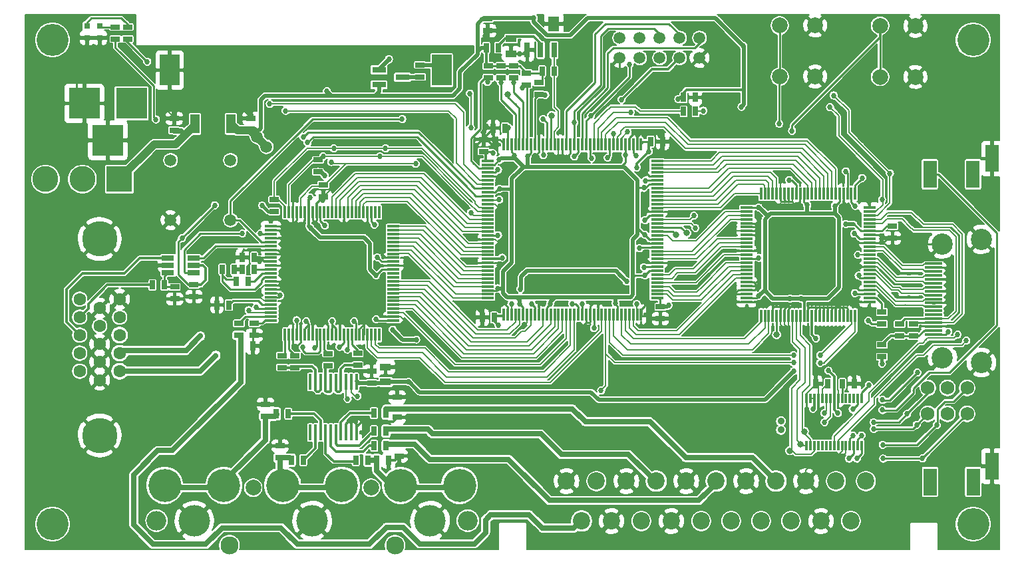
<source format=gtl>
G04 #@! TF.GenerationSoftware,KiCad,Pcbnew,(5.1.4-0-10_14)*
G04 #@! TF.CreationDate,2020-05-24T16:50:31+09:00*
G04 #@! TF.ProjectId,ossc_board,6f737363-5f62-46f6-9172-642e6b696361,rev?*
G04 #@! TF.SameCoordinates,Original*
G04 #@! TF.FileFunction,Copper,L1,Top*
G04 #@! TF.FilePolarity,Positive*
%FSLAX46Y46*%
G04 Gerber Fmt 4.6, Leading zero omitted, Abs format (unit mm)*
G04 Created by KiCad (PCBNEW (5.1.4-0-10_14)) date 2020-05-24 16:50:31*
%MOMM*%
%LPD*%
G04 APERTURE LIST*
%ADD10C,2.000000*%
%ADD11C,0.800000*%
%ADD12C,4.200000*%
%ADD13O,2.500000X2.500000*%
%ADD14C,4.000000*%
%ADD15C,2.300000*%
%ADD16R,0.300000X1.200000*%
%ADD17R,0.700000X1.900000*%
%ADD18R,1.400000X1.900000*%
%ADD19C,1.506220*%
%ADD20C,4.064000*%
%ADD21C,1.500000*%
%ADD22R,1.560000X0.650000*%
%ADD23C,1.600000*%
%ADD24C,4.500000*%
%ADD25R,1.200000X2.400000*%
%ADD26R,3.300000X2.400000*%
%ADD27R,1.800860X0.800100*%
%ADD28R,0.400000X2.000000*%
%ADD29R,0.300000X1.600000*%
%ADD30R,1.600000X0.300000*%
%ADD31C,2.200000*%
%ADD32R,4.000000X4.000000*%
%ADD33R,0.797560X0.797560*%
%ADD34R,1.397000X0.889000*%
%ADD35R,1.143000X0.635000*%
%ADD36R,0.635000X1.143000*%
%ADD37R,1.700000X3.500000*%
%ADD38R,3.300000X3.300000*%
%ADD39C,3.300000*%
%ADD40R,2.500000X4.000000*%
%ADD41R,6.700000X6.700000*%
%ADD42C,0.690000*%
%ADD43R,6.200000X6.200000*%
%ADD44C,2.700000*%
%ADD45R,2.200000X0.300000*%
%ADD46C,1.750000*%
%ADD47R,1.600000X0.400000*%
%ADD48R,0.700000X0.200000*%
%ADD49C,0.900000*%
%ADD50C,0.686000*%
%ADD51C,0.200000*%
%ADD52C,0.180000*%
%ADD53C,0.220000*%
%ADD54C,0.250000*%
%ADD55C,0.300000*%
%ADD56C,0.500000*%
%ADD57C,0.400000*%
%ADD58C,1.000000*%
%ADD59C,0.350000*%
%ADD60C,0.640000*%
%ADD61C,0.700000*%
G04 APERTURE END LIST*
D10*
X103695500Y-18734900D03*
X108195500Y-18734900D03*
X103695500Y-25234900D03*
X108195500Y-25234900D03*
X116459000Y-18773000D03*
X120959000Y-18773000D03*
X116459000Y-25273000D03*
X120959000Y-25273000D03*
D11*
X103301800Y-58102500D03*
X104965500Y-72859900D03*
X106299000Y-72085200D03*
X106819700Y-70396100D03*
X69075300Y-27495500D03*
X74650600Y-30187900D03*
X90462100Y-45364400D03*
X91859100Y-45161200D03*
D12*
X40446000Y-77276200D03*
X47946000Y-77276200D03*
D13*
X24396000Y-81776200D03*
X63996000Y-81776200D03*
D14*
X59196000Y-81776200D03*
X44196000Y-81776200D03*
X29196000Y-81776200D03*
D12*
X32946000Y-77276200D03*
X25446000Y-77276200D03*
X62946000Y-77276200D03*
X55446000Y-77276200D03*
D15*
X54729380Y-84920720D03*
X33662620Y-84920720D03*
D10*
X36696000Y-77576200D03*
X51696000Y-77576200D03*
D16*
X107122000Y-72230000D03*
X107622000Y-72230000D03*
X108122000Y-72230000D03*
X108622000Y-72230000D03*
X109122000Y-72230000D03*
X109622000Y-72230000D03*
X110122000Y-72230000D03*
X110622000Y-72230000D03*
X111122000Y-72230000D03*
X111622000Y-72230000D03*
X112122000Y-72230000D03*
X112622000Y-72230000D03*
X113122000Y-72230000D03*
X113622000Y-72230000D03*
X114122000Y-72230000D03*
X114122000Y-66230000D03*
X113622000Y-66230000D03*
X113122000Y-66230000D03*
X112622000Y-66230000D03*
X112122000Y-66230000D03*
X111622000Y-66230000D03*
X111122000Y-66230000D03*
X110622000Y-66230000D03*
X110122000Y-66230000D03*
X109622000Y-66230000D03*
X109122000Y-66230000D03*
X108622000Y-66230000D03*
X108122000Y-66230000D03*
X107622000Y-66230000D03*
X107122000Y-66230000D03*
D17*
X74964100Y-21860500D03*
X73264100Y-21860500D03*
X71564100Y-21860500D03*
D18*
X74944100Y-18510500D03*
D19*
X93480000Y-20320000D03*
X93480000Y-22860000D03*
X90940000Y-20320000D03*
X90940000Y-22860000D03*
X88400000Y-20320000D03*
X88400000Y-22860000D03*
X85860000Y-20320000D03*
X85860000Y-22860000D03*
X83320000Y-20320000D03*
X83320000Y-22860000D03*
D20*
X11130000Y-20600000D03*
X11130000Y-82200000D03*
X128300000Y-82200000D03*
X128300000Y-20600000D03*
D21*
X33804500Y-43509300D03*
X33804500Y-35889300D03*
X26184500Y-35889300D03*
X26184500Y-43509300D03*
D22*
X29143300Y-49287800D03*
X25843300Y-48337800D03*
X25843300Y-49287800D03*
X25843300Y-50237800D03*
X29143300Y-50237800D03*
X29143300Y-48337800D03*
D23*
X17155500Y-59295400D03*
X17155500Y-57005400D03*
X17155500Y-54715400D03*
X19695500Y-62735400D03*
X19695500Y-60445400D03*
X19695500Y-58155400D03*
X19695500Y-55865400D03*
X19695500Y-53575400D03*
X17155500Y-63875400D03*
X17155500Y-61585400D03*
X14615500Y-62735400D03*
X14615500Y-60445400D03*
X14615500Y-58155400D03*
X14615500Y-55865400D03*
X14615500Y-53575400D03*
D24*
X17155500Y-70915400D03*
X17155500Y-45915400D03*
D25*
X31577000Y-31256000D03*
X29277000Y-31256000D03*
X33877000Y-31256000D03*
D26*
X31577000Y-24056000D03*
D27*
X52691860Y-24379000D03*
X52691860Y-26279000D03*
X55694140Y-25329000D03*
D28*
X43963000Y-70544000D03*
X44613000Y-70544000D03*
X45263000Y-70544000D03*
X45913000Y-70544000D03*
X46563000Y-70544000D03*
X47213000Y-70544000D03*
X47863000Y-70544000D03*
X48513000Y-70544000D03*
X49163000Y-70544000D03*
X49813000Y-70544000D03*
X49813000Y-64104000D03*
X49163000Y-64104000D03*
X48513000Y-64104000D03*
X47863000Y-64104000D03*
X47213000Y-64104000D03*
X46563000Y-64104000D03*
X45913000Y-64104000D03*
X45263000Y-64104000D03*
X44613000Y-64104000D03*
X43963000Y-64104000D03*
D29*
X101300000Y-55700000D03*
X101800000Y-55700000D03*
X102300000Y-55700000D03*
X102800000Y-55700000D03*
X103300000Y-55700000D03*
X103800000Y-55700000D03*
X104300000Y-55700000D03*
X104800000Y-55700000D03*
X105300000Y-55700000D03*
X105800000Y-55700000D03*
X106300000Y-55700000D03*
X106800000Y-55700000D03*
X107300000Y-55700000D03*
X107800000Y-55700000D03*
X108300000Y-55700000D03*
X108800000Y-55700000D03*
X109300000Y-55700000D03*
X109800000Y-55700000D03*
X110300000Y-55700000D03*
X110800000Y-55700000D03*
X111300000Y-55700000D03*
X111800000Y-55700000D03*
X112300000Y-55700000D03*
X112800000Y-55700000D03*
X113300000Y-55700000D03*
D30*
X115100000Y-53900000D03*
X115100000Y-53400000D03*
X115100000Y-52900000D03*
X115100000Y-52400000D03*
X115100000Y-51900000D03*
X115100000Y-51400000D03*
X115100000Y-50900000D03*
X115100000Y-50400000D03*
X115100000Y-49900000D03*
X115100000Y-49400000D03*
X115100000Y-48900000D03*
X115100000Y-48400000D03*
X115100000Y-47900000D03*
X115100000Y-47400000D03*
X115100000Y-46900000D03*
X115100000Y-46400000D03*
X115100000Y-45900000D03*
X115100000Y-45400000D03*
X115100000Y-44900000D03*
X115100000Y-44400000D03*
X115100000Y-43900000D03*
X115100000Y-43400000D03*
X115100000Y-42900000D03*
X115100000Y-42400000D03*
X115100000Y-41900000D03*
D29*
X113300000Y-40100000D03*
X112800000Y-40100000D03*
X112300000Y-40100000D03*
X111800000Y-40100000D03*
X111300000Y-40100000D03*
X110800000Y-40100000D03*
X110300000Y-40100000D03*
X109800000Y-40100000D03*
X109300000Y-40100000D03*
X108800000Y-40100000D03*
X108300000Y-40100000D03*
X107800000Y-40100000D03*
X107300000Y-40100000D03*
X106800000Y-40100000D03*
X106300000Y-40100000D03*
X105800000Y-40100000D03*
X105300000Y-40100000D03*
X104800000Y-40100000D03*
X104300000Y-40100000D03*
X103800000Y-40100000D03*
X103300000Y-40100000D03*
X102800000Y-40100000D03*
X102300000Y-40100000D03*
X101800000Y-40100000D03*
X101300000Y-40100000D03*
D30*
X99500000Y-41900000D03*
X99500000Y-42400000D03*
X99500000Y-42900000D03*
X99500000Y-43400000D03*
X99500000Y-43900000D03*
X99500000Y-44400000D03*
X99500000Y-44900000D03*
X99500000Y-45400000D03*
X99500000Y-45900000D03*
X99500000Y-46400000D03*
X99500000Y-46900000D03*
X99500000Y-47400000D03*
X99500000Y-47900000D03*
X99500000Y-48400000D03*
X99500000Y-48900000D03*
X99500000Y-49400000D03*
X99500000Y-49900000D03*
X99500000Y-50400000D03*
X99500000Y-50900000D03*
X99500000Y-51400000D03*
X99500000Y-51900000D03*
X99500000Y-52400000D03*
X99500000Y-52900000D03*
X99500000Y-53400000D03*
X99500000Y-53900000D03*
D31*
X112754600Y-81821200D03*
X110849600Y-76741200D03*
X108944600Y-81821200D03*
X107039600Y-76741200D03*
X105134600Y-81821200D03*
X103229600Y-76741200D03*
X101324600Y-81821200D03*
X99419600Y-76741200D03*
X97514600Y-81821200D03*
X95609600Y-76741200D03*
X93704600Y-81821200D03*
X91799600Y-76741200D03*
X78464600Y-81821200D03*
X87989600Y-76741200D03*
X89894600Y-81821200D03*
X84179600Y-76741200D03*
X86084600Y-81821200D03*
X80369600Y-76741200D03*
X82274600Y-81821200D03*
X76559600Y-76741200D03*
X114659600Y-76741200D03*
D32*
X21202140Y-28649000D03*
X15202660Y-28649000D03*
X18202400Y-33348000D03*
D33*
X17179000Y-18795700D03*
X17179000Y-20294300D03*
X15549000Y-18795700D03*
X15549000Y-20294300D03*
D34*
X69494000Y-20408500D03*
X69494000Y-22313500D03*
X53538000Y-64107500D03*
X53538000Y-62202500D03*
D35*
X38262900Y-68477500D03*
X38262900Y-66953500D03*
D36*
X52410700Y-74078200D03*
X53934700Y-74078200D03*
D35*
X55280900Y-72008100D03*
X55280900Y-73532100D03*
X55001500Y-70128500D03*
X55001500Y-68604500D03*
X54997000Y-67547000D03*
X54997000Y-66023000D03*
X40104000Y-73777000D03*
X40104000Y-72253000D03*
D36*
X35301000Y-49779000D03*
X36825000Y-49779000D03*
X25397800Y-51764300D03*
X23873800Y-51764300D03*
D35*
X39370000Y-40894000D03*
X39370000Y-42418000D03*
X44931000Y-37368000D03*
X44931000Y-35844000D03*
X45616200Y-39013500D03*
X45616200Y-40537500D03*
D36*
X91463200Y-29666300D03*
X92987200Y-29666300D03*
D35*
X116693000Y-55199000D03*
X116693000Y-56723000D03*
X66609300Y-25399100D03*
X66609300Y-23875100D03*
X68222200Y-25411800D03*
X68222200Y-23887800D03*
X69835100Y-25411800D03*
X69835100Y-23887800D03*
X71448000Y-26288100D03*
X71448000Y-24764100D03*
X73086300Y-27520000D03*
X73086300Y-25996000D03*
D36*
X73467300Y-24548200D03*
X74991300Y-24548200D03*
X67866600Y-21551000D03*
X66342600Y-21551000D03*
D35*
X19159000Y-18929000D03*
X19159000Y-20453000D03*
X20709000Y-18925000D03*
X20709000Y-20449000D03*
X57912000Y-23754000D03*
X57912000Y-25278000D03*
D36*
X35138700Y-59536700D03*
X36662700Y-59536700D03*
D35*
X116690000Y-60902000D03*
X116690000Y-59378000D03*
X120690000Y-58262000D03*
X120690000Y-56738000D03*
X118930000Y-58262000D03*
X118930000Y-56738000D03*
D36*
X39634500Y-68172700D03*
X41158500Y-68172700D03*
X51280400Y-74066000D03*
X49756400Y-74066000D03*
X53604500Y-72224000D03*
X52080500Y-72224000D03*
X53579100Y-70357100D03*
X52055100Y-70357100D03*
X53579100Y-68058400D03*
X52055100Y-68058400D03*
D35*
X40358400Y-62267200D03*
X40358400Y-60743200D03*
D36*
X41539000Y-74066000D03*
X43063000Y-74066000D03*
D35*
X34872000Y-58177800D03*
X34872000Y-56653800D03*
D36*
X32078000Y-54317000D03*
X33602000Y-54317000D03*
X36039000Y-51283000D03*
X34515000Y-51283000D03*
X32766000Y-49779000D03*
X34290000Y-49779000D03*
X36824000Y-48265000D03*
X35300000Y-48265000D03*
D35*
X26705900Y-52018300D03*
X26705900Y-53542300D03*
X26645000Y-32075000D03*
X26645000Y-30551000D03*
X66000000Y-34762000D03*
X66000000Y-33238000D03*
D36*
X68762000Y-31800000D03*
X67238000Y-31800000D03*
X67362000Y-55900000D03*
X65838000Y-55900000D03*
D35*
X66520400Y-17868000D03*
X66520400Y-19392000D03*
D36*
X92974500Y-27888300D03*
X91450500Y-27888300D03*
X87259000Y-33498000D03*
X88783000Y-33498000D03*
D35*
X88500000Y-54538000D03*
X88500000Y-56062000D03*
X118040000Y-44248000D03*
X118040000Y-45772000D03*
X36405000Y-32080000D03*
X36405000Y-30556000D03*
X51763000Y-64252000D03*
X51763000Y-62728000D03*
X29144300Y-51713500D03*
X29144300Y-53237500D03*
X46225800Y-62013200D03*
X46225800Y-60489200D03*
X49985000Y-61987800D03*
X49985000Y-60463800D03*
X41958600Y-62267200D03*
X41958600Y-60743200D03*
X36827800Y-56628400D03*
X36827800Y-58152400D03*
D37*
X122806000Y-76830000D03*
X128306000Y-76830000D03*
X130706000Y-74830000D03*
D38*
X19666000Y-38298000D03*
D39*
X14966000Y-38298000D03*
X10266000Y-38298000D03*
D40*
X60676200Y-24406600D03*
X26076200Y-24406600D03*
D36*
X111648000Y-64350000D03*
X113172000Y-64350000D03*
X109797000Y-64359000D03*
X108273000Y-64359000D03*
D37*
X122798000Y-37676000D03*
X128298000Y-37676000D03*
X130698000Y-35676000D03*
D29*
X86050000Y-33900000D03*
X85550000Y-33900000D03*
X85050000Y-33900000D03*
X84550000Y-33900000D03*
X84050000Y-33900000D03*
X83550000Y-33900000D03*
X83050000Y-33900000D03*
X82550000Y-33900000D03*
X82050000Y-33900000D03*
X81550000Y-33900000D03*
X81050000Y-33900000D03*
X80550000Y-33900000D03*
X80050000Y-33900000D03*
X79550000Y-33900000D03*
X79050000Y-33900000D03*
X78550000Y-33900000D03*
X78050000Y-33900000D03*
X77550000Y-33900000D03*
X77050000Y-33900000D03*
X76550000Y-33900000D03*
X76050000Y-33900000D03*
X75550000Y-33900000D03*
X75050000Y-33900000D03*
X74550000Y-33900000D03*
X74050000Y-33900000D03*
X73550000Y-33900000D03*
X73050000Y-33900000D03*
X72550000Y-33900000D03*
X72050000Y-33900000D03*
X71550000Y-33900000D03*
X71050000Y-33900000D03*
X70550000Y-33900000D03*
X70050000Y-33900000D03*
X69550000Y-33900000D03*
X69050000Y-33900000D03*
X68550000Y-33900000D03*
D30*
X66500000Y-35950000D03*
X66500000Y-36450000D03*
X66500000Y-36950000D03*
X66500000Y-37450000D03*
X66500000Y-37950000D03*
X66500000Y-38450000D03*
X66500000Y-38950000D03*
X66500000Y-39450000D03*
X66500000Y-39950000D03*
X66500000Y-40450000D03*
X66500000Y-40950000D03*
X66500000Y-41450000D03*
X66500000Y-41950000D03*
X66500000Y-42450000D03*
X66500000Y-42950000D03*
X66500000Y-43450000D03*
X66500000Y-43950000D03*
X66500000Y-44450000D03*
X66500000Y-44950000D03*
X66500000Y-45450000D03*
X66500000Y-45950000D03*
X66500000Y-46450000D03*
X66500000Y-46950000D03*
X66500000Y-47450000D03*
X66500000Y-47950000D03*
X66500000Y-48450000D03*
X66500000Y-48950000D03*
X66500000Y-49450000D03*
X66500000Y-49950000D03*
X66500000Y-50450000D03*
X66500000Y-50950000D03*
X66500000Y-51450000D03*
X66500000Y-51950000D03*
X66500000Y-52450000D03*
X66500000Y-52950000D03*
X66500000Y-53450000D03*
D29*
X68550000Y-55500000D03*
X69050000Y-55500000D03*
X69550000Y-55500000D03*
X70050000Y-55500000D03*
X70550000Y-55500000D03*
X71050000Y-55500000D03*
X71550000Y-55500000D03*
X72050000Y-55500000D03*
X72550000Y-55500000D03*
X73050000Y-55500000D03*
X73550000Y-55500000D03*
X74050000Y-55500000D03*
X74550000Y-55500000D03*
X75050000Y-55500000D03*
X75550000Y-55500000D03*
X76050000Y-55500000D03*
X76550000Y-55500000D03*
X77050000Y-55500000D03*
X77550000Y-55500000D03*
X78050000Y-55500000D03*
X78550000Y-55500000D03*
X79050000Y-55500000D03*
X79550000Y-55500000D03*
X80050000Y-55500000D03*
X80550000Y-55500000D03*
X81050000Y-55500000D03*
X81550000Y-55500000D03*
X82050000Y-55500000D03*
X82550000Y-55500000D03*
X83050000Y-55500000D03*
X83550000Y-55500000D03*
X84050000Y-55500000D03*
X84550000Y-55500000D03*
X85050000Y-55500000D03*
X85550000Y-55500000D03*
X86050000Y-55500000D03*
D30*
X88100000Y-53450000D03*
X88100000Y-52950000D03*
X88100000Y-52450000D03*
X88100000Y-51950000D03*
X88100000Y-51450000D03*
X88100000Y-50950000D03*
X88100000Y-50450000D03*
X88100000Y-49950000D03*
X88100000Y-49450000D03*
X88100000Y-48950000D03*
X88100000Y-48450000D03*
X88100000Y-47950000D03*
X88100000Y-47450000D03*
X88100000Y-46950000D03*
X88100000Y-46450000D03*
X88100000Y-45950000D03*
X88100000Y-45450000D03*
X88100000Y-44950000D03*
X88100000Y-44450000D03*
X88100000Y-43950000D03*
X88100000Y-43450000D03*
X88100000Y-42950000D03*
X88100000Y-42450000D03*
X88100000Y-41950000D03*
X88100000Y-41450000D03*
X88100000Y-40950000D03*
X88100000Y-40450000D03*
X88100000Y-39950000D03*
X88100000Y-39450000D03*
X88100000Y-38950000D03*
X88100000Y-38450000D03*
X88100000Y-37950000D03*
X88100000Y-37450000D03*
X88100000Y-36950000D03*
X88100000Y-36450000D03*
X88100000Y-35950000D03*
D41*
X77300000Y-44700000D03*
D42*
X79850000Y-42150000D03*
X79850000Y-43000000D03*
X79850000Y-43850000D03*
X79850000Y-44700000D03*
X79850000Y-45550000D03*
X79850000Y-46400000D03*
X79850000Y-47250000D03*
X79000000Y-42150000D03*
X79000000Y-43000000D03*
X79000000Y-43850000D03*
X79000000Y-44700000D03*
X79000000Y-45550000D03*
X79000000Y-46400000D03*
X79000000Y-47250000D03*
X78150000Y-42150000D03*
X78150000Y-43000000D03*
X78150000Y-46400000D03*
X78150000Y-47250000D03*
X77300000Y-42150000D03*
X77300000Y-43000000D03*
X77300000Y-46400000D03*
X77300000Y-47250000D03*
X76450000Y-42150000D03*
X76450000Y-43000000D03*
X76450000Y-46400000D03*
X76450000Y-47250000D03*
X75600000Y-42150000D03*
X75600000Y-43000000D03*
X75600000Y-43850000D03*
X75600000Y-44700000D03*
X75600000Y-45550000D03*
X75600000Y-46400000D03*
X75600000Y-47250000D03*
X74750000Y-42150000D03*
X74750000Y-43000000D03*
X74750000Y-43850000D03*
X74750000Y-44700000D03*
X74750000Y-45550000D03*
X74750000Y-46400000D03*
X74750000Y-47250000D03*
D31*
X77300000Y-44700000D03*
D29*
X40736000Y-58092000D03*
X41236000Y-58092000D03*
X41736000Y-58092000D03*
X42236000Y-58092000D03*
X42736000Y-58092000D03*
X43236000Y-58092000D03*
X43736000Y-58092000D03*
X44236000Y-58092000D03*
X44736000Y-58092000D03*
X45236000Y-58092000D03*
X45736000Y-58092000D03*
X46236000Y-58092000D03*
X46736000Y-58092000D03*
X47236000Y-58092000D03*
X47736000Y-58092000D03*
X48236000Y-58092000D03*
X48736000Y-58092000D03*
X49236000Y-58092000D03*
X49736000Y-58092000D03*
X50236000Y-58092000D03*
X50736000Y-58092000D03*
X51236000Y-58092000D03*
X51736000Y-58092000D03*
X52236000Y-58092000D03*
X52736000Y-58092000D03*
D30*
X54536000Y-56292000D03*
X54536000Y-55792000D03*
X54536000Y-55292000D03*
X54536000Y-54792000D03*
X54536000Y-54292000D03*
X54536000Y-53792000D03*
X54536000Y-53292000D03*
X54536000Y-52792000D03*
X54536000Y-52292000D03*
X54536000Y-51792000D03*
X54536000Y-51292000D03*
X54536000Y-50792000D03*
X54536000Y-50292000D03*
X54536000Y-49792000D03*
X54536000Y-49292000D03*
X54536000Y-48792000D03*
X54536000Y-48292000D03*
X54536000Y-47792000D03*
X54536000Y-47292000D03*
X54536000Y-46792000D03*
X54536000Y-46292000D03*
X54536000Y-45792000D03*
X54536000Y-45292000D03*
X54536000Y-44792000D03*
X54536000Y-44292000D03*
D29*
X52736000Y-42492000D03*
X52236000Y-42492000D03*
X51736000Y-42492000D03*
X51236000Y-42492000D03*
X50736000Y-42492000D03*
X50236000Y-42492000D03*
X49736000Y-42492000D03*
X49236000Y-42492000D03*
X48736000Y-42492000D03*
X48236000Y-42492000D03*
X47736000Y-42492000D03*
X47236000Y-42492000D03*
X46736000Y-42492000D03*
X46236000Y-42492000D03*
X45736000Y-42492000D03*
X45236000Y-42492000D03*
X44736000Y-42492000D03*
X44236000Y-42492000D03*
X43736000Y-42492000D03*
X43236000Y-42492000D03*
X42736000Y-42492000D03*
X42236000Y-42492000D03*
X41736000Y-42492000D03*
X41236000Y-42492000D03*
X40736000Y-42492000D03*
D30*
X38936000Y-44292000D03*
X38936000Y-44792000D03*
X38936000Y-45292000D03*
X38936000Y-45792000D03*
X38936000Y-46292000D03*
X38936000Y-46792000D03*
X38936000Y-47292000D03*
X38936000Y-47792000D03*
X38936000Y-48292000D03*
X38936000Y-48792000D03*
X38936000Y-49292000D03*
X38936000Y-49792000D03*
X38936000Y-50292000D03*
X38936000Y-50792000D03*
X38936000Y-51292000D03*
X38936000Y-51792000D03*
X38936000Y-52292000D03*
X38936000Y-52792000D03*
X38936000Y-53292000D03*
X38936000Y-53792000D03*
X38936000Y-54292000D03*
X38936000Y-54792000D03*
X38936000Y-55292000D03*
X38936000Y-55792000D03*
X38936000Y-56292000D03*
D43*
X46736000Y-50292000D03*
D42*
X44336000Y-52692000D03*
X44336000Y-51892000D03*
X44336000Y-51092000D03*
X44336000Y-50292000D03*
X44336000Y-49492000D03*
X44336000Y-48692000D03*
X44336000Y-47892000D03*
X45136000Y-52692000D03*
X45136000Y-51892000D03*
X45136000Y-51092000D03*
X45136000Y-50292000D03*
X45136000Y-49492000D03*
X45136000Y-48692000D03*
X45136000Y-47892000D03*
X45936000Y-52692000D03*
X45936000Y-51892000D03*
X45936000Y-48692000D03*
X45936000Y-47892000D03*
X46736000Y-52692000D03*
X46736000Y-51892000D03*
X46736000Y-48692000D03*
X46736000Y-47892000D03*
X47536000Y-52692000D03*
X47536000Y-51892000D03*
X47536000Y-48692000D03*
X47536000Y-47892000D03*
X48336000Y-52692000D03*
X48336000Y-51892000D03*
X48336000Y-51092000D03*
X48336000Y-50292000D03*
X48336000Y-49492000D03*
X48336000Y-48692000D03*
X48336000Y-47892000D03*
X49136000Y-52692000D03*
X49136000Y-51892000D03*
X49136000Y-51092000D03*
X49136000Y-50292000D03*
X49136000Y-49492000D03*
X49136000Y-48692000D03*
X49136000Y-47892000D03*
D10*
X46736000Y-50292000D03*
D44*
X124400000Y-46550000D03*
X124400000Y-61050000D03*
X129350000Y-61650000D03*
X129350000Y-45950000D03*
D45*
X123300000Y-49050000D03*
X123300000Y-49550000D03*
X123300000Y-50050000D03*
X123300000Y-50550000D03*
X123300000Y-51050000D03*
X123300000Y-51550000D03*
X123300000Y-52050000D03*
X123300000Y-52550000D03*
X123300000Y-53050000D03*
X123300000Y-53550000D03*
X123300000Y-54050000D03*
X123300000Y-54550000D03*
X123300000Y-55050000D03*
X123300000Y-55550000D03*
X123300000Y-56050000D03*
X123300000Y-56550000D03*
X123300000Y-57050000D03*
X123300000Y-57550000D03*
X123300000Y-58050000D03*
D46*
X127540000Y-64870000D03*
X125040000Y-64870000D03*
X122540000Y-64870000D03*
X127540000Y-68170000D03*
X125040000Y-68170000D03*
X122540000Y-68170000D03*
D47*
X120120000Y-53310000D03*
D48*
X120569700Y-54310000D03*
X120569700Y-53810000D03*
X120569700Y-52810000D03*
X120569700Y-52310000D03*
X119670300Y-54310000D03*
X119670300Y-53810000D03*
X119670300Y-52310000D03*
X119670300Y-52810000D03*
D47*
X120120000Y-53310000D03*
X120120000Y-50310000D03*
D48*
X120569700Y-51310000D03*
X120569700Y-50810000D03*
X120569700Y-49810000D03*
X120569700Y-49310000D03*
X119670300Y-51310000D03*
X119670300Y-50810000D03*
X119670300Y-49310000D03*
X119670300Y-49810000D03*
D47*
X120120000Y-50310000D03*
D49*
X103861000Y-70197000D03*
X103861000Y-69097000D03*
D50*
X84323000Y-32288000D03*
X84732200Y-29806000D03*
X108848000Y-60705000D03*
X105453000Y-60701000D03*
X43617000Y-33642000D03*
X24312000Y-30690000D03*
X23205000Y-23348000D03*
X43043000Y-32918000D03*
X127430000Y-58850000D03*
X117714100Y-37557100D03*
X45599000Y-35400000D03*
X52818000Y-35391000D03*
X110562000Y-27638000D03*
X116710000Y-40910000D03*
X126320000Y-58080000D03*
X46943000Y-34376000D03*
X110094000Y-29135000D03*
X53534000Y-34370000D03*
X69098500Y-27469200D03*
X69847800Y-25996000D03*
X68209500Y-25945200D03*
X66507700Y-25932500D03*
X73848300Y-27570800D03*
X70901900Y-26681800D03*
X84590000Y-23679000D03*
X79665000Y-30246000D03*
X77541000Y-31105000D03*
X80061000Y-57252000D03*
X83576500Y-28167700D03*
X85428000Y-35326000D03*
X69187000Y-31768000D03*
X85496400Y-54178200D03*
X69596000Y-54152800D03*
X70700000Y-52300000D03*
X84200000Y-51300000D03*
X67200000Y-35000000D03*
X85500000Y-36800000D03*
X87046000Y-34757000D03*
X67900000Y-56900000D03*
X89535000Y-54356000D03*
X86556000Y-45389000D03*
X86517000Y-50546000D03*
X86403000Y-39400000D03*
X84087000Y-35223000D03*
X68021200Y-39522400D03*
X67843400Y-52197000D03*
X70586600Y-54178200D03*
X67995800Y-35839400D03*
X71595000Y-35377000D03*
X82804000Y-54102000D03*
X69900800Y-35306000D03*
X74498200Y-54152800D03*
X82516000Y-32537000D03*
X114971000Y-56319000D03*
X111090000Y-68070000D03*
X105471000Y-62728000D03*
X109899000Y-62678000D03*
X112100000Y-44000000D03*
X40117100Y-53097800D03*
X56460000Y-64108000D03*
X57440000Y-58720000D03*
X54432000Y-57465000D03*
X46736000Y-56388000D03*
X100968000Y-53185000D03*
X101000000Y-41900000D03*
X106400000Y-53500000D03*
X105000000Y-53500000D03*
X110700000Y-41700000D03*
X107200000Y-41600000D03*
X107930000Y-67540000D03*
X108306000Y-58560000D03*
D21*
X37165000Y-32898000D03*
X38353000Y-34188000D03*
D50*
X45819000Y-44196000D03*
X37826000Y-41651000D03*
X31814000Y-41628000D03*
X45811000Y-37856000D03*
X67843400Y-45440600D03*
X68377000Y-48296000D03*
X27634000Y-45815000D03*
X73607000Y-35245000D03*
X98826000Y-29083000D03*
X99065000Y-21336000D03*
X85839000Y-47092000D03*
X86407000Y-49511000D03*
X86558000Y-43510000D03*
X86624000Y-38476000D03*
X77553000Y-35406000D03*
X90790100Y-28104200D03*
X46073400Y-27113600D03*
X52486900Y-48246400D03*
X52118600Y-44080800D03*
X72400500Y-17800000D03*
X72110600Y-54178200D03*
X104900000Y-38400000D03*
X112100000Y-37300000D03*
X101000000Y-48300000D03*
X52324000Y-56134000D03*
X78587600Y-54178200D03*
X67843400Y-37084000D03*
X67995800Y-40894000D03*
X125140000Y-57710000D03*
X114180000Y-38160000D03*
X43979000Y-44493000D03*
X43939800Y-40651800D03*
X52324000Y-50546000D03*
X29982500Y-58279400D03*
X31938300Y-60743200D03*
X97050000Y-65190000D03*
X99060000Y-65200000D03*
X99120000Y-67790000D03*
X99110000Y-69830000D03*
X104020000Y-37680000D03*
X105000000Y-59880000D03*
X121700000Y-48210000D03*
X118510000Y-53040000D03*
X118550000Y-55450000D03*
X118800000Y-50200000D03*
X121710000Y-59920000D03*
X119250000Y-59910000D03*
X115250000Y-63330000D03*
X104230000Y-67260000D03*
X107980000Y-68440000D03*
X111700000Y-62840000D03*
X59329000Y-64267000D03*
X58527000Y-63383000D03*
X82700000Y-67772000D03*
X81481000Y-67780000D03*
X80193000Y-67788000D03*
X30770000Y-34854000D03*
X29581000Y-34785000D03*
X28590000Y-34069000D03*
X29604000Y-33581000D03*
X30777000Y-33581000D03*
X35448000Y-25542000D03*
X34214000Y-25489000D03*
X34221000Y-24270000D03*
X35410000Y-24277000D03*
X35425000Y-23111000D03*
X34267000Y-23119000D03*
X61276000Y-31913000D03*
X61128000Y-33673000D03*
X60190000Y-32781000D03*
X59265000Y-31993000D03*
X66385000Y-31608000D03*
X51458000Y-31486000D03*
X48997000Y-33658000D03*
X41628000Y-31593000D03*
X39811000Y-33296000D03*
X41457000Y-34770000D03*
X43480000Y-35565000D03*
X73533000Y-84475000D03*
X120564000Y-43632000D03*
X119421000Y-45027000D03*
X8896000Y-48748000D03*
X12960000Y-48971000D03*
X114996000Y-55321000D03*
X35330000Y-29051000D03*
X35425000Y-27912000D03*
X35448000Y-26754000D03*
X28404000Y-22974000D03*
X28404000Y-24014000D03*
X28404000Y-25055000D03*
X27958000Y-27203000D03*
X27973000Y-28354000D03*
X27935000Y-29535000D03*
X26784000Y-29535000D03*
X26830000Y-28316000D03*
X26815000Y-27219000D03*
X25611000Y-27249000D03*
X25618000Y-28377000D03*
X25634000Y-29451000D03*
X63307000Y-27793000D03*
X65232000Y-25156000D03*
X65263000Y-24216000D03*
X78326000Y-56982000D03*
X100995000Y-49408000D03*
X101006000Y-50724000D03*
X82612000Y-60590000D03*
X83588000Y-62534000D03*
X90700000Y-62800000D03*
X101796000Y-62454000D03*
X100696000Y-62555000D03*
X95429000Y-62602000D03*
X97738000Y-62591000D03*
X81747000Y-21069000D03*
X100405000Y-55195000D03*
X41910000Y-40894000D03*
X35673000Y-38119000D03*
X36629000Y-37212000D03*
X37650000Y-36176000D03*
X61468000Y-39690000D03*
X48707000Y-37490000D03*
X58548000Y-59066000D03*
X60484000Y-59135000D03*
X62553000Y-61200000D03*
X77175000Y-62690000D03*
X75590400Y-54127400D03*
X44318000Y-38546000D03*
X47254000Y-38877000D03*
X67871000Y-47130000D03*
X67900000Y-43900000D03*
X67900000Y-43000000D03*
X67900000Y-42200000D03*
X67986000Y-49256000D03*
X63848000Y-54441000D03*
X65048000Y-54521000D03*
X23912000Y-50307000D03*
X22814000Y-50300000D03*
X113881000Y-49400000D03*
X69469000Y-52177000D03*
X69545000Y-51064000D03*
X40930000Y-44242000D03*
X41443000Y-45441000D03*
X41737000Y-46518000D03*
X43698000Y-45659000D03*
X51984000Y-54254000D03*
X51979000Y-53167000D03*
X51979000Y-51887000D03*
X51064000Y-51308000D03*
X51069000Y-52578000D03*
X51054000Y-53828000D03*
X52227000Y-45659000D03*
X51333000Y-44831000D03*
X47630000Y-44836000D03*
X48875000Y-44826000D03*
X50135000Y-44811000D03*
X42603000Y-51907000D03*
X42596000Y-50764000D03*
X42634000Y-49507000D03*
X42657000Y-48402000D03*
X101000000Y-47000000D03*
X97978000Y-53969000D03*
X30053000Y-60371000D03*
X28651000Y-66081000D03*
X37810000Y-74280000D03*
X45263000Y-74737000D03*
X34138000Y-70744000D03*
X25136000Y-61549000D03*
X27757000Y-58278000D03*
X59036000Y-75175000D03*
X56693000Y-66271000D03*
X57390000Y-68854000D03*
X58994000Y-71803000D03*
X88440000Y-32771000D03*
X57328000Y-43404000D03*
X57226000Y-50018000D03*
X40523000Y-38908000D03*
X85288000Y-25471000D03*
X82977000Y-25552000D03*
X80691000Y-35342000D03*
X78895000Y-35237000D03*
X108265000Y-41567000D03*
X32690000Y-46036000D03*
X77038000Y-21199000D03*
X76901000Y-18600000D03*
X69947000Y-19116000D03*
X66203000Y-20081000D03*
X111115000Y-54258000D03*
X86591000Y-37404000D03*
X86346000Y-46318000D03*
X84696000Y-44818000D03*
X86479000Y-48360000D03*
X86567000Y-41960000D03*
X84673000Y-41214000D03*
X42352300Y-44753900D03*
X42669800Y-47217700D03*
X42707900Y-45909600D03*
X70584400Y-22363800D03*
X45527300Y-40982000D03*
X114983600Y-41083600D03*
X40167900Y-51688100D03*
X53134600Y-46709700D03*
X50556500Y-44030000D03*
X42034800Y-59600200D03*
X85568000Y-32634000D03*
X75700000Y-52500000D03*
X72572000Y-35329000D03*
X67843400Y-38404800D03*
X64947800Y-45643800D03*
X64947800Y-48691800D03*
X113131600Y-46913800D03*
X68300600Y-54178200D03*
X73533000Y-54178200D03*
X81584800Y-54102000D03*
X92303600Y-52044600D03*
X92329000Y-49098200D03*
X92329000Y-50825400D03*
X89916000Y-56946800D03*
X105800000Y-41600000D03*
X112300000Y-41700000D03*
X86500000Y-51500000D03*
X76400000Y-48900000D03*
X74400000Y-48900000D03*
X82400000Y-46800000D03*
X82400000Y-48600000D03*
X80300000Y-48900000D03*
X78400000Y-48900000D03*
X82400000Y-44800000D03*
X82400000Y-42900000D03*
X68707000Y-40208200D03*
X71170800Y-56845200D03*
X97960000Y-44900000D03*
X105800000Y-54300000D03*
X112200000Y-42700000D03*
X109700000Y-44000000D03*
X105900000Y-43800000D03*
X104700000Y-41800000D03*
X103600000Y-41800000D03*
X103600000Y-46000000D03*
X103600000Y-49400000D03*
X75700000Y-37500000D03*
X65000000Y-34000000D03*
X70800000Y-38500000D03*
X72100000Y-48600000D03*
X72100000Y-46700000D03*
X72100000Y-50800000D03*
X73450000Y-50800000D03*
X74950000Y-50800000D03*
X76500000Y-50800000D03*
X78050000Y-50800000D03*
X79450000Y-50800000D03*
X80750000Y-50800000D03*
X81950000Y-50850000D03*
X82400000Y-41200000D03*
X78816200Y-39801800D03*
X81000000Y-39800000D03*
X77400000Y-39800000D03*
X73400000Y-39800000D03*
X75400000Y-39800000D03*
X72100000Y-44800000D03*
X72100000Y-42700000D03*
X72100000Y-40900000D03*
X83900000Y-52500000D03*
X82900000Y-52500000D03*
X82000000Y-52500000D03*
X81050000Y-52500000D03*
X74800000Y-52500000D03*
X67300000Y-34100000D03*
X86900000Y-56700000D03*
X51054000Y-56388000D03*
X47752000Y-56388000D03*
X45466000Y-56388000D03*
X52324000Y-49276000D03*
X52324000Y-55118000D03*
X75735000Y-35437000D03*
X86681000Y-44463000D03*
X44543000Y-59767000D03*
X47673600Y-59651000D03*
X36118800Y-54991000D03*
X37084000Y-54610000D03*
X113258600Y-52806600D03*
X113645000Y-47926000D03*
X113741200Y-50571400D03*
X113184000Y-45236000D03*
X81788000Y-35557000D03*
X113300000Y-41700000D03*
X55649200Y-30644200D03*
X73590000Y-30644000D03*
X79756000Y-35610800D03*
X77292200Y-54152800D03*
X93965100Y-29590100D03*
X43000000Y-59701800D03*
X48664200Y-59981200D03*
X35306000Y-45212000D03*
X37592000Y-45212000D03*
X40810000Y-29590100D03*
X38796300Y-28713800D03*
X105257600Y-32143700D03*
X92964000Y-44521000D03*
X92774000Y-42931000D03*
X103619300Y-31242000D03*
X37479000Y-48745000D03*
X49530000Y-56388000D03*
X42225300Y-56260100D03*
X43434000Y-56388000D03*
X48706000Y-66277000D03*
X49957000Y-65908000D03*
X108833000Y-61692000D03*
X105456000Y-61628000D03*
X57371000Y-36332000D03*
X80970000Y-65197000D03*
X46608000Y-36111000D03*
X53972000Y-23020000D03*
X64262000Y-27402000D03*
X64378000Y-31758000D03*
X64381000Y-42577000D03*
X116710000Y-61790000D03*
X109385000Y-69243000D03*
X109377000Y-68077000D03*
X121860000Y-73850000D03*
X116860000Y-73860000D03*
X112980000Y-67590000D03*
X121120000Y-69580000D03*
X115640000Y-70090000D03*
X123660000Y-69620000D03*
X116800000Y-72120000D03*
X115020000Y-64520000D03*
X119900000Y-68190000D03*
X115640000Y-69240000D03*
X113510000Y-73860000D03*
X116760000Y-67680000D03*
X112510000Y-73860000D03*
X114110000Y-70920000D03*
X116760000Y-66400000D03*
X121210000Y-62910000D03*
X113000000Y-70920000D03*
D51*
X83550000Y-33900000D02*
X83550000Y-33061000D01*
X83550000Y-33061000D02*
X84323000Y-32288000D01*
X91463200Y-29666300D02*
X85926000Y-29666300D01*
X85341800Y-29082100D02*
X82171900Y-29082100D01*
X85926000Y-29666300D02*
X85341800Y-29082100D01*
X81526000Y-29728000D02*
X81526000Y-29726000D01*
X82176000Y-29078000D02*
X82171900Y-29082100D01*
X82171900Y-29082100D02*
X81526000Y-29728000D01*
X80050000Y-31202000D02*
X80050000Y-33900000D01*
X81526000Y-29726000D02*
X80050000Y-31202000D01*
X81759000Y-29493000D02*
X81526000Y-29726000D01*
X82549000Y-29806000D02*
X84732200Y-29806000D01*
X80551200Y-31839000D02*
X80551200Y-31803800D01*
X80551200Y-31803800D02*
X82549000Y-29806000D01*
D52*
X80551200Y-31867000D02*
X80551200Y-31839000D01*
X80551200Y-31839000D02*
X80551200Y-32148800D01*
X80551200Y-32148800D02*
X80551200Y-33714500D01*
X80551200Y-31848800D02*
X80551200Y-31867000D01*
X83548400Y-58148400D02*
X83548400Y-55685500D01*
X84700000Y-59300000D02*
X83548400Y-58148400D01*
X99700000Y-59300000D02*
X84700000Y-59300000D01*
X101813600Y-55647000D02*
X101813600Y-57186400D01*
X101813600Y-57186400D02*
X99700000Y-59300000D01*
X105282000Y-60700000D02*
X105452000Y-60700000D01*
X112811800Y-56742200D02*
X108854000Y-60700000D01*
X112811800Y-56742200D02*
X112811800Y-55647000D01*
X108853000Y-60700000D02*
X108854000Y-60700000D01*
X108848000Y-60705000D02*
X108853000Y-60700000D01*
X105452000Y-60700000D02*
X105453000Y-60701000D01*
X82049800Y-59049800D02*
X82049800Y-55685500D01*
X105316000Y-60700000D02*
X105282000Y-60700000D01*
X105282000Y-60700000D02*
X83700000Y-60700000D01*
X83700000Y-60700000D02*
X82049800Y-59049800D01*
X93056300Y-51443700D02*
X88285500Y-51443700D01*
X93056300Y-51443700D02*
X96600000Y-47900000D01*
X99553000Y-47900000D02*
X96600000Y-47900000D01*
X107300000Y-39100000D02*
X107300000Y-40153000D01*
X105100000Y-36900000D02*
X107300000Y-39100000D01*
X97200000Y-36900000D02*
X105100000Y-36900000D01*
X88285500Y-39454900D02*
X94645100Y-39454900D01*
X94645100Y-39454900D02*
X97200000Y-36900000D01*
X95851700Y-37448300D02*
X88285500Y-37448300D01*
X96900000Y-36400000D02*
X95851700Y-37448300D01*
X105400000Y-36400000D02*
X96900000Y-36400000D01*
X107782600Y-38782600D02*
X105400000Y-36400000D01*
X107782600Y-40153000D02*
X107782600Y-38782600D01*
X95547000Y-36953000D02*
X88285500Y-36953000D01*
X96600000Y-35900000D02*
X95547000Y-36953000D01*
X105700000Y-35900000D02*
X96600000Y-35900000D01*
X108290600Y-38490600D02*
X105700000Y-35900000D01*
X108290600Y-40153000D02*
X108290600Y-38490600D01*
X95242300Y-36457700D02*
X88285500Y-36457700D01*
X96300000Y-35400000D02*
X95242300Y-36457700D01*
X106000000Y-35400000D02*
X96300000Y-35400000D01*
X108798600Y-38198600D02*
X106000000Y-35400000D01*
X108798600Y-40153000D02*
X108798600Y-38198600D01*
X94950300Y-35949700D02*
X88285500Y-35949700D01*
X109306600Y-40153000D02*
X109306600Y-37906600D01*
X109306600Y-37906600D02*
X106300000Y-34900000D01*
X106300000Y-34900000D02*
X96000000Y-34900000D01*
X96000000Y-34900000D02*
X94950300Y-35949700D01*
D51*
X83458000Y-32482000D02*
X83458000Y-32483000D01*
X83458000Y-32482000D02*
X83458000Y-32141000D01*
X83458000Y-32141000D02*
X83938000Y-31661000D01*
X83938000Y-31661000D02*
X84239000Y-31661000D01*
D52*
X84239000Y-31661000D02*
X88961000Y-31661000D01*
X88961000Y-31661000D02*
X91700000Y-34400000D01*
X109789200Y-40153000D02*
X109789200Y-37589200D01*
X106600000Y-34400000D02*
X109789200Y-37589200D01*
X91700000Y-34400000D02*
X106600000Y-34400000D01*
D51*
X83050000Y-32891000D02*
X83050000Y-33900000D01*
X83458000Y-32483000D02*
X83050000Y-32891000D01*
D52*
X81554500Y-33714500D02*
X81554500Y-32616500D01*
X81554500Y-32616500D02*
X83104000Y-31067000D01*
X83104000Y-31067000D02*
X89167000Y-31067000D01*
X89167000Y-31067000D02*
X92000000Y-33900000D01*
X110297200Y-37297200D02*
X110297200Y-40153000D01*
X106900000Y-33900000D02*
X110297200Y-37297200D01*
X92000000Y-33900000D02*
X106900000Y-33900000D01*
X81046500Y-33714500D02*
X81046500Y-32324500D01*
X81046500Y-32324500D02*
X82887000Y-30484000D01*
X82887000Y-30484000D02*
X89384000Y-30484000D01*
X89384000Y-30484000D02*
X92300000Y-33400000D01*
X110805200Y-37005200D02*
X110805200Y-40153000D01*
X107200000Y-33400000D02*
X110805200Y-37005200D01*
X92300000Y-33400000D02*
X107200000Y-33400000D01*
X82545100Y-55685500D02*
X82545100Y-58245100D01*
X84300000Y-60000000D02*
X100200000Y-60000000D01*
X100200000Y-60000000D02*
X102296200Y-57903800D01*
X102296200Y-57903800D02*
X102296200Y-55647000D01*
X82545100Y-58245100D02*
X84300000Y-60000000D01*
D51*
X74991300Y-33841300D02*
X75050000Y-33900000D01*
X74991300Y-24548200D02*
X74991300Y-27592000D01*
X74991300Y-27592000D02*
X74991300Y-27647000D01*
X74964100Y-21860500D02*
X74964100Y-24521000D01*
X74964100Y-24521000D02*
X74991300Y-24548200D01*
X74991300Y-32692000D02*
X74991300Y-33841300D01*
X74991300Y-27592000D02*
X74991300Y-28737900D01*
D52*
X74991300Y-29106200D02*
X74991300Y-28737900D01*
X75526900Y-29641800D02*
X74991300Y-29106200D01*
X74991300Y-32209400D02*
X75526900Y-31673800D01*
X75526900Y-31673800D02*
X75526900Y-29641800D01*
X74991300Y-32692000D02*
X74991300Y-32209400D01*
D53*
X19159000Y-20453000D02*
X19159000Y-21552000D01*
X57534000Y-32934000D02*
X44325000Y-32934000D01*
X44325000Y-32934000D02*
X43617000Y-33642000D01*
X24312000Y-30690000D02*
X24026000Y-30404000D01*
X24026000Y-30404000D02*
X24026000Y-26419000D01*
X24026000Y-26419000D02*
X19703000Y-22096000D01*
X57534000Y-32934000D02*
X60232000Y-35632000D01*
X19159000Y-21552000D02*
X19703000Y-22096000D01*
X60114000Y-35514000D02*
X60118000Y-35518000D01*
X60118000Y-35518000D02*
X60232000Y-35632000D01*
X60232000Y-35632000D02*
X60251000Y-35651000D01*
X60251000Y-35651000D02*
X63750000Y-39150000D01*
X63750000Y-39150000D02*
X65045500Y-40445500D01*
X66314500Y-40445500D02*
X65045500Y-40445500D01*
X61582000Y-36182000D02*
X57713000Y-32313000D01*
X23205000Y-23348000D02*
X20309000Y-20452000D01*
X43648000Y-32313000D02*
X43043000Y-32918000D01*
X57713000Y-32313000D02*
X43648000Y-32313000D01*
X20309000Y-20452000D02*
X20309000Y-20449000D01*
X64854900Y-39454900D02*
X66314500Y-39454900D01*
X64854900Y-39454900D02*
X61582000Y-36182000D01*
X61582000Y-36182000D02*
X61504000Y-36104000D01*
D52*
X126280000Y-59420000D02*
X126860000Y-59420000D01*
X126860000Y-59420000D02*
X127430000Y-58850000D01*
X117560000Y-37403000D02*
X117714100Y-37557100D01*
X111122000Y-72230000D02*
X111122000Y-71568000D01*
X123270000Y-59420000D02*
X126280000Y-59420000D01*
X122000000Y-60690000D02*
X123270000Y-59420000D01*
X121170000Y-60690000D02*
X122000000Y-60690000D01*
X115750000Y-66110000D02*
X121170000Y-60690000D01*
X115750000Y-66940000D02*
X115750000Y-66110000D01*
X111122000Y-71568000D02*
X115750000Y-66940000D01*
D51*
X126280000Y-59420000D02*
X126260000Y-59420000D01*
D52*
X44931000Y-35844000D02*
X45155000Y-35844000D01*
X45155000Y-35844000D02*
X45599000Y-35400000D01*
D51*
X52826000Y-35399000D02*
X52826000Y-35410000D01*
X52818000Y-35391000D02*
X52826000Y-35399000D01*
D52*
X62635000Y-39835000D02*
X62633000Y-39835000D01*
X62385000Y-39587000D02*
X62385000Y-39585000D01*
X62633000Y-39835000D02*
X62385000Y-39587000D01*
X45949000Y-35400000D02*
X45375000Y-35400000D01*
X45375000Y-35400000D02*
X44931000Y-35844000D01*
X114015500Y-33858500D02*
X114014500Y-33858500D01*
X112505000Y-29581000D02*
X110562000Y-27638000D01*
X112505000Y-32349000D02*
X112505000Y-29581000D01*
X114014500Y-33858500D02*
X112505000Y-32349000D01*
X52826000Y-35410000D02*
X52826000Y-35400000D01*
X52826000Y-35400000D02*
X52826000Y-35410000D01*
X52826000Y-35410000D02*
X52826000Y-35400000D01*
X115100000Y-42900000D02*
X116164400Y-42900000D01*
X117560000Y-37403000D02*
X114015500Y-33858500D01*
X114015500Y-33858500D02*
X114001600Y-33844600D01*
X117714100Y-41350300D02*
X117714100Y-37557100D01*
X116164400Y-42900000D02*
X117714100Y-41350300D01*
X44930400Y-35648000D02*
X44701800Y-35648000D01*
X44930400Y-35648000D02*
X44570000Y-35648000D01*
X44570000Y-35648000D02*
X44150000Y-36068000D01*
X41224200Y-38993800D02*
X44150000Y-36068000D01*
X41224200Y-42545000D02*
X41224200Y-38993800D01*
X57400000Y-35400000D02*
X52826000Y-35400000D01*
X52826000Y-35400000D02*
X45949000Y-35400000D01*
X45949000Y-35400000D02*
X45933700Y-35400000D01*
X45933700Y-35400000D02*
X45880000Y-35400000D01*
X62450000Y-39650000D02*
X62385000Y-39585000D01*
X62385000Y-39585000D02*
X58200000Y-35400000D01*
X58200000Y-35400000D02*
X57400000Y-35400000D01*
X66314500Y-42452100D02*
X65252100Y-42452100D01*
X65252100Y-42452100D02*
X64200000Y-41400000D01*
X64200000Y-41400000D02*
X62635000Y-39835000D01*
X62635000Y-39835000D02*
X62575000Y-39775000D01*
X57500000Y-35400000D02*
X57400000Y-35400000D01*
X125650000Y-58530000D02*
X125870000Y-58530000D01*
X116710000Y-40910000D02*
X116787000Y-40910000D01*
X125870000Y-58530000D02*
X126320000Y-58080000D01*
X122370000Y-58700000D02*
X122370000Y-58690000D01*
X122370000Y-58690000D02*
X122530000Y-58530000D01*
X122530000Y-58530000D02*
X125650000Y-58530000D01*
X125650000Y-58530000D02*
X125670000Y-58530000D01*
D51*
X116787000Y-40910000D02*
X116780000Y-40910000D01*
X116780000Y-40910000D02*
X116787000Y-40910000D01*
X110622000Y-72230000D02*
X110622000Y-70998000D01*
X121900000Y-59170000D02*
X122370000Y-58700000D01*
X122370000Y-58700000D02*
X122360000Y-58710000D01*
X121380000Y-59170000D02*
X121900000Y-59170000D01*
X115050000Y-65500000D02*
X121380000Y-59170000D01*
X115050000Y-66570000D02*
X115050000Y-65500000D01*
X110622000Y-70998000D02*
X115050000Y-66570000D01*
D52*
X46943000Y-34376000D02*
X46943000Y-34373000D01*
X46943000Y-34373000D02*
X46943000Y-34376000D01*
X46943000Y-34376000D02*
X46943000Y-34373000D01*
X111202000Y-32754000D02*
X111202000Y-30243000D01*
X111202000Y-30243000D02*
X110094000Y-29135000D01*
X113515000Y-35060000D02*
X113508000Y-35060000D01*
X113508000Y-35060000D02*
X111202000Y-32754000D01*
D51*
X53531000Y-34373000D02*
X53481000Y-34373000D01*
X53534000Y-34370000D02*
X53531000Y-34373000D01*
D52*
X54350000Y-34375000D02*
X54350000Y-34373000D01*
X54350000Y-34373000D02*
X54350000Y-34375000D01*
X54350000Y-34375000D02*
X54350000Y-34373000D01*
X53481000Y-34378000D02*
X53481000Y-34373000D01*
X53481000Y-34373000D02*
X53481000Y-34378000D01*
X53481000Y-34378000D02*
X53481000Y-34373000D01*
X115100000Y-42400000D02*
X115915100Y-42400000D01*
X115915100Y-42400000D02*
X116787000Y-41528100D01*
X116787000Y-41528100D02*
X116787000Y-40910000D01*
X116787000Y-38332000D02*
X113515000Y-35060000D01*
X116787000Y-40910000D02*
X116787000Y-38332000D01*
X113515000Y-35060000D02*
X113480450Y-35025450D01*
X45819400Y-34373000D02*
X43525700Y-34373000D01*
X43398700Y-34500000D02*
X39370000Y-38528700D01*
X39370000Y-38528700D02*
X39370000Y-40894000D01*
X43525700Y-34373000D02*
X43398700Y-34500000D01*
X45997200Y-34373000D02*
X45819400Y-34373000D01*
X45819400Y-34373000D02*
X45789000Y-34373000D01*
X39878000Y-40894000D02*
X39370000Y-40894000D01*
X40741600Y-41757600D02*
X39878000Y-40894000D01*
X40741600Y-42545000D02*
X40741600Y-41757600D01*
X66314500Y-41944100D02*
X65444100Y-41944100D01*
X65444100Y-41944100D02*
X64900000Y-41400000D01*
X64900000Y-41100000D02*
X63799500Y-39999500D01*
X63799500Y-39999500D02*
X63500000Y-39700000D01*
X63500000Y-39700000D02*
X58173000Y-34373000D01*
X64900000Y-41400000D02*
X64900000Y-41100000D01*
X58173000Y-34373000D02*
X54350000Y-34373000D01*
X54350000Y-34373000D02*
X53481000Y-34373000D01*
X53481000Y-34373000D02*
X46943000Y-34373000D01*
X46943000Y-34373000D02*
X45997200Y-34373000D01*
X45997200Y-34373000D02*
X45971800Y-34373000D01*
D53*
X70063700Y-28802700D02*
X70063700Y-28777300D01*
X70550000Y-29289000D02*
X70063700Y-28802700D01*
X70550000Y-33900000D02*
X70550000Y-29289000D01*
X69098500Y-27812100D02*
X69098500Y-27469200D01*
X70063700Y-28777300D02*
X69098500Y-27812100D01*
X69835100Y-25983300D02*
X69835100Y-25411800D01*
X69847800Y-25996000D02*
X69835100Y-25983300D01*
X71050000Y-33900000D02*
X71050000Y-28468200D01*
X69835100Y-27253300D02*
X69835100Y-25411800D01*
X71050000Y-28468200D02*
X69835100Y-27253300D01*
D54*
X68209500Y-25945200D02*
X68222200Y-25945200D01*
X68222200Y-25945200D02*
X68222200Y-25411800D01*
D53*
X70050000Y-33900000D02*
X70050000Y-30033600D01*
X68222200Y-28205800D02*
X68222200Y-25411800D01*
X70050000Y-30033600D02*
X68222200Y-28205800D01*
X64377000Y-33599000D02*
X64377000Y-33082000D01*
X65578000Y-26020000D02*
X66198900Y-25399100D01*
X65578000Y-31881000D02*
X65578000Y-26020000D01*
X64377000Y-33082000D02*
X65578000Y-31881000D01*
X66198900Y-25399100D02*
X66609300Y-25399100D01*
X65400000Y-36950000D02*
X64681500Y-36231500D01*
X66500000Y-36950000D02*
X65400000Y-36950000D01*
X64377000Y-35927000D02*
X64681500Y-36231500D01*
X64377000Y-35927000D02*
X64377000Y-35446000D01*
X64377000Y-35446000D02*
X64377000Y-33599000D01*
X64377000Y-33599000D02*
X64377000Y-33574000D01*
X64377000Y-35474000D02*
X64377000Y-35446000D01*
D54*
X66609300Y-25830900D02*
X66609300Y-25399100D01*
X66507700Y-25932500D02*
X66609300Y-25830900D01*
D53*
X66126700Y-25399100D02*
X66609300Y-25399100D01*
D55*
X73797500Y-27520000D02*
X73086300Y-27520000D01*
X73848300Y-27570800D02*
X73797500Y-27520000D01*
D53*
X72550200Y-30700000D02*
X72550200Y-28056100D01*
X72550200Y-28056100D02*
X73086300Y-27520000D01*
X72550200Y-30700000D02*
X72550200Y-30679800D01*
X72550200Y-33714500D02*
X72550200Y-30700000D01*
D54*
X70901900Y-26681800D02*
X71295600Y-26288100D01*
X71295600Y-26288100D02*
X71448000Y-26288100D01*
D53*
X71550000Y-33900000D02*
X71550000Y-26390100D01*
X71550000Y-26390100D02*
X71448000Y-26288100D01*
X93980000Y-20320000D02*
X93980000Y-20520000D01*
X93980000Y-20520000D02*
X92900000Y-21600000D01*
X92900000Y-21600000D02*
X82500000Y-21600000D01*
X78557300Y-29942700D02*
X78557300Y-33714500D01*
X81800000Y-26700000D02*
X78557300Y-29942700D01*
X81800000Y-22300000D02*
X81800000Y-26700000D01*
X82500000Y-21600000D02*
X81800000Y-22300000D01*
X82784000Y-27116000D02*
X82788000Y-27116000D01*
X84590000Y-25314000D02*
X84590000Y-23679000D01*
X82788000Y-27116000D02*
X84590000Y-25314000D01*
X79650000Y-30250000D02*
X82784000Y-27116000D01*
X82784000Y-27116000D02*
X82800000Y-27100000D01*
X79633500Y-30266500D02*
X79650000Y-30250000D01*
D54*
X79644500Y-30266500D02*
X79633500Y-30266500D01*
X79665000Y-30246000D02*
X79644500Y-30266500D01*
D53*
X79052600Y-33714500D02*
X79052600Y-30847400D01*
X79052600Y-30847400D02*
X79633500Y-30266500D01*
X91440000Y-20320000D02*
X91420000Y-20320000D01*
X91420000Y-20320000D02*
X89600000Y-18500000D01*
X89600000Y-18500000D02*
X81500000Y-18500000D01*
X76550700Y-29649300D02*
X76550700Y-33714500D01*
X80200000Y-26000000D02*
X76550700Y-29649300D01*
X80200000Y-19800000D02*
X80200000Y-26000000D01*
X81500000Y-18500000D02*
X80200000Y-19800000D01*
D54*
X77545000Y-31139000D02*
X77554000Y-31139000D01*
X77554000Y-31130000D02*
X77545000Y-31139000D01*
X77554000Y-31118000D02*
X77554000Y-31130000D01*
X77541000Y-31105000D02*
X77554000Y-31118000D01*
D53*
X88900000Y-20320000D02*
X88900000Y-20300000D01*
X81900000Y-19100000D02*
X80900000Y-20100000D01*
X87700000Y-19100000D02*
X81900000Y-19100000D01*
X88900000Y-20300000D02*
X87700000Y-19100000D01*
X80900000Y-26300000D02*
X78600000Y-28600000D01*
X80900000Y-20100000D02*
X80900000Y-26300000D01*
X77554000Y-29646000D02*
X77554000Y-30600000D01*
X77554000Y-30600000D02*
X77554000Y-31139000D01*
X77554000Y-31139000D02*
X77554000Y-33714500D01*
X78600000Y-28600000D02*
X77554000Y-29646000D01*
D54*
X80050000Y-55500000D02*
X80050000Y-57241000D01*
X80050000Y-57241000D02*
X80061000Y-57252000D01*
D55*
X89480400Y-24319600D02*
X90940000Y-22860000D01*
X87424600Y-24319600D02*
X89480400Y-24319600D01*
X83576500Y-28167700D02*
X87424600Y-24319600D01*
D54*
X85050000Y-33900000D02*
X85050000Y-34948000D01*
X85050000Y-34948000D02*
X85428000Y-35326000D01*
D56*
X69159000Y-31796000D02*
X69087000Y-31796000D01*
X69187000Y-31768000D02*
X69159000Y-31796000D01*
D51*
X85542300Y-55685500D02*
X85538700Y-54220500D01*
D53*
X69057700Y-33714500D02*
X69057700Y-32095700D01*
X69057700Y-32095700D02*
X69087000Y-31796000D01*
X68925000Y-31634000D02*
X69087000Y-31796000D01*
D51*
X85538700Y-54220500D02*
X85496400Y-54178200D01*
X69553000Y-55685500D02*
X69549000Y-54199800D01*
X69549000Y-54199800D02*
X69596000Y-54152800D01*
D56*
X71550000Y-49950000D02*
X70800000Y-50700000D01*
X82850000Y-49950000D02*
X71550000Y-49950000D01*
X70800000Y-52200000D02*
X70800000Y-50700000D01*
X70700000Y-52300000D02*
X70800000Y-52200000D01*
X83400000Y-50500000D02*
X82850000Y-49950000D01*
X83400000Y-50500000D02*
X84200000Y-51300000D01*
D54*
X67200000Y-35000000D02*
X66962000Y-34762000D01*
X66962000Y-34762000D02*
X66000000Y-34762000D01*
D55*
X85500000Y-36800000D02*
X85500000Y-36303000D01*
X85500000Y-36303000D02*
X87046000Y-34757000D01*
X87038000Y-33500000D02*
X87038000Y-34749000D01*
X87038000Y-34749000D02*
X87046000Y-34757000D01*
D56*
X88500000Y-54538000D02*
X89353000Y-54538000D01*
X89353000Y-54538000D02*
X89535000Y-54356000D01*
D55*
X67362000Y-56362000D02*
X67900000Y-56900000D01*
X66314500Y-35949700D02*
X66314500Y-35076500D01*
X66314500Y-35076500D02*
X66000000Y-34762000D01*
X68549700Y-55685500D02*
X67576500Y-55685500D01*
X67576500Y-55685500D02*
X67362000Y-55900000D01*
X67362000Y-56362000D02*
X67362000Y-55900000D01*
D53*
X67362000Y-55900000D02*
X67362000Y-56362000D01*
D54*
X87038000Y-33500000D02*
X87038000Y-33738000D01*
X87038000Y-33500000D02*
X86264800Y-33500000D01*
X86264800Y-33500000D02*
X86050300Y-33714500D01*
X88500000Y-54538000D02*
X88500000Y-53664800D01*
X88500000Y-53664800D02*
X88285500Y-53450300D01*
X67576500Y-55685500D02*
X67362000Y-55900000D01*
X86556000Y-45389000D02*
X86473000Y-45389000D01*
X85615000Y-44409000D02*
X85600000Y-44409000D01*
X85615000Y-44531000D02*
X85615000Y-44409000D01*
X86473000Y-45389000D02*
X85615000Y-44531000D01*
X88100000Y-45950000D02*
X87117000Y-45950000D01*
X87117000Y-45950000D02*
X86556000Y-45389000D01*
X86517000Y-50546000D02*
X85254000Y-50546000D01*
X85254000Y-50546000D02*
X85000000Y-50800000D01*
X88100000Y-49950000D02*
X87113000Y-49950000D01*
X87113000Y-49950000D02*
X86517000Y-50546000D01*
X88100000Y-38950000D02*
X87074000Y-38950000D01*
X87074000Y-38950000D02*
X86624000Y-39400000D01*
X86624000Y-39400000D02*
X86403000Y-39400000D01*
X86403000Y-39400000D02*
X85600000Y-39400000D01*
X72050000Y-33900000D02*
X72050000Y-34922000D01*
X72050000Y-34922000D02*
X71595000Y-35377000D01*
X84050000Y-34896000D02*
X84050000Y-35186000D01*
X84050000Y-35186000D02*
X84087000Y-35223000D01*
X84050000Y-33900000D02*
X84050000Y-34896000D01*
X84050000Y-34896000D02*
X84050000Y-36125000D01*
X84050000Y-36125000D02*
X83475000Y-36700000D01*
X74050000Y-55500000D02*
X74050000Y-54601000D01*
X74050000Y-54601000D02*
X74498200Y-54152800D01*
X68021200Y-39500000D02*
X67900000Y-39500000D01*
X68021200Y-39522400D02*
X68021200Y-39500000D01*
D56*
X69600000Y-48900000D02*
X69600000Y-40100000D01*
D54*
X67411600Y-52447000D02*
X67593400Y-52447000D01*
X67593400Y-52447000D02*
X67843400Y-52197000D01*
D56*
X67843400Y-52197000D02*
X68500000Y-52200000D01*
D54*
X71050000Y-55500000D02*
X71050000Y-54641600D01*
X71050000Y-54641600D02*
X70586600Y-54178200D01*
D56*
X70586600Y-54178200D02*
X70600000Y-53700000D01*
X70600000Y-53700000D02*
X70200000Y-53300000D01*
X73500000Y-36700000D02*
X83475000Y-36700000D01*
X83475000Y-36700000D02*
X83900000Y-36700000D01*
X83900000Y-36700000D02*
X85600000Y-38400000D01*
X85600000Y-38400000D02*
X85600000Y-39400000D01*
X85600000Y-39400000D02*
X85600000Y-44409000D01*
X85600000Y-44409000D02*
X85600000Y-45100000D01*
X85000000Y-46000000D02*
X85000000Y-50800000D01*
X85600000Y-45400000D02*
X85000000Y-46000000D01*
X85600000Y-45100000D02*
X85600000Y-45400000D01*
X85000000Y-50800000D02*
X85000000Y-53000000D01*
X84700000Y-53300000D02*
X82800000Y-53300000D01*
X85000000Y-53000000D02*
X84700000Y-53300000D01*
X71600000Y-36700000D02*
X71600000Y-35800000D01*
X71600000Y-36700000D02*
X71600000Y-36500000D01*
X71600000Y-36500000D02*
X71600000Y-36700000D01*
X73500000Y-36700000D02*
X71600000Y-36700000D01*
X71600000Y-36700000D02*
X71100000Y-36700000D01*
X71600000Y-35800000D02*
X71595000Y-35377000D01*
X71100000Y-36700000D02*
X70000000Y-35600000D01*
X71100000Y-36700000D02*
X70500000Y-37300000D01*
X69850000Y-37950000D02*
X70500000Y-37300000D01*
X82804000Y-54102000D02*
X82800000Y-53300000D01*
X82800000Y-53300000D02*
X82800000Y-53500000D01*
X82800000Y-53500000D02*
X82800000Y-53300000D01*
X82800000Y-53300000D02*
X75100000Y-53300000D01*
X69600000Y-38200000D02*
X69850000Y-37950000D01*
X75100000Y-53300000D02*
X70200000Y-53300000D01*
X74500000Y-53900000D02*
X75100000Y-53300000D01*
D54*
X69900800Y-35306000D02*
X69900000Y-35500000D01*
X69900000Y-35500000D02*
X70000000Y-35600000D01*
D56*
X69400000Y-35600000D02*
X68200000Y-35600000D01*
X69400000Y-35600000D02*
X70000000Y-35600000D01*
X68200000Y-35600000D02*
X67995800Y-35839400D01*
D54*
X67342300Y-36457700D02*
X67995800Y-35839400D01*
X83053100Y-54553100D02*
X82804000Y-54102000D01*
D56*
X70200000Y-53300000D02*
X69000000Y-53300000D01*
X68500000Y-52800000D02*
X68500000Y-52200000D01*
X69000000Y-53300000D02*
X68500000Y-52800000D01*
D57*
X69600000Y-39500000D02*
X67900000Y-39500000D01*
D56*
X69600000Y-40100000D02*
X69600000Y-39500000D01*
X69600000Y-39500000D02*
X69600000Y-38200000D01*
X74498200Y-54152800D02*
X74500000Y-53900000D01*
D54*
X69553000Y-34753000D02*
X69900800Y-35306000D01*
D56*
X68500000Y-50000000D02*
X69600000Y-48900000D01*
D54*
X67900000Y-39500000D02*
X67700000Y-39700000D01*
X66314500Y-39950200D02*
X67449800Y-39950200D01*
X67449800Y-39950200D02*
X67700000Y-39700000D01*
D56*
X68500000Y-52200000D02*
X68300000Y-52200000D01*
X68300000Y-52200000D02*
X68500000Y-52200000D01*
X68500000Y-52200000D02*
X68500000Y-50000000D01*
D54*
X69553000Y-33714500D02*
X69553000Y-34753000D01*
X83053100Y-55685500D02*
X83053100Y-54553100D01*
X66314500Y-52447000D02*
X67411600Y-52447000D01*
X67411600Y-52447000D02*
X67453000Y-52447000D01*
X71051600Y-55685500D02*
X71051600Y-54751600D01*
X74048800Y-55685500D02*
X74048800Y-54751200D01*
D51*
X72054900Y-33714500D02*
X72054900Y-34645100D01*
D54*
X66314500Y-36457700D02*
X67342300Y-36457700D01*
D52*
X82550000Y-33900000D02*
X82550000Y-32571000D01*
X82550000Y-32571000D02*
X82516000Y-32537000D01*
D54*
X116693000Y-56723000D02*
X115375000Y-56723000D01*
X115375000Y-56723000D02*
X114971000Y-56319000D01*
D55*
X110622000Y-66230000D02*
X110622000Y-67602000D01*
X110622000Y-67602000D02*
X111090000Y-68070000D01*
D56*
X100432000Y-66347000D02*
X80719000Y-66347000D01*
X101852000Y-66347000D02*
X100432000Y-66347000D01*
X105471000Y-62728000D02*
X101852000Y-66347000D01*
D55*
X110627000Y-63406000D02*
X110627000Y-66225000D01*
X109899000Y-62678000D02*
X110627000Y-63406000D01*
X110627000Y-66225000D02*
X110622000Y-66230000D01*
D56*
X113100000Y-44000000D02*
X112100000Y-44000000D01*
D54*
X114002800Y-44902800D02*
X113100000Y-44000000D01*
X115047000Y-44902800D02*
X114002800Y-44902800D01*
D56*
X80719000Y-66347000D02*
X80642000Y-66347000D01*
X57846000Y-65401000D02*
X56552500Y-64107500D01*
X70658800Y-65401000D02*
X57846000Y-65401000D01*
X80642000Y-66347000D02*
X79696000Y-65401000D01*
X79696000Y-65401000D02*
X78820200Y-65401000D01*
X78820200Y-65401000D02*
X70658800Y-65401000D01*
X80719000Y-66347000D02*
X80650000Y-66347000D01*
D54*
X47236000Y-58092000D02*
X47236000Y-57333000D01*
X47236000Y-57333000D02*
X46736000Y-56833000D01*
X38936000Y-53292000D02*
X39922900Y-53292000D01*
X39922900Y-53292000D02*
X40117100Y-53097800D01*
D51*
X38936000Y-52792000D02*
X39811300Y-52792000D01*
X39811300Y-52792000D02*
X40117100Y-53097800D01*
D56*
X56460500Y-64107500D02*
X56552500Y-64107500D01*
X56460000Y-64108000D02*
X56460500Y-64107500D01*
X55687000Y-58720000D02*
X57440000Y-58720000D01*
X54432000Y-57465000D02*
X55687000Y-58720000D01*
X56552500Y-64107500D02*
X53538000Y-64107500D01*
X51763000Y-64252000D02*
X53393500Y-64252000D01*
X53393500Y-64252000D02*
X53538000Y-64107500D01*
X51763000Y-64252000D02*
X50091000Y-64252000D01*
X50091000Y-64252000D02*
X49813000Y-63974000D01*
D54*
X117362000Y-44238000D02*
X117500000Y-44238000D01*
X116697200Y-44902800D02*
X117362000Y-44238000D01*
X46736000Y-58039000D02*
X46736000Y-56833000D01*
X46736000Y-56833000D02*
X46736000Y-56388000D01*
X115047000Y-44902800D02*
X116697200Y-44902800D01*
D52*
X84551700Y-57251700D02*
X85400000Y-58100000D01*
X84551700Y-57251700D02*
X84551700Y-55685500D01*
X90900000Y-58100000D02*
X98100000Y-50900000D01*
X85400000Y-58100000D02*
X90900000Y-58100000D01*
X98100000Y-50900000D02*
X99550200Y-50900000D01*
X99553000Y-50897200D02*
X99550200Y-50900000D01*
X85047000Y-55685500D02*
X85047000Y-56947000D01*
X85047000Y-56947000D02*
X85700000Y-57600000D01*
X85700000Y-57600000D02*
X90600000Y-57600000D01*
X90600000Y-57600000D02*
X97785400Y-50414600D01*
X97785400Y-50414600D02*
X99553000Y-50414600D01*
X88285500Y-52942300D02*
X89342300Y-52942300D01*
X89342300Y-52942300D02*
X90050000Y-53650000D01*
X97493400Y-49906600D02*
X94457700Y-52942300D01*
X97493400Y-49906600D02*
X99553000Y-49906600D01*
X93750000Y-53650000D02*
X94457700Y-52942300D01*
X90050000Y-53650000D02*
X93750000Y-53650000D01*
X88285500Y-52447000D02*
X89447000Y-52447000D01*
X90150000Y-53150000D02*
X93450000Y-53150000D01*
X89447000Y-52447000D02*
X90150000Y-53150000D01*
X94100000Y-52500000D02*
X93450000Y-53150000D01*
X94153000Y-52447000D02*
X94100000Y-52500000D01*
X94100000Y-52500000D02*
X97201400Y-49398600D01*
X97201400Y-49398600D02*
X99553000Y-49398600D01*
X88285500Y-51951700D02*
X89651700Y-51951700D01*
X89651700Y-51951700D02*
X90350000Y-52650000D01*
X90350000Y-52650000D02*
X93150000Y-52650000D01*
X93848300Y-51951700D02*
X96884000Y-48916000D01*
X96884000Y-48916000D02*
X99553000Y-48916000D01*
X93150000Y-52650000D02*
X93848300Y-51951700D01*
X88285500Y-50948400D02*
X89951600Y-50948400D01*
X89951600Y-50948400D02*
X90676200Y-50223800D01*
X96290600Y-46909400D02*
X99553000Y-46909400D01*
X92976200Y-50223800D02*
X96290600Y-46909400D01*
X90676200Y-50223800D02*
X92976200Y-50223800D01*
X88285500Y-50453100D02*
X89646900Y-50453100D01*
X89646900Y-50453100D02*
X90401600Y-49698400D01*
X95998600Y-46401400D02*
X99553000Y-46401400D01*
X92701600Y-49698400D02*
X95998600Y-46401400D01*
X90401600Y-49698400D02*
X92701600Y-49698400D01*
X88285500Y-48446500D02*
X93153500Y-48446500D01*
X93153500Y-48446500D02*
X95706600Y-45893400D01*
X95706600Y-45893400D02*
X99553000Y-45893400D01*
D51*
X123300000Y-56050000D02*
X125160000Y-56050000D01*
X120244000Y-44341000D02*
X119268000Y-43365000D01*
X119268000Y-43365000D02*
X117310000Y-43365000D01*
X125160000Y-56050000D02*
X126130000Y-55080000D01*
X126130000Y-55080000D02*
X126130000Y-45640000D01*
X126130000Y-45640000D02*
X125310000Y-44820000D01*
X125310000Y-44820000D02*
X120723000Y-44820000D01*
X120723000Y-44820000D02*
X120244000Y-44341000D01*
D53*
X123300000Y-56050000D02*
X119618000Y-56050000D01*
X119618000Y-56050000D02*
X118930000Y-56738000D01*
D51*
X116775000Y-43900000D02*
X117310000Y-43365000D01*
X117310000Y-43365000D02*
X117332000Y-43343000D01*
X115100000Y-43900000D02*
X116775000Y-43900000D01*
X123300000Y-56550000D02*
X125790000Y-56550000D01*
X120488000Y-42558000D02*
X117382000Y-42558000D01*
X117382000Y-42558000D02*
X116540000Y-43400000D01*
X116540000Y-43400000D02*
X115100000Y-43400000D01*
X120506500Y-42576500D02*
X120488000Y-42558000D01*
X121989000Y-44059000D02*
X120506500Y-42576500D01*
X125719000Y-44059000D02*
X121989000Y-44059000D01*
X126930000Y-45270000D02*
X125719000Y-44059000D01*
X126930000Y-55410000D02*
X126930000Y-45270000D01*
X125790000Y-56550000D02*
X126930000Y-55410000D01*
D53*
X123300000Y-56550000D02*
X120878000Y-56550000D01*
X120878000Y-56550000D02*
X120690000Y-56738000D01*
D52*
X84043700Y-57543700D02*
X84043700Y-55685500D01*
X85100000Y-58600000D02*
X84043700Y-57543700D01*
X101305600Y-55647000D02*
X101305600Y-56494400D01*
X101305600Y-56494400D02*
X99200000Y-58600000D01*
X99200000Y-58600000D02*
X85100000Y-58600000D01*
D54*
X106400000Y-53500000D02*
X106400000Y-53532000D01*
X106400000Y-53532000D02*
X106800000Y-53932000D01*
D55*
X106800000Y-55700000D02*
X106800000Y-53932000D01*
X106800000Y-53932000D02*
X106800000Y-53814000D01*
X106800000Y-53814000D02*
X107114000Y-53500000D01*
D54*
X99500000Y-53400000D02*
X100753000Y-53400000D01*
X100753000Y-53400000D02*
X100968000Y-53185000D01*
D56*
X101200000Y-53000000D02*
X101800000Y-52400000D01*
X101800000Y-52500000D02*
X102800000Y-53500000D01*
X101800000Y-52400000D02*
X101800000Y-52500000D01*
X101800000Y-43400000D02*
X101800000Y-52400000D01*
X101000000Y-41900000D02*
X101100000Y-41900000D01*
X101100000Y-41900000D02*
X102200000Y-43000000D01*
X102500000Y-42700000D02*
X102200000Y-43000000D01*
D54*
X99553000Y-41905600D02*
X100994400Y-41905600D01*
X100994400Y-41905600D02*
X101000000Y-41900000D01*
D56*
X107200000Y-42700000D02*
X102500000Y-42700000D01*
X102200000Y-43000000D02*
X101800000Y-43400000D01*
X105000000Y-53500000D02*
X106400000Y-53500000D01*
X102800000Y-53500000D02*
X107114000Y-53500000D01*
X107114000Y-53500000D02*
X107600000Y-53500000D01*
X107600000Y-53500000D02*
X109800000Y-53500000D01*
X109800000Y-53500000D02*
X111200000Y-52100000D01*
X107200000Y-41600000D02*
X107200000Y-42700000D01*
X107200000Y-42700000D02*
X107200000Y-42500000D01*
X107200000Y-42500000D02*
X107200000Y-42700000D01*
X110700000Y-41700000D02*
X110700000Y-42500000D01*
X110500000Y-42700000D02*
X107200000Y-42700000D01*
X110700000Y-42500000D02*
X110500000Y-42700000D01*
X111200000Y-43200000D02*
X110700000Y-42700000D01*
X111200000Y-52100000D02*
X111200000Y-43200000D01*
D54*
X111287800Y-41112200D02*
X110700000Y-41700000D01*
X106792000Y-41192000D02*
X107200000Y-41600000D01*
X106792000Y-40153000D02*
X106792000Y-41192000D01*
X111287800Y-40153000D02*
X111287800Y-41112200D01*
D55*
X108120000Y-67030000D02*
X108120000Y-66232000D01*
X108120000Y-66232000D02*
X108122000Y-66230000D01*
X108120000Y-67050000D02*
X108120000Y-67030000D01*
X108120000Y-67030000D02*
X108120000Y-67350000D01*
X108120000Y-67350000D02*
X107930000Y-67540000D01*
D51*
X107622000Y-66230000D02*
X108122000Y-66230000D01*
D55*
X107800000Y-55700000D02*
X107800000Y-58054000D01*
X107800000Y-58054000D02*
X108306000Y-58560000D01*
D58*
X38353000Y-34188000D02*
X38353000Y-34086000D01*
X38353000Y-34086000D02*
X37165000Y-32898000D01*
X36405000Y-32080000D02*
X36405000Y-32138000D01*
X36405000Y-32138000D02*
X37165000Y-32898000D01*
X38353000Y-34188000D02*
X38173000Y-34008000D01*
X38173000Y-34008000D02*
X38085000Y-34008000D01*
D56*
X36405000Y-32080000D02*
X37392000Y-32080000D01*
X37628000Y-31844000D02*
X37628000Y-28320000D01*
X37392000Y-32080000D02*
X37628000Y-31844000D01*
D58*
X36405000Y-32138000D02*
X37165000Y-32898000D01*
X37165000Y-32898000D02*
X37163000Y-32896000D01*
X36405000Y-32080000D02*
X36405000Y-32178000D01*
D56*
X36800000Y-32633000D02*
X36797000Y-32636000D01*
D54*
X45236000Y-42492000D02*
X45236000Y-43613000D01*
X45236000Y-43613000D02*
X45819000Y-44196000D01*
D57*
X39370000Y-42418000D02*
X38593000Y-42418000D01*
X38593000Y-42418000D02*
X37826000Y-41651000D01*
D56*
X52691860Y-26279000D02*
X52691860Y-27211140D01*
X52691860Y-27211140D02*
X52258000Y-27645000D01*
X37628000Y-28320000D02*
X37628000Y-28190000D01*
X38173000Y-27645000D02*
X38598000Y-27645000D01*
X38598000Y-27645000D02*
X46604800Y-27645000D01*
X37628000Y-28190000D02*
X38173000Y-27645000D01*
X37628000Y-28320000D02*
X37628000Y-28312000D01*
D58*
X36698000Y-32103000D02*
X35479000Y-32103000D01*
X35479000Y-32103000D02*
X34724000Y-32103000D01*
X34724000Y-32103000D02*
X33877000Y-31256000D01*
D55*
X31663350Y-41778650D02*
X31663350Y-41790350D01*
X31814000Y-41628000D02*
X31663350Y-41778650D01*
D54*
X28445800Y-45007900D02*
X27622850Y-45830850D01*
X28445800Y-45007900D02*
X31663350Y-41790350D01*
X31663350Y-41790350D02*
X31798000Y-41655700D01*
D56*
X33877000Y-31256000D02*
X33877000Y-30831000D01*
X44931000Y-37368000D02*
X45323000Y-37368000D01*
X45323000Y-37368000D02*
X45811000Y-37856000D01*
D54*
X67834000Y-45450000D02*
X67843400Y-45440600D01*
X66500000Y-45450000D02*
X67834000Y-45450000D01*
D55*
X66500000Y-48450000D02*
X68223000Y-48450000D01*
X68223000Y-48450000D02*
X68377000Y-48296000D01*
D54*
X27622850Y-45826150D02*
X27622850Y-45830850D01*
X27634000Y-45815000D02*
X27622850Y-45826150D01*
D55*
X66342600Y-21551000D02*
X66342600Y-23608400D01*
X66342600Y-23608400D02*
X66609300Y-23875100D01*
D51*
X73550000Y-33900000D02*
X73550000Y-35188000D01*
X73550000Y-35188000D02*
X73607000Y-35245000D01*
D56*
X99146000Y-26895000D02*
X99146000Y-28763000D01*
X99146000Y-28763000D02*
X98826000Y-29083000D01*
D59*
X91450500Y-27888300D02*
X91450500Y-27306500D01*
X91862000Y-26895000D02*
X99146000Y-26895000D01*
X91450500Y-27306500D02*
X91862000Y-26895000D01*
X99146000Y-21417000D02*
X99146000Y-21445000D01*
X99065000Y-21336000D02*
X99146000Y-21417000D01*
D56*
X72400500Y-17800000D02*
X72400500Y-18321500D01*
X79241000Y-17800000D02*
X80315000Y-17800000D01*
X77046000Y-19995000D02*
X79241000Y-17800000D01*
X74074000Y-19995000D02*
X77046000Y-19995000D01*
X72400500Y-18321500D02*
X74074000Y-19995000D01*
D54*
X88100000Y-46950000D02*
X85981000Y-46950000D01*
X85981000Y-46950000D02*
X85839000Y-47092000D01*
X88100000Y-49450000D02*
X86468000Y-49450000D01*
X86468000Y-49450000D02*
X86407000Y-49511000D01*
X88100000Y-42950000D02*
X87118000Y-42950000D01*
X87118000Y-42950000D02*
X86558000Y-43510000D01*
X86650000Y-38450000D02*
X86624000Y-38476000D01*
X88100000Y-38450000D02*
X86650000Y-38450000D01*
X78050000Y-33900000D02*
X78050000Y-34909000D01*
X78050000Y-34909000D02*
X77553000Y-35406000D01*
D55*
X91006000Y-27888300D02*
X91450500Y-27888300D01*
X90790100Y-28104200D02*
X91006000Y-27888300D01*
D54*
X29144300Y-51713500D02*
X28433100Y-51713500D01*
X28433100Y-51713500D02*
X27137700Y-50418100D01*
X27137700Y-50418100D02*
X27137700Y-46316000D01*
X27137700Y-46316000D02*
X27622850Y-45830850D01*
D56*
X66342600Y-21551000D02*
X65707600Y-21551000D01*
X65707600Y-21551000D02*
X65225000Y-22033600D01*
X66520400Y-17868000D02*
X65860000Y-17868000D01*
X65225000Y-22033600D02*
X65225000Y-22414600D01*
X65225000Y-22414600D02*
X63015200Y-24624400D01*
X65225000Y-18503000D02*
X65225000Y-22033600D01*
X65860000Y-17868000D02*
X65225000Y-18503000D01*
D55*
X44930400Y-37375200D02*
X44930400Y-37172000D01*
D54*
X54536000Y-48792000D02*
X53032500Y-48792000D01*
X53032500Y-48792000D02*
X52486900Y-48246400D01*
X51736000Y-42492000D02*
X51736000Y-43698200D01*
X51736000Y-43698200D02*
X52118600Y-44080800D01*
D56*
X95383000Y-17800000D02*
X95501000Y-17800000D01*
X95501000Y-17800000D02*
X99146000Y-21445000D01*
X99146000Y-21445000D02*
X99146000Y-26895000D01*
X99146000Y-26895000D02*
X99146000Y-27012000D01*
X80315000Y-17800000D02*
X95383000Y-17800000D01*
X95383000Y-17800000D02*
X95524000Y-17800000D01*
D54*
X66520400Y-17868000D02*
X66943200Y-17868000D01*
X66943200Y-17868000D02*
X67011200Y-17800000D01*
X67011200Y-17800000D02*
X66520400Y-17868000D01*
X73467300Y-24548200D02*
X73467300Y-25615000D01*
X73467300Y-25615000D02*
X73086300Y-25996000D01*
X71448000Y-24764100D02*
X73251400Y-24764100D01*
X73251400Y-24764100D02*
X73467300Y-24548200D01*
X69835100Y-23887800D02*
X70571700Y-23887800D01*
X70571700Y-23887800D02*
X71448000Y-24764100D01*
X68222200Y-23887800D02*
X66622000Y-23887800D01*
X66622000Y-23887800D02*
X66609300Y-23875100D01*
X69835100Y-23887800D02*
X68222200Y-23887800D01*
D56*
X68245000Y-17800000D02*
X66516000Y-17800000D01*
X69724000Y-17800000D02*
X68245000Y-17800000D01*
D59*
X29143300Y-49287800D02*
X30261900Y-49287800D01*
X30071400Y-51713500D02*
X29144300Y-51713500D01*
X30617500Y-51167400D02*
X30071400Y-51713500D01*
X30617500Y-49643400D02*
X30617500Y-51167400D01*
X30261900Y-49287800D02*
X30617500Y-49643400D01*
D56*
X72400500Y-17800000D02*
X71545000Y-17800000D01*
X71545000Y-17800000D02*
X69724000Y-17800000D01*
D54*
X66500000Y-48450000D02*
X67551800Y-48450000D01*
X72550000Y-55500000D02*
X72550000Y-54617600D01*
X72550000Y-54617600D02*
X72110600Y-54178200D01*
D53*
X105801400Y-40153000D02*
X105801400Y-39001400D01*
X105801400Y-39001400D02*
X105200000Y-38400000D01*
D54*
X72550200Y-55685500D02*
X72550200Y-54750200D01*
D53*
X99553000Y-48408000D02*
X100892000Y-48408000D01*
X100892000Y-48408000D02*
X101000000Y-48300000D01*
X105200000Y-38400000D02*
X104900000Y-38400000D01*
D56*
X80300000Y-17800000D02*
X80315000Y-17800000D01*
D54*
X54483000Y-56286400D02*
X52476400Y-56286400D01*
X52476400Y-56286400D02*
X52324000Y-56134000D01*
D53*
X112303800Y-37503800D02*
X112100000Y-37300000D01*
D54*
X66314500Y-37448300D02*
X67451700Y-37448300D01*
X67451700Y-37448300D02*
X67843400Y-37084000D01*
D51*
X66314500Y-40953500D02*
X67942300Y-40947500D01*
D56*
X67942300Y-40947500D02*
X67995800Y-40894000D01*
D54*
X78557300Y-55685500D02*
X78544900Y-54220900D01*
X78544900Y-54220900D02*
X78587600Y-54178200D01*
D53*
X112303800Y-40153000D02*
X112303800Y-37503800D01*
D56*
X54379200Y-27645000D02*
X52662000Y-27645000D01*
X52662000Y-27645000D02*
X52258000Y-27645000D01*
X52258000Y-27645000D02*
X46604800Y-27645000D01*
X46604800Y-27645000D02*
X46073400Y-27113600D01*
X63015200Y-24624400D02*
X63015200Y-26758000D01*
X55014200Y-27645000D02*
X54379200Y-27645000D01*
X63015200Y-26758000D02*
X62128200Y-27645000D01*
X54821700Y-27645000D02*
X54910600Y-27645000D01*
X57897000Y-27645000D02*
X55014200Y-27645000D01*
X62128200Y-27645000D02*
X57897000Y-27645000D01*
D52*
X88285500Y-47951200D02*
X92848800Y-47951200D01*
X92848800Y-47951200D02*
X97395800Y-43404200D01*
X97395800Y-43404200D02*
X99553000Y-43404200D01*
X97103800Y-42896200D02*
X99553000Y-42896200D01*
X88285500Y-47455900D02*
X92544100Y-47455900D01*
X92544100Y-47455900D02*
X97103800Y-42896200D01*
X96786400Y-42413600D02*
X99553000Y-42413600D01*
X93060900Y-46139100D02*
X96786400Y-42413600D01*
X90043000Y-46139100D02*
X93060900Y-46139100D01*
X89353900Y-45450000D02*
X90043000Y-46139100D01*
X88100000Y-45450000D02*
X89353900Y-45450000D01*
X88285500Y-41944100D02*
X96155900Y-41944100D01*
X96155900Y-41944100D02*
X97947000Y-40153000D01*
X97947000Y-40153000D02*
X101305600Y-40153000D01*
X101788200Y-40153000D02*
X101788200Y-39088200D01*
X101788200Y-39088200D02*
X101600000Y-38900000D01*
X101600000Y-38900000D02*
X98400000Y-38900000D01*
X98400000Y-38900000D02*
X95851200Y-41448800D01*
X95851200Y-41448800D02*
X88285500Y-41448800D01*
X95546500Y-40953500D02*
X88285500Y-40953500D01*
X98100000Y-38400000D02*
X95546500Y-40953500D01*
X101900000Y-38400000D02*
X98100000Y-38400000D01*
X102296200Y-40153000D02*
X102296200Y-38796200D01*
X102296200Y-38796200D02*
X101900000Y-38400000D01*
X95254500Y-40445500D02*
X88285500Y-40445500D01*
X97800000Y-37900000D02*
X95254500Y-40445500D01*
X102200000Y-37900000D02*
X97800000Y-37900000D01*
X102804200Y-38504200D02*
X102200000Y-37900000D01*
X102804200Y-40153000D02*
X102804200Y-38504200D01*
X94949800Y-39950200D02*
X88285500Y-39950200D01*
X97500000Y-37400000D02*
X94949800Y-39950200D01*
X102500000Y-37400000D02*
X97500000Y-37400000D01*
X103286800Y-38186800D02*
X102500000Y-37400000D01*
X103286800Y-40153000D02*
X103286800Y-38186800D01*
D53*
X123300000Y-58050000D02*
X124800000Y-58050000D01*
X124800000Y-58050000D02*
X125140000Y-57710000D01*
D54*
X113850000Y-38499000D02*
X113850000Y-38490000D01*
X113850000Y-38490000D02*
X114180000Y-38160000D01*
X113300000Y-40100000D02*
X113300000Y-39049000D01*
X113300000Y-39049000D02*
X113850000Y-38499000D01*
X113850000Y-38499000D02*
X113883000Y-38466000D01*
D51*
X121200000Y-53810000D02*
X120569700Y-53810000D01*
X119670300Y-53810000D02*
X120569700Y-53810000D01*
X115100000Y-51400000D02*
X116010000Y-51400000D01*
X122160000Y-53550000D02*
X123300000Y-53550000D01*
X121900000Y-53810000D02*
X122160000Y-53550000D01*
X118420000Y-53810000D02*
X121200000Y-53810000D01*
X121200000Y-53810000D02*
X121900000Y-53810000D01*
X116010000Y-51400000D02*
X118420000Y-53810000D01*
D52*
X119650300Y-53830000D02*
X119670300Y-53810000D01*
D51*
X121230000Y-54310000D02*
X120569700Y-54310000D01*
X119670300Y-54310000D02*
X120569700Y-54310000D01*
X115100000Y-51900000D02*
X116000000Y-51900000D01*
X122150000Y-54550000D02*
X123300000Y-54550000D01*
X121910000Y-54310000D02*
X122150000Y-54550000D01*
X118410000Y-54310000D02*
X121230000Y-54310000D01*
X121230000Y-54310000D02*
X121910000Y-54310000D01*
X116000000Y-51900000D02*
X118410000Y-54310000D01*
D52*
X119650302Y-54290002D02*
X119670300Y-54310000D01*
D51*
X121210000Y-52310000D02*
X120569700Y-52310000D01*
X119670300Y-52310000D02*
X120569700Y-52310000D01*
X115100000Y-49900000D02*
X115930000Y-49900000D01*
X122170000Y-52050000D02*
X123300000Y-52050000D01*
X121910000Y-52310000D02*
X122170000Y-52050000D01*
X119190000Y-52310000D02*
X121210000Y-52310000D01*
X121210000Y-52310000D02*
X121910000Y-52310000D01*
X118930000Y-52050000D02*
X119190000Y-52310000D01*
X118080000Y-52050000D02*
X118930000Y-52050000D01*
X115930000Y-49900000D02*
X118080000Y-52050000D01*
D52*
X119649300Y-52331000D02*
X119670300Y-52310000D01*
D51*
X121360000Y-52810000D02*
X120569700Y-52810000D01*
X119670300Y-52810000D02*
X120569700Y-52810000D01*
X115100000Y-50400000D02*
X115920880Y-50400000D01*
X122150000Y-53050000D02*
X123300000Y-53050000D01*
X121910000Y-52810000D02*
X122150000Y-53050000D01*
X119180880Y-52810000D02*
X121360000Y-52810000D01*
X121360000Y-52810000D02*
X121910000Y-52810000D01*
X118780882Y-52410002D02*
X119180880Y-52810000D01*
X117930882Y-52410002D02*
X118780882Y-52410002D01*
X115920880Y-50400000D02*
X117930882Y-52410002D01*
D52*
X119651302Y-52791002D02*
X119670300Y-52810000D01*
D51*
X121370000Y-50810000D02*
X120569700Y-50810000D01*
X119670300Y-50810000D02*
X120569700Y-50810000D01*
X115100000Y-48400000D02*
X116140000Y-48400000D01*
X116140000Y-48400000D02*
X118550000Y-50810000D01*
X118550000Y-50810000D02*
X121370000Y-50810000D01*
X121370000Y-50810000D02*
X121900000Y-50810000D01*
X121900000Y-50810000D02*
X122160000Y-50550000D01*
X122160000Y-50550000D02*
X123300000Y-50550000D01*
D52*
X119648300Y-50832000D02*
X119670300Y-50810000D01*
D51*
X121240000Y-51310000D02*
X120569700Y-51310000D01*
X119670300Y-51310000D02*
X120569700Y-51310000D01*
X115100000Y-48900000D02*
X116130880Y-48900000D01*
X122130000Y-51550000D02*
X123300000Y-51550000D01*
X121890000Y-51310000D02*
X122130000Y-51550000D01*
X118540880Y-51310000D02*
X121240000Y-51310000D01*
X121240000Y-51310000D02*
X121890000Y-51310000D01*
X116130880Y-48900000D02*
X118540880Y-51310000D01*
D52*
X119652302Y-51292002D02*
X119670300Y-51310000D01*
D51*
X120569700Y-49310000D02*
X119670300Y-49310000D01*
X119670300Y-49310000D02*
X121890000Y-49310000D01*
X122150000Y-49050000D02*
X123300000Y-49050000D01*
X121890000Y-49310000D02*
X122150000Y-49050000D01*
X119670300Y-49310000D02*
X119279120Y-49310000D01*
X116869120Y-46900000D02*
X115100000Y-46900000D01*
X119279120Y-49310000D02*
X116869120Y-46900000D01*
X120569700Y-49810000D02*
X119670300Y-49810000D01*
X119670300Y-49810000D02*
X121890000Y-49810000D01*
X122130000Y-50050000D02*
X123300000Y-50050000D01*
X121890000Y-49810000D02*
X122130000Y-50050000D01*
X119670300Y-49810000D02*
X119270000Y-49810000D01*
X116860000Y-47400000D02*
X115100000Y-47400000D01*
X119270000Y-49810000D02*
X116860000Y-47400000D01*
D52*
X70048300Y-55685500D02*
X70048300Y-56475500D01*
X70048300Y-56475500D02*
X69023800Y-57500000D01*
X69023800Y-57500000D02*
X65300000Y-57500000D01*
X59082600Y-51282600D02*
X54483000Y-51282600D01*
X65300000Y-57500000D02*
X59082600Y-51282600D01*
X70556300Y-55685500D02*
X70556300Y-56767500D01*
X70556300Y-56767500D02*
X69323800Y-58000000D01*
X69323800Y-58000000D02*
X65000000Y-58000000D01*
X58790600Y-51790600D02*
X54483000Y-51790600D01*
X65000000Y-58000000D02*
X58790600Y-51790600D01*
X72054900Y-56845200D02*
X72054900Y-56850100D01*
X70891400Y-57632600D02*
X70024000Y-58500000D01*
X71272400Y-57632600D02*
X70891400Y-57632600D01*
X72054900Y-56850100D02*
X71272400Y-57632600D01*
X72054900Y-55685500D02*
X72054900Y-56845200D01*
X72054900Y-56845200D02*
X72054900Y-56845100D01*
X70024000Y-58500000D02*
X64700000Y-58500000D01*
X64700000Y-58500000D02*
X58498600Y-52298600D01*
X58498600Y-52298600D02*
X54483000Y-52298600D01*
X64400000Y-59000000D02*
X58181200Y-52781200D01*
X73553500Y-55685500D02*
X73553500Y-56946500D01*
X73553500Y-56946500D02*
X71500000Y-59000000D01*
X71500000Y-59000000D02*
X64400000Y-59000000D01*
X58181200Y-52781200D02*
X54483000Y-52781200D01*
X74544100Y-55685500D02*
X74544100Y-56755900D01*
X74544100Y-56755900D02*
X71800000Y-59500000D01*
X71800000Y-59500000D02*
X64100000Y-59500000D01*
X57889200Y-53289200D02*
X54483000Y-53289200D01*
X64100000Y-59500000D02*
X57889200Y-53289200D01*
X75052100Y-55685500D02*
X75052100Y-57047900D01*
X75052100Y-57047900D02*
X72100000Y-60000000D01*
X72100000Y-60000000D02*
X63800000Y-60000000D01*
X57597200Y-53797200D02*
X54483000Y-53797200D01*
X63800000Y-60000000D02*
X57597200Y-53797200D01*
X57279800Y-54279800D02*
X54483000Y-54279800D01*
X63500000Y-60500000D02*
X57279800Y-54279800D01*
X75547400Y-55685500D02*
X75547400Y-57352600D01*
X75547400Y-57352600D02*
X72400000Y-60500000D01*
X72400000Y-60500000D02*
X63500000Y-60500000D01*
X76042700Y-55685500D02*
X76042700Y-57657300D01*
X56987800Y-54787800D02*
X54483000Y-54787800D01*
X63200000Y-61000000D02*
X56987800Y-54787800D01*
X72700000Y-61000000D02*
X63200000Y-61000000D01*
X76042700Y-57657300D02*
X72700000Y-61000000D01*
D56*
X43979000Y-44493000D02*
X43982000Y-44490000D01*
X43982000Y-44490000D02*
X43979000Y-44493000D01*
X43979000Y-44493000D02*
X43979000Y-44487000D01*
D55*
X43736000Y-42492000D02*
X43736000Y-40855600D01*
X43736000Y-40855600D02*
X43939800Y-40651800D01*
X43736000Y-42492000D02*
X43736000Y-44244000D01*
X43736000Y-44244000D02*
X43738800Y-44246800D01*
D54*
X43736000Y-40855600D02*
X43939800Y-40651800D01*
X54483000Y-49784000D02*
X53086000Y-49784000D01*
X43738800Y-42545000D02*
X43738800Y-44246800D01*
D56*
X43738800Y-44246800D02*
X43979000Y-44487000D01*
X43979000Y-44487000D02*
X45212000Y-45720000D01*
X51562000Y-49784000D02*
X52324000Y-50546000D01*
X51562000Y-46482000D02*
X51562000Y-49784000D01*
X50800000Y-45720000D02*
X51562000Y-46482000D01*
X45212000Y-45720000D02*
X50800000Y-45720000D01*
D54*
X53086000Y-49784000D02*
X52324000Y-50546000D01*
D52*
X63017400Y-64200000D02*
X61101200Y-64200000D01*
X51231800Y-59731800D02*
X52500000Y-61000000D01*
X51231800Y-59731800D02*
X51231800Y-58039000D01*
X52500000Y-61000000D02*
X57901200Y-61000000D01*
X57901200Y-61000000D02*
X60992900Y-64091700D01*
X61101200Y-64200000D02*
X60992900Y-64091700D01*
X81046500Y-57653500D02*
X81046500Y-55685500D01*
X74500000Y-64200000D02*
X81046500Y-57653500D01*
X63000000Y-64200000D02*
X63017400Y-64200000D01*
X63017400Y-64200000D02*
X74500000Y-64200000D01*
X66314500Y-49449800D02*
X63749800Y-49449800D01*
X63749800Y-49449800D02*
X58597600Y-44297600D01*
X58597600Y-44297600D02*
X54483000Y-44297600D01*
X66314500Y-49945100D02*
X63445100Y-49945100D01*
X63445100Y-49945100D02*
X58280200Y-44780200D01*
X58280200Y-44780200D02*
X54483000Y-44780200D01*
X66314500Y-50453100D02*
X63153100Y-50453100D01*
X63153100Y-50453100D02*
X57988200Y-45288200D01*
X57988200Y-45288200D02*
X54483000Y-45288200D01*
X66314500Y-50948400D02*
X62848400Y-50948400D01*
X62848400Y-50948400D02*
X57696200Y-45796200D01*
X57696200Y-45796200D02*
X54483000Y-45796200D01*
X66314500Y-51443700D02*
X62543700Y-51443700D01*
X62543700Y-51443700D02*
X57378800Y-46278800D01*
X57378800Y-46278800D02*
X54483000Y-46278800D01*
X66314500Y-51951700D02*
X62251700Y-51951700D01*
X62251700Y-51951700D02*
X57086800Y-46786800D01*
X57086800Y-46786800D02*
X54483000Y-46786800D01*
X66314500Y-52942300D02*
X62442300Y-52942300D01*
X62442300Y-52942300D02*
X56794800Y-47294800D01*
X56794800Y-47294800D02*
X54483000Y-47294800D01*
X56477400Y-47777400D02*
X54483000Y-47777400D01*
X66314500Y-53450300D02*
X62150300Y-53450300D01*
X62150300Y-53450300D02*
X56477400Y-47777400D01*
X62814200Y-62800000D02*
X61580800Y-62800000D01*
X52700000Y-59800000D02*
X54700000Y-59800000D01*
X52247800Y-59347800D02*
X52700000Y-59800000D01*
X52247800Y-59347800D02*
X52247800Y-58039000D01*
X58580800Y-59800000D02*
X54700000Y-59800000D01*
X61580800Y-62800000D02*
X58580800Y-59800000D01*
X77046000Y-59454000D02*
X77046000Y-55685500D01*
X73700000Y-62800000D02*
X77046000Y-59454000D01*
X62800000Y-62800000D02*
X62814200Y-62800000D01*
X62814200Y-62800000D02*
X73700000Y-62800000D01*
X76550700Y-55685500D02*
X76550700Y-58549300D01*
X76550700Y-58549300D02*
X73200000Y-61900000D01*
X73200000Y-61900000D02*
X62400000Y-61900000D01*
X55795800Y-55295800D02*
X54483000Y-55295800D01*
X62400000Y-61900000D02*
X55795800Y-55295800D01*
X64242700Y-43442700D02*
X66314500Y-43442700D01*
X58400000Y-37600000D02*
X64242700Y-43442700D01*
X49700000Y-37600000D02*
X58400000Y-37600000D01*
X46736000Y-40564000D02*
X49700000Y-37600000D01*
X46736000Y-42545000D02*
X46736000Y-40564000D01*
X63950700Y-43950700D02*
X66314500Y-43950700D01*
X58100000Y-38100000D02*
X63950700Y-43950700D01*
X49900000Y-38100000D02*
X58100000Y-38100000D01*
X47218600Y-40781400D02*
X49900000Y-38100000D01*
X47218600Y-42545000D02*
X47218600Y-40781400D01*
X63646000Y-44446000D02*
X66314500Y-44446000D01*
X57800000Y-38600000D02*
X63646000Y-44446000D01*
X50100000Y-38600000D02*
X57800000Y-38600000D01*
X47726600Y-40973400D02*
X50100000Y-38600000D01*
X47726600Y-42545000D02*
X47726600Y-40973400D01*
X48742600Y-42545000D02*
X48742600Y-40657400D01*
X48742600Y-40657400D02*
X50300000Y-39100000D01*
X50300000Y-39100000D02*
X57500000Y-39100000D01*
X63354000Y-44954000D02*
X66314500Y-44954000D01*
X57500000Y-39100000D02*
X63354000Y-44954000D01*
X49225200Y-42545000D02*
X49225200Y-40874800D01*
X49225200Y-40874800D02*
X50500000Y-39600000D01*
X50500000Y-39600000D02*
X57200000Y-39600000D01*
X64052600Y-46452600D02*
X66314500Y-46452600D01*
X57200000Y-39600000D02*
X64052600Y-46452600D01*
X49733200Y-41066800D02*
X49733200Y-42545000D01*
X50700000Y-40100000D02*
X49733200Y-41066800D01*
X66314500Y-46947900D02*
X63747900Y-46947900D01*
X63747900Y-46947900D02*
X56900000Y-40100000D01*
X56900000Y-40100000D02*
X50700000Y-40100000D01*
X63455900Y-47455900D02*
X66314500Y-47455900D01*
X56600000Y-40600000D02*
X63455900Y-47455900D01*
X50900000Y-40600000D02*
X56600000Y-40600000D01*
X50241200Y-41258800D02*
X50900000Y-40600000D01*
X50241200Y-42545000D02*
X50241200Y-41258800D01*
X50723800Y-41476200D02*
X50723800Y-42545000D01*
X51100000Y-41100000D02*
X50723800Y-41476200D01*
X56300000Y-41100000D02*
X51100000Y-41100000D01*
X63151200Y-47951200D02*
X56300000Y-41100000D01*
X66314500Y-47951200D02*
X63151200Y-47951200D01*
D60*
X86177000Y-69176000D02*
X87159000Y-69176000D01*
X100229400Y-73741000D02*
X103229600Y-76741200D01*
X91724000Y-73741000D02*
X100229400Y-73741000D01*
X87159000Y-69176000D02*
X91724000Y-73741000D01*
X78941000Y-69176000D02*
X86177000Y-69176000D01*
X86177000Y-69176000D02*
X86390000Y-69176000D01*
X103229600Y-76741200D02*
X103229600Y-76586600D01*
X54734800Y-67550400D02*
X77315400Y-67550400D01*
X77315400Y-67550400D02*
X78941000Y-69176000D01*
X54734800Y-67550400D02*
X53617200Y-67550400D01*
X95609600Y-76741200D02*
X95609600Y-76983400D01*
X95609600Y-76983400D02*
X94609600Y-77983400D01*
X92553000Y-79183600D02*
X93409400Y-79183600D01*
X93409400Y-79183600D02*
X94609600Y-77983400D01*
X59929100Y-73960200D02*
X59188800Y-73960200D01*
X57236700Y-72008100D02*
X55280900Y-72008100D01*
X59188800Y-73960200D02*
X57236700Y-72008100D01*
X55280900Y-72008100D02*
X53820400Y-72008100D01*
X53820400Y-72008100D02*
X53604500Y-72224000D01*
X69165200Y-73960200D02*
X59929100Y-73960200D01*
X59929100Y-73960200D02*
X59852900Y-73960200D01*
X92586400Y-79183600D02*
X92553000Y-79183600D01*
X92553000Y-79183600D02*
X74388600Y-79183600D01*
X74388600Y-79183600D02*
X69165200Y-73960200D01*
X87989600Y-76741200D02*
X87840200Y-76741200D01*
X87840200Y-76741200D02*
X86989600Y-75890600D01*
X86989600Y-75890600D02*
X84440600Y-73341600D01*
X55001500Y-70128500D02*
X58918300Y-70128500D01*
X59510000Y-70720200D02*
X73271600Y-70720200D01*
X75893000Y-73341600D02*
X84440600Y-73341600D01*
X73271600Y-70720200D02*
X75893000Y-73341600D01*
X58918300Y-70128500D02*
X59510000Y-70720200D01*
X55001500Y-70128500D02*
X53807700Y-70128500D01*
X53807700Y-70128500D02*
X53579100Y-70357100D01*
X71613000Y-80999700D02*
X71787700Y-80999700D01*
X71787700Y-80999700D02*
X73511600Y-82723600D01*
X73511600Y-82723600D02*
X77477200Y-82723600D01*
X77477200Y-82723600D02*
X78211600Y-81989200D01*
X64450000Y-84708100D02*
X64834900Y-84708100D01*
X68080400Y-80999700D02*
X71613000Y-80999700D01*
X71613000Y-80999700D02*
X71554100Y-80999700D01*
X66912300Y-80999700D02*
X68080400Y-80999700D01*
X66256000Y-81656000D02*
X66912300Y-80999700D01*
X66256000Y-83287000D02*
X66256000Y-81656000D01*
X64834900Y-84708100D02*
X66256000Y-83287000D01*
X35138700Y-59536700D02*
X35138700Y-64134100D01*
X57859000Y-84708100D02*
X64450000Y-84708100D01*
X64450000Y-84708100D02*
X64372000Y-84708100D01*
X55763500Y-82612600D02*
X57859000Y-84708100D01*
X53629900Y-82612600D02*
X55763500Y-82612600D01*
X51473700Y-84768800D02*
X53629900Y-82612600D01*
X42311400Y-84768800D02*
X51473700Y-84768800D01*
X40218700Y-82676100D02*
X42311400Y-84768800D01*
X32751100Y-82676100D02*
X40218700Y-82676100D01*
X30655600Y-84771600D02*
X32751100Y-82676100D01*
X23950000Y-84771600D02*
X30655600Y-84771600D01*
X21473500Y-82295100D02*
X23950000Y-84771600D01*
X21473500Y-75932400D02*
X21473500Y-82295100D01*
X24559600Y-72846300D02*
X21473500Y-75932400D01*
X26426500Y-72846300D02*
X24559600Y-72846300D01*
X35138700Y-64134100D02*
X26426500Y-72846300D01*
X35138700Y-59536700D02*
X35138700Y-58444500D01*
X35138700Y-58444500D02*
X34872000Y-58177800D01*
X62946000Y-77576200D02*
X55446000Y-77576200D01*
X52410700Y-74078200D02*
X51292600Y-74078200D01*
X51292600Y-74078200D02*
X51280400Y-74066000D01*
X55446000Y-77576200D02*
X54537100Y-77576200D01*
X54537100Y-77576200D02*
X52410700Y-75449800D01*
X52410700Y-75449800D02*
X52410700Y-74078200D01*
X47946000Y-77576200D02*
X40446000Y-77576200D01*
X40104000Y-73777000D02*
X41293000Y-73777000D01*
X40104000Y-73777000D02*
X40104000Y-77234200D01*
X40104000Y-77234200D02*
X40446000Y-77576200D01*
X40058000Y-77188200D02*
X40446000Y-77576200D01*
X41310900Y-76711300D02*
X40446000Y-77576200D01*
X32946000Y-77576200D02*
X32946000Y-76817000D01*
X32946000Y-76817000D02*
X38262900Y-71500100D01*
X38262900Y-70306300D02*
X38262900Y-68477500D01*
X38262900Y-71500100D02*
X38262900Y-70306300D01*
X25446000Y-77576200D02*
X32946000Y-77576200D01*
X38262900Y-68477500D02*
X39405900Y-68477500D01*
X39405900Y-68477500D02*
X39659900Y-68223500D01*
X19771700Y-60108200D02*
X28153700Y-60108200D01*
X28153700Y-60108200D02*
X29982500Y-58279400D01*
X29946100Y-62735400D02*
X19695500Y-62735400D01*
X31938300Y-60743200D02*
X29946100Y-62735400D01*
D52*
X62700000Y-63500000D02*
X61315600Y-63500000D01*
X74100000Y-63500000D02*
X77554000Y-60046000D01*
X77554000Y-55685500D02*
X77554000Y-60046000D01*
X63100000Y-63500000D02*
X74100000Y-63500000D01*
X63100000Y-63500000D02*
X62700000Y-63500000D01*
X51739800Y-59539800D02*
X52600000Y-60400000D01*
X52600000Y-60400000D02*
X58215600Y-60400000D01*
X58215600Y-60400000D02*
X60958800Y-63143200D01*
X51739800Y-59539800D02*
X51739800Y-58039000D01*
X61315600Y-63500000D02*
X60958800Y-63143200D01*
D54*
X15549000Y-20294300D02*
X14645700Y-20294300D01*
X14230000Y-20710000D02*
X14230000Y-27676340D01*
X14645700Y-20294300D02*
X14230000Y-20710000D01*
X14230000Y-27676340D02*
X15202660Y-28649000D01*
X99050000Y-65190000D02*
X97050000Y-65190000D01*
X99060000Y-65200000D02*
X99050000Y-65190000D01*
X99120000Y-69820000D02*
X99120000Y-67790000D01*
X99110000Y-69830000D02*
X99120000Y-69820000D01*
D51*
X103800000Y-40100000D02*
X103800000Y-37900000D01*
X103800000Y-37900000D02*
X104020000Y-37680000D01*
X104300000Y-55700000D02*
X104300000Y-56780000D01*
X104560000Y-57040000D02*
X104560000Y-56960000D01*
X104300000Y-56780000D02*
X104560000Y-57040000D01*
X103800000Y-55700000D02*
X103800000Y-56820000D01*
X103800000Y-56820000D02*
X104020000Y-57040000D01*
X104640000Y-57040000D02*
X104560000Y-56960000D01*
X104020000Y-57040000D02*
X104640000Y-57040000D01*
X104560000Y-56960000D02*
X104800000Y-57200000D01*
X104800000Y-55700000D02*
X104800000Y-57200000D01*
X104800000Y-57200000D02*
X104800000Y-59680000D01*
X104800000Y-59680000D02*
X105000000Y-59880000D01*
X123360000Y-46550000D02*
X124400000Y-46550000D01*
X115100000Y-52400000D02*
X115990880Y-52400000D01*
X118780000Y-53310000D02*
X118510000Y-53040000D01*
X118780000Y-53310000D02*
X120120000Y-53310000D01*
X118550000Y-54959120D02*
X118550000Y-55450000D01*
X115990880Y-52400000D02*
X118550000Y-54959120D01*
X115100000Y-49400000D02*
X116040000Y-49400000D01*
X119360000Y-51840000D02*
X121710000Y-51840000D01*
X119200000Y-51680000D02*
X119360000Y-51840000D01*
X118320000Y-51680000D02*
X119200000Y-51680000D01*
X116040000Y-49400000D02*
X118320000Y-51680000D01*
X120120000Y-50310000D02*
X118910000Y-50310000D01*
X118910000Y-50310000D02*
X118800000Y-50200000D01*
D54*
X123300000Y-49550000D02*
X124640000Y-49550000D01*
X124920000Y-49830000D02*
X124920000Y-51240000D01*
X124640000Y-49550000D02*
X124920000Y-49830000D01*
X123300000Y-54050000D02*
X124570000Y-54050000D01*
X124940000Y-52110000D02*
X124920000Y-52110000D01*
X124940000Y-53680000D02*
X124940000Y-52110000D01*
X124570000Y-54050000D02*
X124940000Y-53680000D01*
X123300000Y-51050000D02*
X124730000Y-51050000D01*
X124690000Y-52550000D02*
X123300000Y-52550000D01*
X124920000Y-52320000D02*
X124690000Y-52550000D01*
X124920000Y-51240000D02*
X124920000Y-52110000D01*
X124920000Y-52110000D02*
X124920000Y-52320000D01*
X124730000Y-51050000D02*
X124920000Y-51240000D01*
X114230000Y-64350000D02*
X113172000Y-64350000D01*
X115250000Y-63330000D02*
X114230000Y-64350000D01*
D55*
X111700000Y-62840000D02*
X112420000Y-62840000D01*
X112420000Y-62840000D02*
X113172000Y-63592000D01*
X113172000Y-63592000D02*
X113172000Y-64350000D01*
X108622000Y-66230000D02*
X108622000Y-67798000D01*
X108622000Y-67798000D02*
X107980000Y-68440000D01*
D51*
X111122000Y-66230000D02*
X111122000Y-65142000D01*
X111122000Y-65142000D02*
X111070000Y-65090000D01*
X111070000Y-65090000D02*
X111070000Y-63470000D01*
X111070000Y-63470000D02*
X111700000Y-62840000D01*
X111100000Y-73320000D02*
X109030000Y-73320000D01*
X107039600Y-75310400D02*
X107039600Y-76741200D01*
X109030000Y-73320000D02*
X107039600Y-75310400D01*
X111622000Y-72230000D02*
X111622000Y-72908000D01*
X111622000Y-72908000D02*
X111210000Y-73320000D01*
X112122000Y-72230000D02*
X112122000Y-73128000D01*
X111930000Y-73320000D02*
X111210000Y-73320000D01*
X111210000Y-73320000D02*
X111100000Y-73320000D01*
X111100000Y-73320000D02*
X111070000Y-73320000D01*
X112122000Y-73128000D02*
X111930000Y-73320000D01*
X107122000Y-66230000D02*
X107122000Y-65578000D01*
X107122000Y-65578000D02*
X108273000Y-64427000D01*
X108273000Y-64427000D02*
X108273000Y-64359000D01*
X108622000Y-66230000D02*
X108622000Y-64708000D01*
X108622000Y-64708000D02*
X108273000Y-64359000D01*
D56*
X83569000Y-67783000D02*
X82711000Y-67783000D01*
X83569000Y-67783000D02*
X83565000Y-67783000D01*
X82711000Y-67783000D02*
X82700000Y-67772000D01*
X81481000Y-67780000D02*
X81473000Y-67788000D01*
X81473000Y-67788000D02*
X80193000Y-67788000D01*
D54*
X108662000Y-54613000D02*
X107485000Y-54613000D01*
X107300000Y-54798000D02*
X107300000Y-55700000D01*
X107485000Y-54613000D02*
X107300000Y-54798000D01*
X86694000Y-44450000D02*
X86681000Y-44463000D01*
D51*
X31577000Y-31256000D02*
X31577000Y-32781000D01*
X29650000Y-34854000D02*
X30770000Y-34854000D01*
X29581000Y-34785000D02*
X29650000Y-34854000D01*
X29116000Y-34069000D02*
X28590000Y-34069000D01*
X29604000Y-33581000D02*
X29116000Y-34069000D01*
X31577000Y-32781000D02*
X30777000Y-33581000D01*
X31577000Y-24056000D02*
X33330000Y-24056000D01*
X35448000Y-25542000D02*
X35448000Y-26754000D01*
X34214000Y-24277000D02*
X34214000Y-25489000D01*
X34221000Y-24270000D02*
X34214000Y-24277000D01*
X35410000Y-23126000D02*
X35410000Y-24277000D01*
X35425000Y-23111000D02*
X35410000Y-23126000D01*
X33330000Y-24056000D02*
X34267000Y-23119000D01*
D61*
X31577000Y-24056000D02*
X31577000Y-31256000D01*
X33263000Y-28367000D02*
X31577000Y-30053000D01*
X34646000Y-28367000D02*
X33263000Y-28367000D01*
X31577000Y-30053000D02*
X31577000Y-31256000D01*
X30013000Y-28489000D02*
X31577000Y-30053000D01*
D51*
X105800000Y-54300000D02*
X105682000Y-54300000D01*
X105682000Y-54300000D02*
X105448000Y-54534000D01*
D54*
X82274600Y-81821200D02*
X82274600Y-82044400D01*
X82274600Y-82044400D02*
X81274600Y-83044400D01*
D51*
X61276000Y-33525000D02*
X61276000Y-31913000D01*
X61128000Y-33673000D02*
X61276000Y-33525000D01*
X60053000Y-32781000D02*
X60190000Y-32781000D01*
X59265000Y-31993000D02*
X60053000Y-32781000D01*
X66577000Y-31800000D02*
X66385000Y-31608000D01*
X67238000Y-31800000D02*
X66577000Y-31800000D01*
X41628000Y-31593000D02*
X39925000Y-33296000D01*
X39925000Y-33296000D02*
X39811000Y-33296000D01*
D57*
X81274600Y-83044400D02*
X79844000Y-84475000D01*
X79844000Y-84475000D02*
X73533000Y-84475000D01*
D54*
X17179000Y-20294300D02*
X15549000Y-20294300D01*
D51*
X118040000Y-45772000D02*
X118873000Y-45772000D01*
X119421000Y-45224000D02*
X119421000Y-45027000D01*
X118873000Y-45772000D02*
X119421000Y-45224000D01*
D57*
X12737000Y-48748000D02*
X8896000Y-48748000D01*
X12960000Y-48971000D02*
X12737000Y-48748000D01*
D54*
X115100000Y-55217000D02*
X115100000Y-53900000D01*
X114996000Y-55321000D02*
X115100000Y-55217000D01*
D51*
X35330000Y-28007000D02*
X35330000Y-29051000D01*
X35425000Y-27912000D02*
X35330000Y-28007000D01*
X26645000Y-30551000D02*
X26645000Y-30462000D01*
X26645000Y-30462000D02*
X25634000Y-29451000D01*
X28404000Y-25055000D02*
X28404000Y-24014000D01*
X27958000Y-28339000D02*
X27958000Y-27203000D01*
X27973000Y-28354000D02*
X27958000Y-28339000D01*
X26784000Y-29535000D02*
X27935000Y-29535000D01*
X26830000Y-27234000D02*
X26830000Y-28316000D01*
X26815000Y-27219000D02*
X26830000Y-27234000D01*
X25611000Y-28370000D02*
X25611000Y-27249000D01*
X25618000Y-28377000D02*
X25611000Y-28370000D01*
X65232000Y-24247000D02*
X65232000Y-25156000D01*
X65263000Y-24216000D02*
X65232000Y-24247000D01*
X79050000Y-56510000D02*
X79050000Y-56555000D01*
X78623000Y-56982000D02*
X78326000Y-56982000D01*
X79050000Y-56555000D02*
X78623000Y-56982000D01*
X101006000Y-51196000D02*
X101006000Y-50724000D01*
X100613500Y-51588500D02*
X101006000Y-51196000D01*
X100613500Y-51759500D02*
X100613500Y-51588500D01*
D54*
X100613500Y-51759500D02*
X100614000Y-51759000D01*
D51*
X90700000Y-62800000D02*
X83854000Y-62800000D01*
X83854000Y-62800000D02*
X83588000Y-62534000D01*
X100696000Y-62555000D02*
X97774000Y-62555000D01*
D57*
X101796000Y-62454000D02*
X101695000Y-62555000D01*
X101695000Y-62555000D02*
X100696000Y-62555000D01*
D51*
X95231000Y-62800000D02*
X90700000Y-62800000D01*
X95429000Y-62602000D02*
X95231000Y-62800000D01*
X97774000Y-62555000D02*
X97738000Y-62591000D01*
D54*
X99500000Y-53900000D02*
X100592000Y-53900000D01*
X100702000Y-54898000D02*
X100405000Y-55195000D01*
X100702000Y-54010000D02*
X100702000Y-54898000D01*
X100592000Y-53900000D02*
X100702000Y-54010000D01*
X41732200Y-41071800D02*
X41910000Y-40894000D01*
X41732200Y-41071800D02*
X41732200Y-42545000D01*
X35673000Y-38119000D02*
X36580000Y-37212000D01*
X36580000Y-37212000D02*
X36629000Y-37212000D01*
D51*
X47305000Y-38826000D02*
X47371000Y-38826000D01*
X47371000Y-38826000D02*
X48707000Y-37490000D01*
X60484000Y-59135000D02*
X60488000Y-59135000D01*
X55441000Y-55792000D02*
X58548000Y-58899000D01*
X58548000Y-58899000D02*
X58548000Y-59066000D01*
X54536000Y-55792000D02*
X55441000Y-55792000D01*
X60488000Y-59135000D02*
X62553000Y-61200000D01*
D61*
X26624000Y-29622000D02*
X26624000Y-30530000D01*
X26624000Y-30530000D02*
X26645000Y-30551000D01*
X36405000Y-30556000D02*
X36405000Y-30126000D01*
X36405000Y-30126000D02*
X34646000Y-28367000D01*
X27757000Y-28489000D02*
X30013000Y-28489000D01*
X26643000Y-29603000D02*
X26624000Y-29622000D01*
X26624000Y-29622000D02*
X27757000Y-28489000D01*
D57*
X36698000Y-30579000D02*
X36721000Y-30579000D01*
D51*
X45616200Y-40514800D02*
X47305000Y-38826000D01*
X47305000Y-38826000D02*
X47254000Y-38877000D01*
D54*
X35300000Y-47489000D02*
X35300000Y-48265000D01*
X35497000Y-47292000D02*
X35300000Y-47489000D01*
X38936000Y-47292000D02*
X35497000Y-47292000D01*
D51*
X66500000Y-45950000D02*
X67473000Y-45950000D01*
X67871000Y-46348000D02*
X67871000Y-47130000D01*
X67473000Y-45950000D02*
X67871000Y-46348000D01*
X67900000Y-43000000D02*
X67900000Y-43900000D01*
D56*
X65838000Y-55900000D02*
X65838000Y-55311000D01*
X65838000Y-55311000D02*
X65048000Y-54521000D01*
D54*
X115100000Y-49400000D02*
X113881000Y-49400000D01*
D55*
X72100000Y-48600000D02*
X71507000Y-48600000D01*
X69545000Y-50562000D02*
X69545000Y-51064000D01*
X71507000Y-48600000D02*
X69545000Y-50562000D01*
X42669800Y-47217700D02*
X42436700Y-47217700D01*
X40930000Y-44928000D02*
X40930000Y-44242000D01*
X41443000Y-45441000D02*
X40930000Y-44928000D01*
X42436700Y-47217700D02*
X41737000Y-46518000D01*
X42707900Y-45909600D02*
X43447400Y-45909600D01*
X43447400Y-45909600D02*
X43698000Y-45659000D01*
X51064000Y-51308000D02*
X51400000Y-51308000D01*
X51984000Y-53172000D02*
X51984000Y-54254000D01*
X51979000Y-53167000D02*
X51984000Y-53172000D01*
X51400000Y-51308000D02*
X51979000Y-51887000D01*
X50114000Y-50358000D02*
X50102000Y-50358000D01*
X51064000Y-51308000D02*
X50114000Y-50358000D01*
X51069000Y-53813000D02*
X51069000Y-52578000D01*
X51054000Y-53828000D02*
X51069000Y-53813000D01*
X52161000Y-45659000D02*
X52227000Y-45659000D01*
X51333000Y-44831000D02*
X52161000Y-45659000D01*
X50120000Y-44826000D02*
X48875000Y-44826000D01*
X50135000Y-44811000D02*
X50120000Y-44826000D01*
X42603000Y-50771000D02*
X42603000Y-51907000D01*
X42596000Y-50764000D02*
X42603000Y-50771000D01*
X42634000Y-48425000D02*
X42634000Y-49507000D01*
X42657000Y-48402000D02*
X42634000Y-48425000D01*
D58*
X77300000Y-44700000D02*
X77300000Y-41309000D01*
X77015000Y-41045000D02*
X77300000Y-41330000D01*
X74158000Y-41045000D02*
X77015000Y-41045000D01*
X73735000Y-41468000D02*
X74158000Y-41045000D01*
X73735000Y-48028000D02*
X73735000Y-41468000D01*
X73999000Y-48292000D02*
X73735000Y-48028000D01*
X80502000Y-48292000D02*
X73999000Y-48292000D01*
X80879000Y-47915000D02*
X80502000Y-48292000D01*
X80879000Y-41354000D02*
X80879000Y-47915000D01*
X80662000Y-41137000D02*
X80879000Y-41354000D01*
X77472000Y-41137000D02*
X80662000Y-41137000D01*
X77300000Y-41309000D02*
X77472000Y-41137000D01*
X46736000Y-50292000D02*
X42875000Y-50292000D01*
X42875000Y-50292000D02*
X43404000Y-49763000D01*
X43404000Y-49763000D02*
X43404000Y-46969000D01*
X43404000Y-46969000D02*
X43533000Y-46840000D01*
X43533000Y-46840000D02*
X50025000Y-46840000D01*
X50025000Y-46840000D02*
X50102000Y-46917000D01*
X50102000Y-46917000D02*
X50102000Y-50358000D01*
X43350000Y-53516000D02*
X43350000Y-49736000D01*
X50102000Y-50358000D02*
X50102000Y-53187000D01*
X50102000Y-53187000D02*
X49560000Y-53729000D01*
X49560000Y-53729000D02*
X43563000Y-53729000D01*
X43563000Y-53729000D02*
X43350000Y-53516000D01*
D54*
X48236000Y-42492000D02*
X48236000Y-43720000D01*
X48546000Y-44030000D02*
X50556500Y-44030000D01*
X48236000Y-43720000D02*
X48546000Y-44030000D01*
X103800000Y-55700000D02*
X103800000Y-54729000D01*
X103800000Y-54729000D02*
X103995000Y-54534000D01*
X104300000Y-55700000D02*
X104300000Y-54770000D01*
X104300000Y-54770000D02*
X104536000Y-54534000D01*
X104800000Y-55700000D02*
X104800000Y-54760000D01*
X104800000Y-54760000D02*
X105026000Y-54534000D01*
X102800000Y-55700000D02*
X102800000Y-54685000D01*
X102951000Y-54534000D02*
X103561000Y-54534000D01*
X103561000Y-54534000D02*
X103995000Y-54534000D01*
X103995000Y-54534000D02*
X104536000Y-54534000D01*
X104536000Y-54534000D02*
X105026000Y-54534000D01*
X105026000Y-54534000D02*
X105448000Y-54534000D01*
X105448000Y-54534000D02*
X106218000Y-54534000D01*
X102800000Y-54685000D02*
X102951000Y-54534000D01*
X111800000Y-55700000D02*
X111800000Y-54823000D01*
X111800000Y-54823000D02*
X111590000Y-54613000D01*
X111300000Y-55700000D02*
X111300000Y-54443000D01*
X111300000Y-54443000D02*
X111115000Y-54258000D01*
X110300000Y-55700000D02*
X110300000Y-54818000D01*
X110300000Y-54818000D02*
X110505000Y-54613000D01*
X108800000Y-55700000D02*
X108800000Y-54751000D01*
X108800000Y-54751000D02*
X108662000Y-54613000D01*
X109300000Y-55700000D02*
X109300000Y-54764000D01*
X109300000Y-54764000D02*
X109149000Y-54613000D01*
X109800000Y-55700000D02*
X109800000Y-54749000D01*
X109800000Y-54749000D02*
X109664000Y-54613000D01*
X111300000Y-55700000D02*
X111300000Y-55019000D01*
X108300000Y-55700000D02*
X108300000Y-54760000D01*
X112300000Y-54784000D02*
X112300000Y-55700000D01*
X112129000Y-54613000D02*
X112300000Y-54784000D01*
X108447000Y-54613000D02*
X108662000Y-54613000D01*
X108662000Y-54613000D02*
X109149000Y-54613000D01*
X109149000Y-54613000D02*
X109664000Y-54613000D01*
X109664000Y-54613000D02*
X110505000Y-54613000D01*
X110505000Y-54613000D02*
X110592000Y-54613000D01*
X110592000Y-54613000D02*
X110894000Y-54613000D01*
X110894000Y-54613000D02*
X111458000Y-54613000D01*
X111458000Y-54613000D02*
X111590000Y-54613000D01*
X111590000Y-54613000D02*
X112129000Y-54613000D01*
X108300000Y-54760000D02*
X108447000Y-54613000D01*
X104800000Y-40100000D02*
X104800000Y-41024000D01*
X104800000Y-41024000D02*
X104951000Y-41175000D01*
X104300000Y-40100000D02*
X104300000Y-40982000D01*
X104300000Y-40982000D02*
X104493000Y-41175000D01*
X103800000Y-40100000D02*
X103800000Y-41092000D01*
X103883000Y-41175000D02*
X104493000Y-41175000D01*
X104493000Y-41175000D02*
X104951000Y-41175000D01*
X104951000Y-41175000D02*
X105293400Y-41175000D01*
X103800000Y-41092000D02*
X103883000Y-41175000D01*
X99500000Y-45400000D02*
X100467000Y-45400000D01*
X100467000Y-45400000D02*
X100675000Y-45608000D01*
X99500000Y-44900000D02*
X100505000Y-44900000D01*
X100640000Y-44775000D02*
X100675000Y-44775000D01*
X100675000Y-44740000D02*
X100640000Y-44775000D01*
X100675000Y-44730000D02*
X100675000Y-44740000D01*
X100505000Y-44900000D02*
X100675000Y-44730000D01*
X99500000Y-44400000D02*
X100527000Y-44400000D01*
X100527000Y-44400000D02*
X100675000Y-44252000D01*
X99500000Y-43900000D02*
X100501000Y-43900000D01*
X100675000Y-46675000D02*
X101000000Y-47000000D01*
X100675000Y-44074000D02*
X100675000Y-44252000D01*
X100675000Y-44252000D02*
X100675000Y-44775000D01*
X100675000Y-44775000D02*
X100675000Y-45608000D01*
X100675000Y-45608000D02*
X100675000Y-46675000D01*
X100501000Y-43900000D02*
X100675000Y-44074000D01*
X99553000Y-47417400D02*
X100582600Y-47417400D01*
X100582600Y-47417400D02*
X101000000Y-47000000D01*
X99500000Y-52900000D02*
X98033000Y-52900000D01*
X98033000Y-52900000D02*
X97978000Y-52845000D01*
X99500000Y-53900000D02*
X98047000Y-53900000D01*
X98047000Y-53900000D02*
X97978000Y-53969000D01*
X99500000Y-52400000D02*
X98423000Y-52400000D01*
X97978000Y-52845000D02*
X97978000Y-53969000D01*
X98423000Y-52400000D02*
X97978000Y-52845000D01*
X99500000Y-51900000D02*
X100473000Y-51900000D01*
X100473000Y-51900000D02*
X100613500Y-51759500D01*
X99500000Y-52400000D02*
X100446000Y-52400000D01*
X100401000Y-51400000D02*
X99500000Y-51400000D01*
X100614000Y-51613000D02*
X100401000Y-51400000D01*
X100614000Y-52232000D02*
X100614000Y-51759000D01*
X100614000Y-51759000D02*
X100614000Y-51613000D01*
X100446000Y-52400000D02*
X100614000Y-52232000D01*
X76050000Y-33900000D02*
X76050000Y-35122000D01*
X76050000Y-35122000D02*
X75735000Y-35437000D01*
X79050000Y-55500000D02*
X79050000Y-56510000D01*
X79550000Y-56452000D02*
X79550000Y-55500000D01*
X79423000Y-56579000D02*
X79550000Y-56452000D01*
X79119000Y-56579000D02*
X79423000Y-56579000D01*
X79050000Y-56510000D02*
X79119000Y-56579000D01*
X44236000Y-42492000D02*
X44236000Y-43478000D01*
X44736000Y-43526000D02*
X44736000Y-42492000D01*
X44615000Y-43647000D02*
X44736000Y-43526000D01*
X44405000Y-43647000D02*
X44615000Y-43647000D01*
X44236000Y-43478000D02*
X44405000Y-43647000D01*
X42236000Y-42492000D02*
X42236000Y-43550000D01*
X41844000Y-43942000D02*
X41732200Y-43942000D01*
X42236000Y-43550000D02*
X41844000Y-43942000D01*
X50236000Y-58092000D02*
X50236000Y-57323000D01*
X50236000Y-57323000D02*
X50749200Y-56809800D01*
X38936000Y-52292000D02*
X40016000Y-52292000D01*
X40167900Y-52140100D02*
X40167900Y-51688100D01*
X40016000Y-52292000D02*
X40167900Y-52140100D01*
X38936000Y-51792000D02*
X40064000Y-51792000D01*
X40064000Y-51792000D02*
X40167900Y-51688100D01*
X40640000Y-45451000D02*
X40640000Y-44839000D01*
X40093000Y-44292000D02*
X38936000Y-44292000D01*
X40640000Y-44839000D02*
X40093000Y-44292000D01*
X38936000Y-47292000D02*
X39881000Y-47292000D01*
X40146600Y-47557600D02*
X40146600Y-47792000D01*
X39881000Y-47292000D02*
X40146600Y-47557600D01*
D59*
X49163000Y-70544000D02*
X49163000Y-69436000D01*
X49163000Y-69436000D02*
X48932000Y-69205000D01*
X48513000Y-70544000D02*
X48513000Y-69464000D01*
X49813000Y-69487000D02*
X49813000Y-70544000D01*
X49531000Y-69205000D02*
X49813000Y-69487000D01*
X48772000Y-69205000D02*
X48932000Y-69205000D01*
X48932000Y-69205000D02*
X49531000Y-69205000D01*
X48513000Y-69464000D02*
X48772000Y-69205000D01*
D56*
X77300000Y-44700000D02*
X77300000Y-48648000D01*
X77300000Y-48648000D02*
X77290000Y-48658000D01*
X77300000Y-44700000D02*
X72200000Y-44700000D01*
X77300000Y-44700000D02*
X82300000Y-44700000D01*
X77300000Y-41330000D02*
X77300000Y-39900000D01*
X72200000Y-44700000D02*
X72100000Y-44800000D01*
X82300000Y-44700000D02*
X82400000Y-44800000D01*
X77300000Y-39900000D02*
X77400000Y-39800000D01*
X46736000Y-50292000D02*
X50744000Y-50292000D01*
X50744000Y-50292000D02*
X50777000Y-50325000D01*
X46736000Y-50292000D02*
X46736000Y-54133000D01*
X46736000Y-54133000D02*
X46726000Y-54143000D01*
X42875000Y-50292000D02*
X42870000Y-50287000D01*
X46736000Y-50292000D02*
X46736000Y-46574000D01*
X46736000Y-46574000D02*
X46737000Y-46573000D01*
D51*
X45616200Y-40537500D02*
X45616200Y-40514800D01*
D54*
X28875000Y-61549000D02*
X30053000Y-60371000D01*
X25136000Y-61549000D02*
X28875000Y-61549000D01*
X56447000Y-66025000D02*
X56693000Y-66271000D01*
X56447000Y-66025000D02*
X54694000Y-66025000D01*
D51*
X88783000Y-33498000D02*
X88783000Y-33114000D01*
X88783000Y-33114000D02*
X88440000Y-32771000D01*
D54*
X54536000Y-49292000D02*
X56500000Y-49292000D01*
X53134600Y-44172400D02*
X53134600Y-46709700D01*
X54323000Y-42984000D02*
X53134600Y-44172400D01*
X56908000Y-42984000D02*
X54323000Y-42984000D01*
X57328000Y-43404000D02*
X56908000Y-42984000D01*
X56500000Y-49292000D02*
X57226000Y-50018000D01*
X83320000Y-22860000D02*
X83320000Y-25209000D01*
X83320000Y-25209000D02*
X82977000Y-25552000D01*
X75712000Y-35437000D02*
X75874000Y-35437000D01*
X78895000Y-35553000D02*
X78895000Y-35237000D01*
X78410000Y-36038000D02*
X78895000Y-35553000D01*
X76475000Y-36038000D02*
X78410000Y-36038000D01*
X75874000Y-35437000D02*
X76475000Y-36038000D01*
X74944100Y-18510500D02*
X76811500Y-18510500D01*
X76811500Y-18510500D02*
X76901000Y-18600000D01*
X66520400Y-19392000D02*
X67659000Y-19392000D01*
X67935000Y-19116000D02*
X69947000Y-19116000D01*
X67659000Y-19392000D02*
X67935000Y-19116000D01*
X115100000Y-45400000D02*
X116826000Y-45400000D01*
X117198000Y-45772000D02*
X118040000Y-45772000D01*
X116826000Y-45400000D02*
X117198000Y-45772000D01*
D51*
X75712000Y-35437000D02*
X75735000Y-35437000D01*
D55*
X66520400Y-19392000D02*
X66520400Y-19763600D01*
X66520400Y-19763600D02*
X66203000Y-20081000D01*
X110800000Y-55700000D02*
X110800000Y-54573000D01*
X110800000Y-54573000D02*
X111115000Y-54258000D01*
D51*
X75550000Y-33900000D02*
X75550000Y-35252000D01*
X86591000Y-37404000D02*
X86591000Y-36005000D01*
X86800000Y-35796000D02*
X87234000Y-35362000D01*
X86591000Y-36005000D02*
X86800000Y-35796000D01*
D54*
X88100000Y-37950000D02*
X87084000Y-37950000D01*
X86591000Y-37457000D02*
X86591000Y-37404000D01*
X87084000Y-37950000D02*
X86591000Y-37457000D01*
X115100000Y-53900000D02*
X115670000Y-53900000D01*
X88100000Y-46450000D02*
X86478000Y-46450000D01*
X86478000Y-46450000D02*
X86346000Y-46318000D01*
D55*
X82400000Y-44818000D02*
X84696000Y-44818000D01*
D54*
X88100000Y-48950000D02*
X87069000Y-48950000D01*
X87069000Y-48950000D02*
X86479000Y-48360000D01*
X88100000Y-42450000D02*
X87057000Y-42450000D01*
X87057000Y-42450000D02*
X86567000Y-41960000D01*
D55*
X84659000Y-41200000D02*
X84450000Y-41200000D01*
X84673000Y-41214000D02*
X84659000Y-41200000D01*
X84450000Y-41200000D02*
X82400000Y-41200000D01*
D54*
X77050000Y-33900000D02*
X77050000Y-34980000D01*
X77050000Y-34980000D02*
X76593000Y-35437000D01*
X76593000Y-35437000D02*
X76363000Y-35437000D01*
D55*
X41732200Y-43942000D02*
X41732200Y-43942000D01*
X41732200Y-43942000D02*
X41732200Y-44121100D01*
X41732200Y-44121100D02*
X42365000Y-44753900D01*
X42352300Y-44753900D02*
X42707900Y-45109500D01*
X42669800Y-47217700D02*
X42669800Y-47230400D01*
X42707900Y-45109500D02*
X42707900Y-45909600D01*
D54*
X70584400Y-22363800D02*
X70533600Y-22313000D01*
D55*
X45616200Y-40537500D02*
X45616200Y-40893100D01*
X45616200Y-40893100D02*
X45527300Y-40982000D01*
X44736000Y-42492000D02*
X44736000Y-41417700D01*
X44736000Y-41417700D02*
X45616200Y-40537500D01*
X53934700Y-74078200D02*
X54734800Y-74078200D01*
X54734800Y-74078200D02*
X55280900Y-73532100D01*
X52550400Y-69125200D02*
X54480800Y-69125200D01*
X54480800Y-69125200D02*
X55001500Y-68604500D01*
X49813000Y-70674000D02*
X49813000Y-69868700D01*
X49813000Y-69868700D02*
X50505700Y-69176000D01*
X53669400Y-66025000D02*
X54694000Y-66025000D01*
X52550400Y-69125200D02*
X52817100Y-68858500D01*
X52817100Y-68858500D02*
X52817100Y-66877300D01*
X52817100Y-66877300D02*
X53669400Y-66025000D01*
X52499600Y-69176000D02*
X52550400Y-69125200D01*
X50505700Y-69176000D02*
X52499600Y-69176000D01*
X115100000Y-41900000D02*
X115100000Y-41200000D01*
X115100000Y-41200000D02*
X114983600Y-41083600D01*
D51*
X38936000Y-53792000D02*
X38106200Y-53792000D01*
X38108200Y-51792000D02*
X38936000Y-51792000D01*
X37691400Y-52208800D02*
X38108200Y-51792000D01*
X37691400Y-53377200D02*
X37691400Y-52208800D01*
X38106200Y-53792000D02*
X37691400Y-53377200D01*
X40064000Y-51792000D02*
X40167900Y-51688100D01*
D54*
X54536000Y-48292000D02*
X53523100Y-48292000D01*
X53134600Y-47903500D02*
X53134600Y-46709700D01*
X53523100Y-48292000D02*
X53134600Y-47903500D01*
X51236000Y-42492000D02*
X51236000Y-43680700D01*
X50886700Y-44030000D02*
X50556500Y-44030000D01*
X51236000Y-43680700D02*
X50886700Y-44030000D01*
D55*
X71111600Y-22313000D02*
X71564100Y-21860500D01*
D54*
X36662700Y-59536700D02*
X36662700Y-58317500D01*
X36662700Y-58317500D02*
X36827800Y-58152400D01*
X42736000Y-58092000D02*
X42736000Y-59051400D01*
X42187200Y-59600200D02*
X42034800Y-59600200D01*
X42736000Y-59051400D02*
X42187200Y-59600200D01*
X41736000Y-59301400D02*
X42034800Y-59600200D01*
X41736000Y-59301400D02*
X41736000Y-58092000D01*
X38936000Y-45792000D02*
X40153000Y-45792000D01*
X40153000Y-45792000D02*
X40640000Y-46279000D01*
X38936000Y-44792000D02*
X39981000Y-44792000D01*
X40640000Y-45745400D02*
X40640000Y-46279000D01*
X40640000Y-46279000D02*
X40640000Y-48285400D01*
X40640000Y-45451000D02*
X40640000Y-45745400D01*
X39981000Y-44792000D02*
X40640000Y-45451000D01*
X40640000Y-48285400D02*
X40640000Y-48514000D01*
X40640000Y-50800000D02*
X40640000Y-48514000D01*
X40640000Y-48514000D02*
X40640000Y-48768000D01*
X40640000Y-48768000D02*
X40106600Y-49301400D01*
X40640000Y-51054000D02*
X40640000Y-50800000D01*
X40386000Y-51308000D02*
X40640000Y-51054000D01*
X40146600Y-47792000D02*
X40640000Y-48285400D01*
D51*
X88359000Y-32717000D02*
X88359000Y-32659000D01*
X88440000Y-32771000D02*
X88359000Y-32717000D01*
D54*
X85829000Y-32500000D02*
X85702000Y-32500000D01*
X85702000Y-32500000D02*
X85568000Y-32634000D01*
X85542300Y-33714500D02*
X85542300Y-32857700D01*
X84550000Y-33900000D02*
X84550000Y-32991000D01*
X85041000Y-32500000D02*
X85829000Y-32500000D01*
X85829000Y-32500000D02*
X85900000Y-32500000D01*
X84550000Y-32991000D02*
X85041000Y-32500000D01*
D51*
X87234000Y-35362000D02*
X87589000Y-35362000D01*
X87589000Y-35362000D02*
X88562000Y-34389000D01*
X88562000Y-34389000D02*
X88562000Y-33500000D01*
X87234000Y-35362000D02*
X87238500Y-35357500D01*
D55*
X74800000Y-52500000D02*
X75700000Y-52500000D01*
D54*
X73045500Y-34854500D02*
X72581000Y-35319981D01*
X72581000Y-35319981D02*
X72572000Y-35329000D01*
X67541000Y-37950000D02*
X66500000Y-37950000D01*
X67843400Y-38252400D02*
X67541000Y-37950000D01*
X67843400Y-38404800D02*
X67843400Y-38252400D01*
X66500000Y-48950000D02*
X65206000Y-48950000D01*
X65254000Y-45950000D02*
X66500000Y-45950000D01*
X64947800Y-45643800D02*
X65254000Y-45950000D01*
X65206000Y-48950000D02*
X64947800Y-48691800D01*
X38936000Y-47792000D02*
X40146600Y-47792000D01*
X115100000Y-52400000D02*
X113817200Y-52400000D01*
X113082000Y-53900000D02*
X115100000Y-53900000D01*
X112344200Y-53162200D02*
X113082000Y-53900000D01*
X112344200Y-52400200D02*
X112344200Y-53162200D01*
X112598200Y-52146200D02*
X112344200Y-52400200D01*
X113563400Y-52146200D02*
X112598200Y-52146200D01*
X113817200Y-52400000D02*
X113563400Y-52146200D01*
X115100000Y-46400000D02*
X113645400Y-46400000D01*
X113645400Y-46400000D02*
X113131600Y-46913800D01*
X68300600Y-54178200D02*
X68300600Y-54152800D01*
X68300600Y-54152800D02*
X68300600Y-54178200D01*
X68300600Y-54178200D02*
X68300600Y-54152800D01*
X69050000Y-55500000D02*
X69050000Y-54546600D01*
X65838000Y-54837400D02*
X65838000Y-55900000D01*
X66522600Y-54152800D02*
X65838000Y-54837400D01*
X68656200Y-54152800D02*
X68300600Y-54152800D01*
X68300600Y-54152800D02*
X66522600Y-54152800D01*
X69050000Y-54546600D02*
X68656200Y-54152800D01*
X73050000Y-55500000D02*
X73050000Y-54356400D01*
X73228200Y-54178200D02*
X73533000Y-54178200D01*
X73050000Y-54356400D02*
X73228200Y-54178200D01*
X80550000Y-55500000D02*
X80550000Y-54273200D01*
X80550000Y-54273200D02*
X80721200Y-54102000D01*
X79550000Y-55500000D02*
X79550000Y-54460400D01*
X80213200Y-54102000D02*
X80721200Y-54102000D01*
X80721200Y-54102000D02*
X81584800Y-54102000D01*
X79908400Y-54102000D02*
X80213200Y-54102000D01*
X79550000Y-54460400D02*
X79908400Y-54102000D01*
X92180800Y-48950000D02*
X92329000Y-49098200D01*
X88100000Y-48950000D02*
X92180800Y-48950000D01*
X92329000Y-50825400D02*
X92329000Y-50800000D01*
D51*
X105293400Y-41223400D02*
X105293400Y-41175000D01*
X105293400Y-41175000D02*
X105293400Y-40153000D01*
X105670000Y-41600000D02*
X105293400Y-41223400D01*
D54*
X106284000Y-40153000D02*
X106284000Y-41116000D01*
X106284000Y-41116000D02*
X105800000Y-41600000D01*
D51*
X105800000Y-41600000D02*
X105670000Y-41600000D01*
D54*
X115047000Y-46401400D02*
X116860600Y-46401400D01*
X111795800Y-40153000D02*
X111795800Y-41195800D01*
X111795800Y-41195800D02*
X112300000Y-41700000D01*
X115047000Y-41905600D02*
X115294400Y-41905600D01*
X86050300Y-55685500D02*
X86050300Y-54849700D01*
X86500000Y-54400000D02*
X86500000Y-51500000D01*
X86050300Y-54849700D02*
X86500000Y-54400000D01*
X86050300Y-55685500D02*
X86785500Y-55685500D01*
X86785500Y-55685500D02*
X87162000Y-56062000D01*
X88285500Y-48954500D02*
X87354500Y-48954500D01*
D55*
X74400000Y-48900000D02*
X72100000Y-48900000D01*
X78400000Y-48900000D02*
X76400000Y-48900000D01*
X82400000Y-44818000D02*
X82400000Y-46800000D01*
X82400000Y-48600000D02*
X82100000Y-48900000D01*
X82100000Y-48900000D02*
X80300000Y-48900000D01*
X82400000Y-44800000D02*
X82400000Y-44818000D01*
X82400000Y-41200000D02*
X82400000Y-42900000D01*
D54*
X68400000Y-42200000D02*
X67900000Y-42200000D01*
X68700000Y-41900000D02*
X68400000Y-42200000D01*
X68707000Y-40208200D02*
X68700000Y-41900000D01*
D51*
X66314500Y-41448800D02*
X67477400Y-41448800D01*
X67477400Y-41448800D02*
X67900000Y-41871400D01*
X67900000Y-41871400D02*
X67900000Y-42200000D01*
D54*
X88359000Y-32659000D02*
X88381000Y-32654000D01*
X88200000Y-32500000D02*
X88359000Y-32659000D01*
X85900000Y-32500000D02*
X86200000Y-32500000D01*
X86200000Y-32500000D02*
X88200000Y-32500000D01*
X85542300Y-32857700D02*
X85900000Y-32500000D01*
D51*
X71546900Y-55685500D02*
X71546900Y-56553100D01*
X71546900Y-56553100D02*
X71170800Y-56845200D01*
D54*
X68073200Y-33238000D02*
X68549700Y-33714500D01*
D51*
X99553000Y-44902800D02*
X97962800Y-44902800D01*
X97962800Y-44902800D02*
X97960000Y-44900000D01*
D54*
X105801400Y-54301400D02*
X105800000Y-54300000D01*
D51*
X98804200Y-52395800D02*
X99553000Y-52395800D01*
D54*
X73045500Y-33714500D02*
X73045500Y-34854500D01*
X41732200Y-42545000D02*
X41732200Y-43942000D01*
X43230800Y-42545000D02*
X43230800Y-43637200D01*
X43230800Y-43637200D02*
X42926000Y-43942000D01*
X42926000Y-43942000D02*
X42672000Y-43942000D01*
X42672000Y-43942000D02*
X41732200Y-43942000D01*
X40106600Y-49301400D02*
X38989000Y-49301400D01*
D56*
X106100000Y-44000000D02*
X109700000Y-44000000D01*
X105900000Y-43800000D02*
X106100000Y-44000000D01*
X103600000Y-41800000D02*
X104700000Y-41800000D01*
X103600000Y-49400000D02*
X103600000Y-46000000D01*
X77400000Y-44600000D02*
X77300000Y-44700000D01*
X77400000Y-39800000D02*
X77400000Y-44600000D01*
X75400000Y-42800000D02*
X77300000Y-44700000D01*
D54*
X75400000Y-37800000D02*
X75400000Y-39800000D01*
X75700000Y-37500000D02*
X75400000Y-37800000D01*
X65762000Y-33238000D02*
X66000000Y-33238000D01*
X65000000Y-34000000D02*
X65762000Y-33238000D01*
D55*
X73400000Y-39800000D02*
X72100000Y-39800000D01*
X72100000Y-39800000D02*
X70800000Y-38500000D01*
X72100000Y-48600000D02*
X72100000Y-46700000D01*
X82000000Y-52500000D02*
X82000000Y-50900000D01*
X74950000Y-50800000D02*
X73450000Y-50800000D01*
X78050000Y-50800000D02*
X76500000Y-50800000D01*
X80750000Y-50800000D02*
X79450000Y-50800000D01*
X82000000Y-50900000D02*
X81950000Y-50850000D01*
X78816200Y-39801800D02*
X81000000Y-39800000D01*
X75400000Y-39800000D02*
X77400000Y-39800000D01*
X73200000Y-39800000D02*
X73400000Y-39800000D01*
X72100000Y-44800000D02*
X72100000Y-42700000D01*
X72100000Y-40900000D02*
X73200000Y-39800000D01*
X82900000Y-52500000D02*
X83900000Y-52500000D01*
X81050000Y-52500000D02*
X82000000Y-52500000D01*
D54*
X116860600Y-46401400D02*
X117500000Y-45762000D01*
X66438000Y-33238000D02*
X66000000Y-33238000D01*
X67300000Y-34100000D02*
X66438000Y-33238000D01*
X66000000Y-33238000D02*
X66000000Y-33038000D01*
X66000000Y-33038000D02*
X67238000Y-31800000D01*
D51*
X87200000Y-56062000D02*
X87200000Y-56400000D01*
X87200000Y-56400000D02*
X86900000Y-56700000D01*
D54*
X87162000Y-56062000D02*
X87200000Y-56062000D01*
X87200000Y-56062000D02*
X88500000Y-56062000D01*
X66000000Y-33238000D02*
X68073200Y-33238000D01*
X47752000Y-58039000D02*
X47752000Y-56388000D01*
X44246800Y-58039000D02*
X44246800Y-56845200D01*
X44704000Y-56388000D02*
X45466000Y-56388000D01*
X44246800Y-56845200D02*
X44704000Y-56388000D01*
X54483000Y-49276000D02*
X52324000Y-49276000D01*
X52984400Y-55778400D02*
X52324000Y-55118000D01*
X54483000Y-55778400D02*
X52984400Y-55778400D01*
X50749200Y-58039000D02*
X50749200Y-56809800D01*
X50749200Y-56809800D02*
X50749200Y-56692800D01*
X50749200Y-56692800D02*
X51054000Y-56388000D01*
X45466000Y-56388000D02*
X45720000Y-56388000D01*
X45720000Y-56388000D02*
X46253400Y-56921400D01*
X46253400Y-56921400D02*
X46253400Y-58039000D01*
X38989000Y-51308000D02*
X40386000Y-51308000D01*
D51*
X75550000Y-35252000D02*
X75735000Y-35437000D01*
D54*
X76363000Y-35437000D02*
X75735000Y-35437000D01*
D51*
X72581000Y-35319981D02*
X72737981Y-35319981D01*
X72737981Y-35319981D02*
X73355000Y-35937000D01*
X75235000Y-35937000D02*
X75735000Y-35437000D01*
X73355000Y-35937000D02*
X75235000Y-35937000D01*
D54*
X70533600Y-22313000D02*
X69492200Y-22313000D01*
D55*
X69492200Y-22313000D02*
X71111600Y-22313000D01*
D54*
X124400000Y-46550000D02*
X121772100Y-46550000D01*
X44736000Y-58092000D02*
X44736000Y-59574000D01*
X44736000Y-59574000D02*
X44543000Y-59767000D01*
X48236000Y-58092000D02*
X48236000Y-59088600D01*
X48236000Y-59088600D02*
X47673600Y-59651000D01*
D55*
X45263000Y-70674000D02*
X45263000Y-68975200D01*
X44460500Y-68172700D02*
X41158500Y-68172700D01*
X45263000Y-68975200D02*
X44460500Y-68172700D01*
X47758000Y-74215000D02*
X46934100Y-74215000D01*
X49519000Y-74215000D02*
X47758000Y-74215000D01*
X45913000Y-73193900D02*
X45913000Y-70674000D01*
X46934100Y-74215000D02*
X45913000Y-73193900D01*
X49858000Y-72986000D02*
X50670800Y-72986000D01*
X51432800Y-72224000D02*
X52080500Y-72224000D01*
X50670800Y-72986000D02*
X51432800Y-72224000D01*
X46563000Y-70674000D02*
X46563000Y-72332600D01*
X47216400Y-72986000D02*
X49858000Y-72986000D01*
X49858000Y-72986000D02*
X49921500Y-72986000D01*
X46563000Y-72332600D02*
X47216400Y-72986000D01*
X47213000Y-70674000D02*
X47213000Y-71979300D01*
X51674100Y-70700000D02*
X51750300Y-70700000D01*
X50188200Y-72185900D02*
X51674100Y-70700000D01*
X47419600Y-72185900D02*
X50188200Y-72185900D01*
X47213000Y-71979300D02*
X47419600Y-72185900D01*
X47863000Y-70674000D02*
X47863000Y-69227900D01*
X49032500Y-68058400D02*
X52055100Y-68058400D01*
X47863000Y-69227900D02*
X49032500Y-68058400D01*
D54*
X40736000Y-58092000D02*
X40736000Y-60365600D01*
X40736000Y-60365600D02*
X40358400Y-60743200D01*
D53*
X40741600Y-58039000D02*
X40741600Y-59309000D01*
X40741600Y-59309000D02*
X40741600Y-59334400D01*
D55*
X44613000Y-70674000D02*
X44613000Y-72516000D01*
X44613000Y-72516000D02*
X43063000Y-74066000D01*
D53*
X38936000Y-55792000D02*
X35733800Y-55792000D01*
X35733800Y-55792000D02*
X34872000Y-56653800D01*
D51*
X38936000Y-55292000D02*
X36419800Y-55292000D01*
X36419800Y-55292000D02*
X36118800Y-54991000D01*
D53*
X38989000Y-54787800D02*
X37261800Y-54787800D01*
X37261800Y-54787800D02*
X37084000Y-54610000D01*
D54*
X38936000Y-54292000D02*
X37869600Y-54292000D01*
X34135400Y-53783600D02*
X33602000Y-54317000D01*
X37361200Y-53783600D02*
X34135400Y-53783600D01*
X37869600Y-54292000D02*
X37361200Y-53783600D01*
D53*
X37815000Y-50292000D02*
X38936000Y-50292000D01*
X36824000Y-51283000D02*
X37815000Y-50292000D01*
X36039000Y-51283000D02*
X36824000Y-51283000D01*
D54*
X38936000Y-50792000D02*
X38058000Y-50792000D01*
X36505000Y-52324000D02*
X33782000Y-52324000D01*
X33782000Y-52324000D02*
X32766000Y-51308000D01*
X32766000Y-51308000D02*
X32766000Y-49530000D01*
X36860000Y-52324000D02*
X36505000Y-52324000D01*
X37755000Y-51429000D02*
X36860000Y-52324000D01*
X37755000Y-51095000D02*
X37755000Y-51429000D01*
X38058000Y-50792000D02*
X37755000Y-51095000D01*
X32766000Y-50546000D02*
X32766000Y-49530000D01*
X34290000Y-51054000D02*
X33274000Y-51054000D01*
X33274000Y-51054000D02*
X32766000Y-50546000D01*
D56*
X34290000Y-49779000D02*
X35301000Y-49779000D01*
D53*
X25397800Y-51764300D02*
X25397800Y-50683300D01*
X26705900Y-52018300D02*
X25651800Y-52018300D01*
X25651800Y-52018300D02*
X25397800Y-51764300D01*
X25397800Y-50683300D02*
X25843300Y-50237800D01*
D54*
X115100000Y-52900000D02*
X113352000Y-52900000D01*
X113352000Y-52900000D02*
X113258600Y-52806600D01*
D51*
X115100000Y-47900000D02*
X113671000Y-47900000D01*
X113671000Y-47900000D02*
X113645000Y-47926000D01*
D54*
X113766600Y-50766600D02*
X113766600Y-50596800D01*
X113766600Y-50596800D02*
X113741200Y-50571400D01*
X115047000Y-50897200D02*
X113897200Y-50897200D01*
X113897200Y-50897200D02*
X113766600Y-50766600D01*
X113766600Y-50766600D02*
X113800000Y-50800000D01*
X115100000Y-45900000D02*
X113848000Y-45900000D01*
X113848000Y-45900000D02*
X113184000Y-45236000D01*
D53*
X38989000Y-49809400D02*
X37109400Y-49809400D01*
X37109400Y-49809400D02*
X36830000Y-49530000D01*
D54*
X82050000Y-35295000D02*
X82050000Y-33900000D01*
X81788000Y-35557000D02*
X82050000Y-35295000D01*
D53*
X82049800Y-33714500D02*
X82049800Y-34550200D01*
D54*
X116693000Y-55199000D02*
X116693000Y-54123000D01*
X115970000Y-53400000D02*
X115100000Y-53400000D01*
X116693000Y-54123000D02*
X115970000Y-53400000D01*
D53*
X112786400Y-40153000D02*
X112786400Y-41186400D01*
X112786400Y-41186400D02*
X113300000Y-41700000D01*
X19159000Y-18929000D02*
X17312300Y-18929000D01*
X17312300Y-18929000D02*
X17179000Y-18795700D01*
X20709000Y-18925000D02*
X20709000Y-18571000D01*
X19903000Y-17765000D02*
X20309000Y-18171000D01*
X19903000Y-17765000D02*
X16203000Y-17765000D01*
X20709000Y-18571000D02*
X20309000Y-18171000D01*
X16203000Y-17765000D02*
X16108000Y-17765000D01*
X15549000Y-18324000D02*
X15549000Y-18795700D01*
X16108000Y-17765000D02*
X15549000Y-18324000D01*
X16154000Y-17765000D02*
X16203000Y-17765000D01*
X33804500Y-43509300D02*
X33804500Y-41084300D01*
X42657100Y-32231700D02*
X34554500Y-40334300D01*
X44231900Y-30656900D02*
X42657100Y-32231700D01*
X55636500Y-30656900D02*
X44231900Y-30656900D01*
X55649200Y-30644200D02*
X55636500Y-30656900D01*
X33804500Y-41084300D02*
X34554500Y-40334300D01*
X33804500Y-43509300D02*
X34924100Y-43509300D01*
X37719000Y-46304200D02*
X35342000Y-43927200D01*
X37719000Y-46304200D02*
X38989000Y-46304200D01*
X34924100Y-43509300D02*
X35342000Y-43927200D01*
X74050000Y-33900000D02*
X74050000Y-31104000D01*
X74050000Y-31104000D02*
X73590000Y-30644000D01*
D51*
X74048800Y-34548800D02*
X74048800Y-33714500D01*
D54*
X79550000Y-33900000D02*
X79550000Y-35404800D01*
X79550000Y-35404800D02*
X79756000Y-35610800D01*
D53*
X78050000Y-55500000D02*
X78050000Y-54504200D01*
X77698600Y-54152800D02*
X77292200Y-54152800D01*
X78050000Y-54504200D02*
X77698600Y-54152800D01*
D51*
X92987200Y-29666300D02*
X93888900Y-29666300D01*
X93888900Y-29666300D02*
X93965100Y-29590100D01*
D56*
X58283000Y-23810000D02*
X60079600Y-23810000D01*
X60079600Y-23810000D02*
X60676200Y-24406600D01*
X59990600Y-23721000D02*
X60676200Y-24406600D01*
D57*
X60058800Y-25024000D02*
X60676200Y-24406600D01*
D59*
X44613000Y-64104000D02*
X44613000Y-65151000D01*
X45019000Y-65344000D02*
X45263000Y-65100000D01*
X44806000Y-65344000D02*
X45019000Y-65344000D01*
X44613000Y-65151000D02*
X44806000Y-65344000D01*
X45263000Y-65100000D02*
X45263000Y-64104000D01*
X44154800Y-62131200D02*
X44611200Y-62587600D01*
X41940600Y-62131200D02*
X44154800Y-62131200D01*
X44611200Y-62587600D02*
X44611200Y-63762200D01*
X40358400Y-62267200D02*
X41958600Y-62267200D01*
X46563000Y-64104000D02*
X46563000Y-65258000D01*
X45913000Y-65268000D02*
X45913000Y-64104000D01*
X46035000Y-65390000D02*
X45913000Y-65268000D01*
X46431000Y-65390000D02*
X46035000Y-65390000D01*
X46563000Y-65258000D02*
X46431000Y-65390000D01*
X45911200Y-63762200D02*
X45911200Y-62327800D01*
X45911200Y-62327800D02*
X46225800Y-62013200D01*
D54*
X45736000Y-58092000D02*
X45736000Y-59999400D01*
X45736000Y-59999400D02*
X46225800Y-60489200D01*
D59*
X47863000Y-64104000D02*
X47863000Y-65191000D01*
X47213000Y-65219000D02*
X47213000Y-64104000D01*
X47366000Y-65372000D02*
X47213000Y-65219000D01*
X47682000Y-65372000D02*
X47366000Y-65372000D01*
X47863000Y-65191000D02*
X47682000Y-65372000D01*
X47861200Y-63762200D02*
X47861200Y-62482000D01*
X48355400Y-61987800D02*
X49985000Y-61987800D01*
X47861200Y-62482000D02*
X48355400Y-61987800D01*
D54*
X49236000Y-58092000D02*
X49236000Y-59384600D01*
X49985000Y-60133600D02*
X49985000Y-60463800D01*
X49236000Y-59384600D02*
X49985000Y-60133600D01*
X41236000Y-58092000D02*
X41236000Y-59969800D01*
X41236000Y-59969800D02*
X41958600Y-60692400D01*
X41958600Y-60692400D02*
X41958600Y-60743200D01*
X45236000Y-58092000D02*
X45236000Y-60150600D01*
X45236000Y-60150600D02*
X44948200Y-60438400D01*
X43000000Y-60082800D02*
X43000000Y-59701800D01*
X43355600Y-60438400D02*
X43000000Y-60082800D01*
X44948200Y-60438400D02*
X43355600Y-60438400D01*
X48736000Y-59909400D02*
X48664200Y-59981200D01*
X48736000Y-59909400D02*
X48736000Y-58092000D01*
D55*
X25843300Y-48337800D02*
X22236100Y-48337800D01*
X22236100Y-48337800D02*
X20307300Y-50266600D01*
X20307300Y-50266600D02*
X14960600Y-50266600D01*
X14960600Y-50266600D02*
X12928600Y-52298600D01*
X12928600Y-56468500D02*
X14615500Y-58155400D01*
X12928600Y-52298600D02*
X12928600Y-56468500D01*
D53*
X14615500Y-55865400D02*
X14615500Y-55371100D01*
X14656000Y-55506000D02*
X14178900Y-55506000D01*
D55*
X15725501Y-54755399D02*
X15725501Y-54162599D01*
X14615500Y-55865400D02*
X15725501Y-54755399D01*
X18123800Y-51764300D02*
X23873800Y-51764300D01*
X15725501Y-54162599D02*
X18123800Y-51764300D01*
D54*
X29143300Y-50237800D02*
X28024200Y-50237800D01*
X29981600Y-45212000D02*
X35306000Y-45212000D01*
X27899700Y-47293900D02*
X29981600Y-45212000D01*
X27899700Y-50113300D02*
X27899700Y-47293900D01*
X28024200Y-50237800D02*
X27899700Y-50113300D01*
D53*
X38936000Y-45292000D02*
X37672000Y-45292000D01*
X37672000Y-45292000D02*
X37592000Y-45212000D01*
X34798000Y-45212000D02*
X35306000Y-45212000D01*
X37592000Y-45212000D02*
X37592000Y-45288200D01*
X37592000Y-45212000D02*
X37668200Y-45288200D01*
D54*
X34262400Y-46792000D02*
X31906800Y-46792000D01*
X30361000Y-48337800D02*
X29143300Y-48337800D01*
X31906800Y-46792000D02*
X30361000Y-48337800D01*
X34219000Y-46792000D02*
X34262400Y-46792000D01*
X34262400Y-46792000D02*
X38936000Y-46792000D01*
D53*
X36827800Y-56628400D02*
X37843800Y-56628400D01*
X37843800Y-56628400D02*
X38180200Y-56292000D01*
X38180200Y-56292000D02*
X38936000Y-56292000D01*
D51*
X40810000Y-29590100D02*
X40820000Y-29590100D01*
X59367000Y-29590100D02*
X61574100Y-29590100D01*
X65212300Y-38950000D02*
X62518880Y-36256580D01*
X65212300Y-38950000D02*
X66500000Y-38950000D01*
X62518880Y-36256580D02*
X62526763Y-31841275D01*
X62526763Y-30542763D02*
X62526763Y-31841275D01*
X61574100Y-29590100D02*
X62526763Y-30542763D01*
X59370100Y-29590100D02*
X59367000Y-29590100D01*
X59367000Y-29590100D02*
X40810000Y-29590100D01*
X63471000Y-36395900D02*
X63471000Y-29760000D01*
X65525100Y-38450000D02*
X63471000Y-36395900D01*
X66500000Y-38450000D02*
X65525100Y-38450000D01*
X59807000Y-28713000D02*
X59807000Y-28713800D01*
X62424000Y-28713000D02*
X59807000Y-28713000D01*
X63471000Y-29760000D02*
X62424000Y-28713000D01*
X60071900Y-28713800D02*
X59807000Y-28713800D01*
X59807000Y-28713800D02*
X38796300Y-28713800D01*
X92414000Y-43950000D02*
X90188000Y-43950000D01*
X92414000Y-43950000D02*
X92964000Y-44500000D01*
X92964000Y-44500000D02*
X92964000Y-44521000D01*
X90188000Y-43950000D02*
X88100000Y-43950000D01*
D53*
X116459000Y-18773000D02*
X116459000Y-25273000D01*
X105257600Y-31407100D02*
X105257600Y-32143700D01*
X116418000Y-20246700D02*
X105257600Y-31407100D01*
X116418000Y-18968000D02*
X116418000Y-20246700D01*
D51*
X88100000Y-43450000D02*
X92255000Y-43450000D01*
X92255000Y-43450000D02*
X92774000Y-42931000D01*
D53*
X103619300Y-25311100D02*
X103695500Y-25234900D01*
X103619300Y-31242000D02*
X103619300Y-25311100D01*
X103695500Y-25234900D02*
X103695500Y-18734900D01*
D57*
X37479000Y-48745000D02*
X36999000Y-48265000D01*
X36999000Y-48265000D02*
X36824000Y-48265000D01*
X36825000Y-47982500D02*
X36825000Y-48006000D01*
D55*
X37615200Y-48285400D02*
X37104400Y-48285400D01*
X37104400Y-48285400D02*
X36825000Y-48006000D01*
D54*
X38989000Y-48285400D02*
X37615200Y-48285400D01*
X37615200Y-48285400D02*
X37617400Y-48285400D01*
X38989000Y-48793400D02*
X38125400Y-48793400D01*
X38125400Y-48793400D02*
X37617400Y-48285400D01*
X49733200Y-58039000D02*
X49733200Y-56591200D01*
X49733200Y-56591200D02*
X49530000Y-56388000D01*
D53*
X42236000Y-58092000D02*
X42236000Y-56270800D01*
X42236000Y-56270800D02*
X42225300Y-56260100D01*
D54*
X43230800Y-58039000D02*
X43230800Y-57353200D01*
X43230800Y-57353200D02*
X43738800Y-56845200D01*
X43738800Y-56845200D02*
X43738800Y-56692800D01*
X43738800Y-56692800D02*
X43434000Y-56388000D01*
X43738800Y-58039000D02*
X43738800Y-56845200D01*
D55*
X68755600Y-20408000D02*
X69492200Y-20408000D01*
X72387800Y-20103200D02*
X69797000Y-20103200D01*
X69797000Y-20103200D02*
X69492200Y-20408000D01*
X67866600Y-21551000D02*
X67866600Y-21297000D01*
X67866600Y-21297000D02*
X68755600Y-20408000D01*
X73264100Y-21860500D02*
X73264100Y-20979500D01*
X73264100Y-20979500D02*
X72387800Y-20103200D01*
D51*
X48513000Y-66084000D02*
X48513000Y-64104000D01*
X48706000Y-66277000D02*
X48513000Y-66084000D01*
X49163000Y-65424000D02*
X49163000Y-64104000D01*
X49616000Y-65877000D02*
X49163000Y-65424000D01*
X49926000Y-65877000D02*
X49616000Y-65877000D01*
X49957000Y-65908000D02*
X49926000Y-65877000D01*
D53*
X105305000Y-61643000D02*
X105441000Y-61643000D01*
D51*
X109406000Y-61643000D02*
X113294400Y-57754600D01*
X113294400Y-55647000D02*
X113294400Y-57754600D01*
X105305000Y-61643000D02*
X82812000Y-61643000D01*
X109355000Y-61694000D02*
X109406000Y-61643000D01*
X108835000Y-61694000D02*
X109355000Y-61694000D01*
D53*
X108833000Y-61692000D02*
X108835000Y-61694000D01*
X105441000Y-61643000D02*
X105456000Y-61628000D01*
D51*
X82812000Y-61643000D02*
X82677000Y-61643000D01*
X82677000Y-61643000D02*
X81554500Y-60520500D01*
D52*
X82803000Y-61643000D02*
X82812000Y-61643000D01*
D51*
X57371000Y-36332000D02*
X57361000Y-36322000D01*
X57361000Y-36322000D02*
X57333000Y-36322000D01*
X81554500Y-64612500D02*
X80970000Y-65197000D01*
X81554500Y-64612500D02*
X81554500Y-60520500D01*
D52*
X51216900Y-36322000D02*
X57333000Y-36322000D01*
X49934200Y-36322000D02*
X51216900Y-36322000D01*
D51*
X81554500Y-60520500D02*
X81554500Y-60062500D01*
X81554500Y-59825000D02*
X81554500Y-60062500D01*
D52*
X46819000Y-36322000D02*
X46608000Y-36111000D01*
X46819000Y-36322000D02*
X47595000Y-36322000D01*
X49378000Y-36322000D02*
X47595000Y-36322000D01*
X47595000Y-36322000D02*
X48485000Y-36322000D01*
X48485000Y-36322000D02*
X46032000Y-38775000D01*
X49934200Y-36322000D02*
X49378000Y-36322000D01*
X49378000Y-36322000D02*
X49378000Y-36322000D01*
X44816100Y-39200000D02*
X45429700Y-39200000D01*
X45429700Y-39200000D02*
X45616200Y-39013500D01*
X42722800Y-42545000D02*
X42722800Y-40677200D01*
X44200000Y-39200000D02*
X44816100Y-39200000D01*
X42722800Y-40677200D02*
X44200000Y-39200000D01*
X49883400Y-36322000D02*
X49934200Y-36322000D01*
X81554500Y-55685500D02*
X81554500Y-59825000D01*
X81554500Y-59825000D02*
X81554500Y-59854500D01*
D56*
X52691860Y-24379000D02*
X52691860Y-24300140D01*
X52691860Y-24300140D02*
X53972000Y-23020000D01*
X55694140Y-25329000D02*
X57861000Y-25329000D01*
X57861000Y-25329000D02*
X57912000Y-25278000D01*
D51*
X64458000Y-27744000D02*
X64458000Y-27598000D01*
X64458000Y-27598000D02*
X64262000Y-27402000D01*
D52*
X64458000Y-31678000D02*
X64458000Y-27744000D01*
X64458000Y-27744000D02*
X64458000Y-27715000D01*
X64458000Y-31678000D02*
X64378000Y-31758000D01*
D51*
X64747400Y-42947400D02*
X64747400Y-42943400D01*
D52*
X66314500Y-42947400D02*
X64747400Y-42947400D01*
D51*
X64747400Y-42943400D02*
X64381000Y-42577000D01*
D57*
X116690000Y-61770000D02*
X116690000Y-60902000D01*
X116710000Y-61790000D02*
X116690000Y-61770000D01*
D61*
X26643000Y-32149000D02*
X27542000Y-32149000D01*
X27542000Y-32149000D02*
X28052000Y-32659000D01*
D58*
X29277000Y-31256000D02*
X29277000Y-31434000D01*
X29277000Y-31434000D02*
X28052000Y-32659000D01*
X28052000Y-32659000D02*
X26838000Y-33873000D01*
X24091000Y-33873000D02*
X19666000Y-38298000D01*
X26838000Y-33873000D02*
X24091000Y-33873000D01*
D54*
X123300000Y-57550000D02*
X122060000Y-57550000D01*
X121348000Y-58262000D02*
X120690000Y-58262000D01*
X122060000Y-57550000D02*
X121348000Y-58262000D01*
D55*
X118930000Y-58262000D02*
X117806000Y-58262000D01*
X117806000Y-58262000D02*
X116690000Y-59378000D01*
D53*
X120690000Y-58262000D02*
X118930000Y-58262000D01*
D51*
X110122000Y-66230000D02*
X110122000Y-68506000D01*
X110122000Y-68506000D02*
X109385000Y-69243000D01*
X109622000Y-67832000D02*
X109622000Y-66230000D01*
X109377000Y-68077000D02*
X109622000Y-67832000D01*
D53*
X121860000Y-73850000D02*
X121660000Y-73850000D01*
D54*
X121860000Y-73850000D02*
X127540000Y-68170000D01*
X116870000Y-73850000D02*
X121660000Y-73850000D01*
X121660000Y-73850000D02*
X121860000Y-73850000D01*
X116860000Y-73860000D02*
X116870000Y-73850000D01*
X113622000Y-66948000D02*
X113622000Y-66230000D01*
X112980000Y-67590000D02*
X113622000Y-66948000D01*
D53*
X121120000Y-69580000D02*
X121400000Y-69300000D01*
X121400000Y-69300000D02*
X121410000Y-69300000D01*
D54*
X117880000Y-70090000D02*
X120620000Y-70090000D01*
X120620000Y-70090000D02*
X121410000Y-69300000D01*
X121410000Y-69300000D02*
X122540000Y-68170000D01*
X115640000Y-70090000D02*
X117880000Y-70090000D01*
X117880000Y-70090000D02*
X117930000Y-70090000D01*
X111622000Y-66230000D02*
X111622000Y-64376000D01*
X111622000Y-64376000D02*
X111648000Y-64350000D01*
D51*
X109122000Y-66230000D02*
X109122000Y-65034000D01*
X109122000Y-65034000D02*
X109797000Y-64359000D01*
D53*
X123660000Y-69620000D02*
X123760000Y-69520000D01*
D54*
X125800000Y-66610000D02*
X127540000Y-64870000D01*
X124700000Y-66610000D02*
X125800000Y-66610000D01*
X123760000Y-67550000D02*
X124700000Y-66610000D01*
X123760000Y-69520000D02*
X123760000Y-67550000D01*
X121160000Y-72120000D02*
X123760000Y-69520000D01*
X116800000Y-72120000D02*
X121160000Y-72120000D01*
X114122000Y-66230000D02*
X114122000Y-65418000D01*
X114122000Y-65418000D02*
X115020000Y-64520000D01*
X117980000Y-69220000D02*
X118870000Y-69220000D01*
X118870000Y-69220000D02*
X119900000Y-68190000D01*
X119900000Y-68190000D02*
X122880000Y-65210000D01*
X122450000Y-64870000D02*
X122540000Y-64870000D01*
X115660000Y-69220000D02*
X117980000Y-69220000D01*
X117980000Y-69220000D02*
X118030000Y-69220000D01*
X115640000Y-69240000D02*
X115660000Y-69220000D01*
X114122000Y-73248000D02*
X114122000Y-72230000D01*
X113510000Y-73860000D02*
X114122000Y-73248000D01*
X118850000Y-67360000D02*
X118520000Y-67690000D01*
X116770000Y-67690000D02*
X116760000Y-67680000D01*
X118520000Y-67690000D02*
X116770000Y-67690000D01*
X120680000Y-65200000D02*
X120680000Y-65530000D01*
X120680000Y-65530000D02*
X118850000Y-67360000D01*
X118850000Y-67360000D02*
X118830000Y-67380000D01*
X120680000Y-64970000D02*
X120680000Y-65200000D01*
X120680000Y-65200000D02*
X120680000Y-65180000D01*
X120680000Y-65180000D02*
X120670000Y-65190000D01*
X123876000Y-37676000D02*
X131310000Y-45110000D01*
X131310000Y-45110000D02*
X131310000Y-56930000D01*
X131310000Y-56930000D02*
X125330000Y-62910000D01*
X125330000Y-62910000D02*
X122740000Y-62910000D01*
X122740000Y-62910000D02*
X120680000Y-64970000D01*
X122798000Y-37676000D02*
X123876000Y-37676000D01*
X113122000Y-72230000D02*
X113122000Y-73248000D01*
X113122000Y-73248000D02*
X112510000Y-73860000D01*
X113622000Y-71408000D02*
X113622000Y-72230000D01*
X114110000Y-70920000D02*
X113622000Y-71408000D01*
X116760000Y-66400000D02*
X116780000Y-66420000D01*
X116780000Y-66420000D02*
X117700000Y-66420000D01*
X117700000Y-66420000D02*
X121210000Y-62910000D01*
X113000000Y-70920000D02*
X112622000Y-71298000D01*
X112622000Y-71298000D02*
X112622000Y-72230000D01*
D56*
X127855000Y-76930000D02*
X128306000Y-76930000D01*
D51*
X105300000Y-55700000D02*
X105300000Y-59031000D01*
X108122000Y-72919000D02*
X108122000Y-72230000D01*
X107711000Y-73330000D02*
X108122000Y-72919000D01*
X105730000Y-73330000D02*
X107711000Y-73330000D01*
X105186000Y-72786000D02*
X105730000Y-73330000D01*
X105186000Y-64893000D02*
X105186000Y-72786000D01*
X106219000Y-63860000D02*
X105186000Y-64893000D01*
X106219000Y-59950000D02*
X106219000Y-63860000D01*
X105300000Y-59031000D02*
X106219000Y-59950000D01*
X105922000Y-70919000D02*
X105922000Y-71510000D01*
X106642000Y-72230000D02*
X107122000Y-72230000D01*
X105922000Y-71510000D02*
X106642000Y-72230000D01*
X105800000Y-55700000D02*
X105800000Y-58647000D01*
X105922000Y-65124000D02*
X105922000Y-70919000D01*
X105922000Y-70919000D02*
X105922000Y-71030000D01*
X106886000Y-64160000D02*
X105922000Y-65124000D01*
X106886000Y-59733000D02*
X106886000Y-64160000D01*
X105800000Y-58647000D02*
X106886000Y-59733000D01*
X106300000Y-55700000D02*
X106300000Y-58179000D01*
X107622000Y-71450000D02*
X107622000Y-72230000D01*
X106566000Y-70394000D02*
X107622000Y-71450000D01*
X106566000Y-65479000D02*
X106566000Y-70394000D01*
X107545000Y-64500000D02*
X106566000Y-65479000D01*
X107545000Y-59424000D02*
X107545000Y-64500000D01*
X106300000Y-58179000D02*
X107545000Y-59424000D01*
D53*
X88906299Y-44418301D02*
X91116201Y-44418301D01*
X88874600Y-44450000D02*
X88906299Y-44418301D01*
X91116201Y-44418301D02*
X91859100Y-45161200D01*
X88100000Y-44450000D02*
X88874600Y-44450000D01*
X90047700Y-44950000D02*
X90462100Y-45364400D01*
X88100000Y-44950000D02*
X90047700Y-44950000D01*
X74550000Y-30288500D02*
X74650600Y-30187900D01*
X74550000Y-33900000D02*
X74550000Y-30288500D01*
X103300000Y-58100700D02*
X103301800Y-58102500D01*
X103300000Y-55700000D02*
X103300000Y-58100700D01*
D51*
G36*
X21712800Y-21040480D02*
G01*
X21711301Y-21055700D01*
X21717286Y-21116470D01*
X21735012Y-21174906D01*
X21763798Y-21228760D01*
X21786573Y-21256511D01*
X21802537Y-21275963D01*
X21849740Y-21314702D01*
X21903594Y-21343488D01*
X21962030Y-21361214D01*
X22022800Y-21367199D01*
X22038020Y-21365700D01*
X64663680Y-21365700D01*
X64678900Y-21367199D01*
X64694120Y-21365700D01*
X64715001Y-21363644D01*
X64715001Y-22008545D01*
X64712533Y-22033600D01*
X64715000Y-22058645D01*
X64715000Y-22203352D01*
X62672293Y-24246059D01*
X62652831Y-24262031D01*
X62589099Y-24339689D01*
X62541742Y-24428288D01*
X62512580Y-24524424D01*
X62505200Y-24599352D01*
X62502733Y-24624400D01*
X62505200Y-24649445D01*
X62505201Y-26546750D01*
X61916952Y-27135000D01*
X53201860Y-27135000D01*
X53201860Y-26940308D01*
X53592290Y-26940308D01*
X53643259Y-26935288D01*
X53692269Y-26920421D01*
X53737437Y-26896278D01*
X53777027Y-26863787D01*
X53809518Y-26824197D01*
X53833661Y-26779029D01*
X53848528Y-26730019D01*
X53853548Y-26679050D01*
X53853548Y-25878950D01*
X53848528Y-25827981D01*
X53833661Y-25778971D01*
X53809518Y-25733803D01*
X53777027Y-25694213D01*
X53737437Y-25661722D01*
X53692269Y-25637579D01*
X53643259Y-25622712D01*
X53592290Y-25617692D01*
X51791430Y-25617692D01*
X51740461Y-25622712D01*
X51691451Y-25637579D01*
X51646283Y-25661722D01*
X51606693Y-25694213D01*
X51574202Y-25733803D01*
X51550059Y-25778971D01*
X51535192Y-25827981D01*
X51530172Y-25878950D01*
X51530172Y-26679050D01*
X51535192Y-26730019D01*
X51550059Y-26779029D01*
X51574202Y-26824197D01*
X51606693Y-26863787D01*
X51646283Y-26896278D01*
X51691451Y-26920421D01*
X51740461Y-26935288D01*
X51791430Y-26940308D01*
X52181861Y-26940308D01*
X52181861Y-26999891D01*
X52046752Y-27135000D01*
X46816049Y-27135000D01*
X46661785Y-26980737D01*
X46653227Y-26937711D01*
X46607772Y-26827972D01*
X46541781Y-26729210D01*
X46457790Y-26645219D01*
X46359028Y-26579228D01*
X46249289Y-26533773D01*
X46132790Y-26510600D01*
X46014010Y-26510600D01*
X45897511Y-26533773D01*
X45787772Y-26579228D01*
X45689010Y-26645219D01*
X45605019Y-26729210D01*
X45539028Y-26827972D01*
X45493573Y-26937711D01*
X45470400Y-27054210D01*
X45470400Y-27135000D01*
X38198037Y-27135000D01*
X38172999Y-27132534D01*
X38147961Y-27135000D01*
X38147952Y-27135000D01*
X38073023Y-27142380D01*
X37976887Y-27171542D01*
X37888289Y-27218899D01*
X37810631Y-27282631D01*
X37794664Y-27302087D01*
X37285088Y-27811664D01*
X37265632Y-27827631D01*
X37201899Y-27905289D01*
X37154542Y-27993887D01*
X37125380Y-28090023D01*
X37118580Y-28159068D01*
X37115533Y-28190000D01*
X37118000Y-28215045D01*
X37118000Y-28345047D01*
X37118001Y-28345057D01*
X37118001Y-29646065D01*
X37095689Y-29639297D01*
X36976500Y-29627558D01*
X36711000Y-29630500D01*
X36559000Y-29782500D01*
X36559000Y-30402000D01*
X36579000Y-30402000D01*
X36579000Y-30710000D01*
X36559000Y-30710000D01*
X36559000Y-30730000D01*
X36251000Y-30730000D01*
X36251000Y-30710000D01*
X35377500Y-30710000D01*
X35225500Y-30862000D01*
X35222558Y-30873500D01*
X35234297Y-30992689D01*
X35269063Y-31107297D01*
X35325520Y-31212921D01*
X35401499Y-31305501D01*
X35447191Y-31343000D01*
X35038802Y-31343000D01*
X34738258Y-31042457D01*
X34738258Y-30238500D01*
X35222558Y-30238500D01*
X35225500Y-30250000D01*
X35377500Y-30402000D01*
X36251000Y-30402000D01*
X36251000Y-29782500D01*
X36099000Y-29630500D01*
X35833500Y-29627558D01*
X35714311Y-29639297D01*
X35599703Y-29674063D01*
X35494079Y-29730520D01*
X35401499Y-29806499D01*
X35325520Y-29899079D01*
X35269063Y-30004703D01*
X35234297Y-30119311D01*
X35222558Y-30238500D01*
X34738258Y-30238500D01*
X34738258Y-30056000D01*
X34733238Y-30005031D01*
X34718371Y-29956021D01*
X34694228Y-29910853D01*
X34661737Y-29871263D01*
X34622147Y-29838772D01*
X34576979Y-29814629D01*
X34527969Y-29799762D01*
X34477000Y-29794742D01*
X33277000Y-29794742D01*
X33226031Y-29799762D01*
X33177021Y-29814629D01*
X33131853Y-29838772D01*
X33092263Y-29871263D01*
X33059772Y-29910853D01*
X33035629Y-29956021D01*
X33020762Y-30005031D01*
X33015742Y-30056000D01*
X33015742Y-32456000D01*
X33020762Y-32506969D01*
X33035629Y-32555979D01*
X33059772Y-32601147D01*
X33092263Y-32640737D01*
X33131853Y-32673228D01*
X33177021Y-32697371D01*
X33226031Y-32712238D01*
X33277000Y-32717258D01*
X34274481Y-32717258D01*
X34299723Y-32737974D01*
X34430703Y-32807985D01*
X34431753Y-32808546D01*
X34575014Y-32852003D01*
X34686667Y-32863000D01*
X34686677Y-32863000D01*
X34724000Y-32866676D01*
X34761323Y-32863000D01*
X36055199Y-32863000D01*
X36155000Y-32962801D01*
X36155000Y-32997476D01*
X36193814Y-33192606D01*
X36269950Y-33376414D01*
X36380482Y-33541837D01*
X36521163Y-33682518D01*
X36686586Y-33793050D01*
X36870394Y-33869186D01*
X37065524Y-33908000D01*
X37100199Y-33908000D01*
X37334556Y-34142358D01*
X37335997Y-34156986D01*
X37343000Y-34180072D01*
X37343000Y-34287476D01*
X37381814Y-34482606D01*
X37457950Y-34666414D01*
X37568482Y-34831837D01*
X37709163Y-34972518D01*
X37874586Y-35083050D01*
X38058394Y-35159186D01*
X38253524Y-35198000D01*
X38452476Y-35198000D01*
X38647606Y-35159186D01*
X38831414Y-35083050D01*
X38996837Y-34972518D01*
X39137518Y-34831837D01*
X39248050Y-34666414D01*
X39324186Y-34482606D01*
X39363000Y-34287476D01*
X39363000Y-34088524D01*
X39324186Y-33893394D01*
X39248050Y-33709586D01*
X39137518Y-33544163D01*
X38996837Y-33403482D01*
X38831414Y-33292950D01*
X38647606Y-33216814D01*
X38536519Y-33194717D01*
X38175000Y-32833199D01*
X38175000Y-32798524D01*
X38136186Y-32603394D01*
X38060050Y-32419586D01*
X37949518Y-32254163D01*
X37944302Y-32248947D01*
X37970907Y-32222341D01*
X37990369Y-32206369D01*
X38054101Y-32128711D01*
X38101458Y-32040113D01*
X38130620Y-31943977D01*
X38138000Y-31869048D01*
X38138000Y-31869039D01*
X38140466Y-31844001D01*
X38138000Y-31818963D01*
X38138000Y-28401248D01*
X38384249Y-28155000D01*
X38569647Y-28155000D01*
X38510672Y-28179428D01*
X38411910Y-28245419D01*
X38327919Y-28329410D01*
X38261928Y-28428172D01*
X38216473Y-28537911D01*
X38193300Y-28654410D01*
X38193300Y-28773190D01*
X38216473Y-28889689D01*
X38261928Y-28999428D01*
X38327919Y-29098190D01*
X38411910Y-29182181D01*
X38510672Y-29248172D01*
X38620411Y-29293627D01*
X38736910Y-29316800D01*
X38855690Y-29316800D01*
X38972189Y-29293627D01*
X39081928Y-29248172D01*
X39180690Y-29182181D01*
X39264681Y-29098190D01*
X39280978Y-29073800D01*
X40497325Y-29073800D01*
X40425610Y-29121719D01*
X40341619Y-29205710D01*
X40275628Y-29304472D01*
X40230173Y-29414211D01*
X40207000Y-29530710D01*
X40207000Y-29649490D01*
X40230173Y-29765989D01*
X40275628Y-29875728D01*
X40341619Y-29974490D01*
X40425610Y-30058481D01*
X40524372Y-30124472D01*
X40634111Y-30169927D01*
X40750610Y-30193100D01*
X40869390Y-30193100D01*
X40985889Y-30169927D01*
X41095628Y-30124472D01*
X41194390Y-30058481D01*
X41278381Y-29974490D01*
X41294678Y-29950100D01*
X61424984Y-29950100D01*
X62166763Y-30691880D01*
X62166764Y-31840888D01*
X62158918Y-36235660D01*
X61856485Y-35933227D01*
X61856480Y-35933221D01*
X57987483Y-32064225D01*
X57975895Y-32050105D01*
X57919555Y-32003868D01*
X57855278Y-31969511D01*
X57785533Y-31948354D01*
X57731174Y-31943000D01*
X57731163Y-31943000D01*
X57713000Y-31941211D01*
X57694837Y-31943000D01*
X43666163Y-31943000D01*
X43647999Y-31941211D01*
X43629835Y-31943000D01*
X43629826Y-31943000D01*
X43575467Y-31948354D01*
X43505722Y-31969511D01*
X43472584Y-31987224D01*
X43441444Y-32003868D01*
X43399221Y-32038520D01*
X43385105Y-32050105D01*
X43373522Y-32064220D01*
X43119365Y-32318377D01*
X43102390Y-32315000D01*
X43097058Y-32315000D01*
X44385159Y-31026900D01*
X55179690Y-31026900D01*
X55180819Y-31028590D01*
X55264810Y-31112581D01*
X55363572Y-31178572D01*
X55473311Y-31224027D01*
X55589810Y-31247200D01*
X55708590Y-31247200D01*
X55825089Y-31224027D01*
X55934828Y-31178572D01*
X56033590Y-31112581D01*
X56117581Y-31028590D01*
X56183572Y-30929828D01*
X56229027Y-30820089D01*
X56252200Y-30703590D01*
X56252200Y-30584810D01*
X56229027Y-30468311D01*
X56183572Y-30358572D01*
X56117581Y-30259810D01*
X56033590Y-30175819D01*
X55934828Y-30109828D01*
X55825089Y-30064373D01*
X55708590Y-30041200D01*
X55589810Y-30041200D01*
X55473311Y-30064373D01*
X55363572Y-30109828D01*
X55264810Y-30175819D01*
X55180819Y-30259810D01*
X55162718Y-30286900D01*
X44250074Y-30286900D01*
X44231900Y-30285110D01*
X44213726Y-30286900D01*
X44196354Y-30288611D01*
X44159367Y-30292254D01*
X44089622Y-30313411D01*
X44025345Y-30347768D01*
X43984724Y-30381105D01*
X43969005Y-30394005D01*
X43957422Y-30408119D01*
X42408321Y-31957220D01*
X34305727Y-40059815D01*
X34305721Y-40059820D01*
X33555720Y-40809822D01*
X33541606Y-40821405D01*
X33530023Y-40835519D01*
X33530020Y-40835522D01*
X33495368Y-40877745D01*
X33461011Y-40942023D01*
X33447863Y-40985367D01*
X33439855Y-41011767D01*
X33436567Y-41045147D01*
X33432711Y-41084300D01*
X33434501Y-41102473D01*
X33434500Y-42569343D01*
X33326086Y-42614250D01*
X33160663Y-42724782D01*
X33019982Y-42865463D01*
X32909450Y-43030886D01*
X32833314Y-43214694D01*
X32794500Y-43409824D01*
X32794500Y-43608776D01*
X32833314Y-43803906D01*
X32909450Y-43987714D01*
X33019982Y-44153137D01*
X33160663Y-44293818D01*
X33326086Y-44404350D01*
X33509894Y-44480486D01*
X33705024Y-44519300D01*
X33903976Y-44519300D01*
X34099106Y-44480486D01*
X34282914Y-44404350D01*
X34448337Y-44293818D01*
X34589018Y-44153137D01*
X34699550Y-43987714D01*
X34744457Y-43879300D01*
X34770842Y-43879300D01*
X35093221Y-44201680D01*
X35093227Y-44201685D01*
X35553290Y-44661748D01*
X35481889Y-44632173D01*
X35365390Y-44609000D01*
X35246610Y-44609000D01*
X35130111Y-44632173D01*
X35020372Y-44677628D01*
X34921610Y-44743619D01*
X34838229Y-44827000D01*
X30000503Y-44827000D01*
X29981599Y-44825138D01*
X29962695Y-44827000D01*
X29962694Y-44827000D01*
X29906127Y-44832571D01*
X29839890Y-44852664D01*
X29833554Y-44854586D01*
X29766670Y-44890336D01*
X29742187Y-44910429D01*
X29708047Y-44938447D01*
X29695993Y-44953135D01*
X27640836Y-47008293D01*
X27626148Y-47020347D01*
X27609891Y-47040157D01*
X27578036Y-47078971D01*
X27542286Y-47145855D01*
X27522700Y-47210423D01*
X27522700Y-46475471D01*
X27580171Y-46418000D01*
X27693390Y-46418000D01*
X27809889Y-46394827D01*
X27919628Y-46349372D01*
X28018390Y-46283381D01*
X28102381Y-46199390D01*
X28168372Y-46100628D01*
X28213827Y-45990889D01*
X28237000Y-45874390D01*
X28237000Y-45761171D01*
X28731404Y-45266768D01*
X28731409Y-45266762D01*
X31767172Y-42231000D01*
X31873390Y-42231000D01*
X31989889Y-42207827D01*
X32099628Y-42162372D01*
X32198390Y-42096381D01*
X32282381Y-42012390D01*
X32348372Y-41913628D01*
X32393827Y-41803889D01*
X32417000Y-41687390D01*
X32417000Y-41568610D01*
X32393827Y-41452111D01*
X32348372Y-41342372D01*
X32282381Y-41243610D01*
X32198390Y-41159619D01*
X32099628Y-41093628D01*
X31989889Y-41048173D01*
X31873390Y-41025000D01*
X31754610Y-41025000D01*
X31638111Y-41048173D01*
X31528372Y-41093628D01*
X31429610Y-41159619D01*
X31345619Y-41243610D01*
X31279628Y-41342372D01*
X31234173Y-41452111D01*
X31211000Y-41568610D01*
X31211000Y-41687390D01*
X31212798Y-41696430D01*
X28186938Y-44722291D01*
X28186932Y-44722296D01*
X27696592Y-45212637D01*
X27693390Y-45212000D01*
X27574610Y-45212000D01*
X27458111Y-45235173D01*
X27348372Y-45280628D01*
X27249610Y-45346619D01*
X27165619Y-45430610D01*
X27099628Y-45529372D01*
X27054173Y-45639111D01*
X27031000Y-45755610D01*
X27031000Y-45874390D01*
X27031637Y-45877592D01*
X26878836Y-46030393D01*
X26864148Y-46042447D01*
X26852096Y-46057133D01*
X26816036Y-46101071D01*
X26780286Y-46167955D01*
X26758272Y-46240527D01*
X26750838Y-46316000D01*
X26752701Y-46334914D01*
X26752701Y-47787155D01*
X26723279Y-47771429D01*
X26674269Y-47756562D01*
X26623300Y-47751542D01*
X25063300Y-47751542D01*
X25012331Y-47756562D01*
X24963321Y-47771429D01*
X24918153Y-47795572D01*
X24878563Y-47828063D01*
X24846072Y-47867653D01*
X24821929Y-47912821D01*
X24817385Y-47927800D01*
X22256223Y-47927800D01*
X22236099Y-47925818D01*
X22215975Y-47927800D01*
X22215966Y-47927800D01*
X22155726Y-47933733D01*
X22078441Y-47957177D01*
X22049234Y-47972789D01*
X22007214Y-47995249D01*
X21983913Y-48014372D01*
X21944784Y-48046484D01*
X21931948Y-48062125D01*
X20137474Y-49856600D01*
X14980732Y-49856600D01*
X14960600Y-49854617D01*
X14940468Y-49856600D01*
X14940466Y-49856600D01*
X14880226Y-49862533D01*
X14802941Y-49885977D01*
X14775530Y-49900629D01*
X14731714Y-49924049D01*
X14700148Y-49949955D01*
X14669284Y-49975284D01*
X14656449Y-49990924D01*
X12652931Y-51994443D01*
X12637284Y-52007284D01*
X12608777Y-52042021D01*
X12586049Y-52069715D01*
X12569342Y-52100972D01*
X12547977Y-52140942D01*
X12524533Y-52218227D01*
X12519190Y-52272474D01*
X12516617Y-52298600D01*
X12518600Y-52318731D01*
X12518601Y-56448359D01*
X12516617Y-56468500D01*
X12522997Y-56533268D01*
X12524534Y-56548874D01*
X12545093Y-56616647D01*
X12547978Y-56626159D01*
X12586049Y-56697385D01*
X12611569Y-56728481D01*
X12637285Y-56759816D01*
X12652926Y-56772652D01*
X13634384Y-57754110D01*
X13596235Y-57846209D01*
X13555500Y-58050999D01*
X13555500Y-58259801D01*
X13596235Y-58464591D01*
X13676140Y-58657498D01*
X13792144Y-58831111D01*
X13939789Y-58978756D01*
X14113402Y-59094760D01*
X14306309Y-59174665D01*
X14511099Y-59215400D01*
X14719901Y-59215400D01*
X14924691Y-59174665D01*
X15117598Y-59094760D01*
X15291211Y-58978756D01*
X15438856Y-58831111D01*
X15554860Y-58657498D01*
X15634765Y-58464591D01*
X15675500Y-58259801D01*
X15675500Y-58050999D01*
X15634765Y-57846209D01*
X15554860Y-57653302D01*
X15438856Y-57479689D01*
X15291211Y-57332044D01*
X15117598Y-57216040D01*
X14924691Y-57136135D01*
X14719901Y-57095400D01*
X14511099Y-57095400D01*
X14306309Y-57136135D01*
X14214210Y-57174284D01*
X13338600Y-56298674D01*
X13338600Y-53470999D01*
X13555500Y-53470999D01*
X13555500Y-53679801D01*
X13596235Y-53884591D01*
X13676140Y-54077498D01*
X13792144Y-54251111D01*
X13939789Y-54398756D01*
X14113402Y-54514760D01*
X14306309Y-54594665D01*
X14511099Y-54635400D01*
X14719901Y-54635400D01*
X14924691Y-54594665D01*
X15117598Y-54514760D01*
X15291211Y-54398756D01*
X15315502Y-54374465D01*
X15315501Y-54585571D01*
X15016789Y-54884283D01*
X14924691Y-54846135D01*
X14719901Y-54805400D01*
X14511099Y-54805400D01*
X14306309Y-54846135D01*
X14113402Y-54926040D01*
X13939789Y-55042044D01*
X13792144Y-55189689D01*
X13676140Y-55363302D01*
X13596235Y-55556209D01*
X13555500Y-55760999D01*
X13555500Y-55969801D01*
X13596235Y-56174591D01*
X13676140Y-56367498D01*
X13792144Y-56541111D01*
X13939789Y-56688756D01*
X14113402Y-56804760D01*
X14306309Y-56884665D01*
X14511099Y-56925400D01*
X14719901Y-56925400D01*
X14842573Y-56900999D01*
X16095500Y-56900999D01*
X16095500Y-57109801D01*
X16136235Y-57314591D01*
X16216140Y-57507498D01*
X16332144Y-57681111D01*
X16479789Y-57828756D01*
X16653402Y-57944760D01*
X16697657Y-57963091D01*
X16524237Y-58029223D01*
X16453424Y-58067073D01*
X16378115Y-58300226D01*
X17155500Y-59077611D01*
X17932885Y-58300226D01*
X17857576Y-58067073D01*
X17804094Y-58043120D01*
X18555500Y-58043120D01*
X18555500Y-58267680D01*
X18599310Y-58487926D01*
X18685245Y-58695393D01*
X18810004Y-58882108D01*
X18968792Y-59040896D01*
X19155507Y-59165655D01*
X19362974Y-59251590D01*
X19583220Y-59295400D01*
X19807780Y-59295400D01*
X20028026Y-59251590D01*
X20235493Y-59165655D01*
X20422208Y-59040896D01*
X20580996Y-58882108D01*
X20705755Y-58695393D01*
X20791690Y-58487926D01*
X20835500Y-58267680D01*
X20835500Y-58043120D01*
X20791690Y-57822874D01*
X20705755Y-57615407D01*
X20580996Y-57428692D01*
X20422208Y-57269904D01*
X20235493Y-57145145D01*
X20028026Y-57059210D01*
X19807780Y-57015400D01*
X19583220Y-57015400D01*
X19362974Y-57059210D01*
X19155507Y-57145145D01*
X18968792Y-57269904D01*
X18810004Y-57428692D01*
X18685245Y-57615407D01*
X18599310Y-57822874D01*
X18555500Y-58043120D01*
X17804094Y-58043120D01*
X17619609Y-57960495D01*
X17657598Y-57944760D01*
X17831211Y-57828756D01*
X17978856Y-57681111D01*
X18094860Y-57507498D01*
X18174765Y-57314591D01*
X18215500Y-57109801D01*
X18215500Y-56900999D01*
X18174765Y-56696209D01*
X18094860Y-56503302D01*
X17978856Y-56329689D01*
X17831211Y-56182044D01*
X17657598Y-56066040D01*
X17613343Y-56047709D01*
X17786763Y-55981577D01*
X17857576Y-55943727D01*
X17916597Y-55760999D01*
X18635500Y-55760999D01*
X18635500Y-55969801D01*
X18676235Y-56174591D01*
X18756140Y-56367498D01*
X18872144Y-56541111D01*
X19019789Y-56688756D01*
X19193402Y-56804760D01*
X19386309Y-56884665D01*
X19591099Y-56925400D01*
X19799901Y-56925400D01*
X20004691Y-56884665D01*
X20197598Y-56804760D01*
X20371211Y-56688756D01*
X20518856Y-56541111D01*
X20634860Y-56367498D01*
X20714765Y-56174591D01*
X20755500Y-55969801D01*
X20755500Y-55760999D01*
X20714765Y-55556209D01*
X20634860Y-55363302D01*
X20518856Y-55189689D01*
X20371211Y-55042044D01*
X20197598Y-54926040D01*
X20153343Y-54907709D01*
X20203715Y-54888500D01*
X31149558Y-54888500D01*
X31161297Y-55007689D01*
X31196063Y-55122297D01*
X31252520Y-55227921D01*
X31328499Y-55320501D01*
X31421079Y-55396480D01*
X31526703Y-55452937D01*
X31641311Y-55487703D01*
X31760500Y-55499442D01*
X31772000Y-55496500D01*
X31924000Y-55344500D01*
X31924000Y-54471000D01*
X32232000Y-54471000D01*
X32232000Y-55344500D01*
X32384000Y-55496500D01*
X32395500Y-55499442D01*
X32514689Y-55487703D01*
X32629297Y-55452937D01*
X32734921Y-55396480D01*
X32827501Y-55320501D01*
X32903480Y-55227921D01*
X32959937Y-55122297D01*
X32994703Y-55007689D01*
X33006442Y-54888500D01*
X33003500Y-54623000D01*
X32851500Y-54471000D01*
X32232000Y-54471000D01*
X31924000Y-54471000D01*
X31304500Y-54471000D01*
X31152500Y-54623000D01*
X31149558Y-54888500D01*
X20203715Y-54888500D01*
X20326763Y-54841577D01*
X20397576Y-54803727D01*
X20472885Y-54570574D01*
X19695500Y-53793189D01*
X18918115Y-54570574D01*
X18993424Y-54803727D01*
X19231391Y-54910305D01*
X19193402Y-54926040D01*
X19019789Y-55042044D01*
X18872144Y-55189689D01*
X18756140Y-55363302D01*
X18676235Y-55556209D01*
X18635500Y-55760999D01*
X17916597Y-55760999D01*
X17932885Y-55710574D01*
X17155500Y-54933189D01*
X16378115Y-55710574D01*
X16453424Y-55943727D01*
X16691391Y-56050305D01*
X16653402Y-56066040D01*
X16479789Y-56182044D01*
X16332144Y-56329689D01*
X16216140Y-56503302D01*
X16136235Y-56696209D01*
X16095500Y-56900999D01*
X14842573Y-56900999D01*
X14924691Y-56884665D01*
X15117598Y-56804760D01*
X15291211Y-56688756D01*
X15438856Y-56541111D01*
X15554860Y-56367498D01*
X15634765Y-56174591D01*
X15675500Y-55969801D01*
X15675500Y-55760999D01*
X15634765Y-55556209D01*
X15596617Y-55464111D01*
X15840940Y-55219787D01*
X15889323Y-55346663D01*
X15927173Y-55417476D01*
X16160326Y-55492785D01*
X16937711Y-54715400D01*
X17373289Y-54715400D01*
X18150674Y-55492785D01*
X18383827Y-55417476D01*
X18497193Y-55164352D01*
X18558998Y-54893974D01*
X18566869Y-54616734D01*
X18520501Y-54343286D01*
X18499371Y-54287876D01*
X18700326Y-54352785D01*
X19477711Y-53575400D01*
X19913289Y-53575400D01*
X20690674Y-54352785D01*
X20923827Y-54277476D01*
X21037193Y-54024352D01*
X21074807Y-53859800D01*
X25523458Y-53859800D01*
X25535197Y-53978989D01*
X25569963Y-54093597D01*
X25626420Y-54199221D01*
X25702399Y-54291801D01*
X25794979Y-54367780D01*
X25900603Y-54424237D01*
X26015211Y-54459003D01*
X26134400Y-54470742D01*
X26399900Y-54467800D01*
X26551900Y-54315800D01*
X26551900Y-53696300D01*
X26859900Y-53696300D01*
X26859900Y-54315800D01*
X27011900Y-54467800D01*
X27277400Y-54470742D01*
X27396589Y-54459003D01*
X27511197Y-54424237D01*
X27616821Y-54367780D01*
X27709401Y-54291801D01*
X27785380Y-54199221D01*
X27841837Y-54093597D01*
X27876603Y-53978989D01*
X27888342Y-53859800D01*
X27885400Y-53848300D01*
X27733400Y-53696300D01*
X26859900Y-53696300D01*
X26551900Y-53696300D01*
X25678400Y-53696300D01*
X25526400Y-53848300D01*
X25523458Y-53859800D01*
X21074807Y-53859800D01*
X21098998Y-53753974D01*
X21104646Y-53555000D01*
X27961858Y-53555000D01*
X27973597Y-53674189D01*
X28008363Y-53788797D01*
X28064820Y-53894421D01*
X28140799Y-53987001D01*
X28233379Y-54062980D01*
X28339003Y-54119437D01*
X28453611Y-54154203D01*
X28572800Y-54165942D01*
X28838300Y-54163000D01*
X28990300Y-54011000D01*
X28990300Y-53391500D01*
X29298300Y-53391500D01*
X29298300Y-54011000D01*
X29450300Y-54163000D01*
X29715800Y-54165942D01*
X29834989Y-54154203D01*
X29949597Y-54119437D01*
X30055221Y-54062980D01*
X30147801Y-53987001D01*
X30223780Y-53894421D01*
X30280237Y-53788797D01*
X30293371Y-53745500D01*
X31149558Y-53745500D01*
X31152500Y-54011000D01*
X31304500Y-54163000D01*
X31924000Y-54163000D01*
X31924000Y-53289500D01*
X32232000Y-53289500D01*
X32232000Y-54163000D01*
X32851500Y-54163000D01*
X33003500Y-54011000D01*
X33006442Y-53745500D01*
X32994703Y-53626311D01*
X32959937Y-53511703D01*
X32903480Y-53406079D01*
X32827501Y-53313499D01*
X32734921Y-53237520D01*
X32629297Y-53181063D01*
X32514689Y-53146297D01*
X32395500Y-53134558D01*
X32384000Y-53137500D01*
X32232000Y-53289500D01*
X31924000Y-53289500D01*
X31772000Y-53137500D01*
X31760500Y-53134558D01*
X31641311Y-53146297D01*
X31526703Y-53181063D01*
X31421079Y-53237520D01*
X31328499Y-53313499D01*
X31252520Y-53406079D01*
X31196063Y-53511703D01*
X31161297Y-53626311D01*
X31149558Y-53745500D01*
X30293371Y-53745500D01*
X30315003Y-53674189D01*
X30326742Y-53555000D01*
X30323800Y-53543500D01*
X30171800Y-53391500D01*
X29298300Y-53391500D01*
X28990300Y-53391500D01*
X28116800Y-53391500D01*
X27964800Y-53543500D01*
X27961858Y-53555000D01*
X21104646Y-53555000D01*
X21106869Y-53476734D01*
X21064150Y-53224800D01*
X25523458Y-53224800D01*
X25526400Y-53236300D01*
X25678400Y-53388300D01*
X26551900Y-53388300D01*
X26551900Y-52768800D01*
X26859900Y-52768800D01*
X26859900Y-53388300D01*
X27733400Y-53388300D01*
X27885400Y-53236300D01*
X27888342Y-53224800D01*
X27876603Y-53105611D01*
X27841837Y-52991003D01*
X27803886Y-52920000D01*
X27961858Y-52920000D01*
X27964800Y-52931500D01*
X28116800Y-53083500D01*
X28990300Y-53083500D01*
X28990300Y-52464000D01*
X29298300Y-52464000D01*
X29298300Y-53083500D01*
X30171800Y-53083500D01*
X30323800Y-52931500D01*
X30326742Y-52920000D01*
X30315003Y-52800811D01*
X30280237Y-52686203D01*
X30223780Y-52580579D01*
X30147801Y-52487999D01*
X30055221Y-52412020D01*
X29949597Y-52355563D01*
X29834989Y-52320797D01*
X29715800Y-52309058D01*
X29450300Y-52312000D01*
X29298300Y-52464000D01*
X28990300Y-52464000D01*
X28838300Y-52312000D01*
X28572800Y-52309058D01*
X28453611Y-52320797D01*
X28339003Y-52355563D01*
X28233379Y-52412020D01*
X28140799Y-52487999D01*
X28064820Y-52580579D01*
X28008363Y-52686203D01*
X27973597Y-52800811D01*
X27961858Y-52920000D01*
X27803886Y-52920000D01*
X27785380Y-52885379D01*
X27709401Y-52792799D01*
X27616821Y-52716820D01*
X27511197Y-52660363D01*
X27396589Y-52625597D01*
X27277400Y-52613858D01*
X27011900Y-52616800D01*
X26859900Y-52768800D01*
X26551900Y-52768800D01*
X26399900Y-52616800D01*
X26134400Y-52613858D01*
X26015211Y-52625597D01*
X25900603Y-52660363D01*
X25794979Y-52716820D01*
X25702399Y-52792799D01*
X25626420Y-52885379D01*
X25569963Y-52991003D01*
X25535197Y-53105611D01*
X25523458Y-53224800D01*
X21064150Y-53224800D01*
X21060501Y-53203286D01*
X20961677Y-52944137D01*
X20923827Y-52873324D01*
X20690674Y-52798015D01*
X19913289Y-53575400D01*
X19477711Y-53575400D01*
X18700326Y-52798015D01*
X18467173Y-52873324D01*
X18353807Y-53126448D01*
X18292002Y-53396826D01*
X18284131Y-53674066D01*
X18330499Y-53947514D01*
X18351629Y-54002924D01*
X18150674Y-53938015D01*
X17373289Y-54715400D01*
X16937711Y-54715400D01*
X16923569Y-54701258D01*
X17141358Y-54483469D01*
X17155500Y-54497611D01*
X17932885Y-53720226D01*
X17857576Y-53487073D01*
X17604452Y-53373707D01*
X17334074Y-53311902D01*
X17160940Y-53306987D01*
X18293627Y-52174300D01*
X19536274Y-52174300D01*
X19323386Y-52210399D01*
X19064237Y-52309223D01*
X18993424Y-52347073D01*
X18918115Y-52580226D01*
X19695500Y-53357611D01*
X20472885Y-52580226D01*
X20397576Y-52347073D01*
X20144452Y-52233707D01*
X19884565Y-52174300D01*
X23295042Y-52174300D01*
X23295042Y-52335800D01*
X23300062Y-52386769D01*
X23314929Y-52435779D01*
X23339072Y-52480947D01*
X23371563Y-52520537D01*
X23411153Y-52553028D01*
X23456321Y-52577171D01*
X23505331Y-52592038D01*
X23556300Y-52597058D01*
X24191300Y-52597058D01*
X24242269Y-52592038D01*
X24291279Y-52577171D01*
X24336447Y-52553028D01*
X24376037Y-52520537D01*
X24408528Y-52480947D01*
X24432671Y-52435779D01*
X24447538Y-52386769D01*
X24452558Y-52335800D01*
X24452558Y-51192800D01*
X24447538Y-51141831D01*
X24432671Y-51092821D01*
X24408528Y-51047653D01*
X24376037Y-51008063D01*
X24336447Y-50975572D01*
X24291279Y-50951429D01*
X24242269Y-50936562D01*
X24191300Y-50931542D01*
X23556300Y-50931542D01*
X23505331Y-50936562D01*
X23456321Y-50951429D01*
X23411153Y-50975572D01*
X23371563Y-51008063D01*
X23339072Y-51047653D01*
X23314929Y-51092821D01*
X23300062Y-51141831D01*
X23295042Y-51192800D01*
X23295042Y-51354300D01*
X18143932Y-51354300D01*
X18123800Y-51352317D01*
X18103668Y-51354300D01*
X18103666Y-51354300D01*
X18043426Y-51360233D01*
X17966141Y-51383677D01*
X17944999Y-51394978D01*
X17894914Y-51421749D01*
X17868167Y-51443700D01*
X17832484Y-51472984D01*
X17819648Y-51488625D01*
X15675500Y-53632774D01*
X15675500Y-53470999D01*
X15634765Y-53266209D01*
X15554860Y-53073302D01*
X15438856Y-52899689D01*
X15291211Y-52752044D01*
X15117598Y-52636040D01*
X14924691Y-52556135D01*
X14719901Y-52515400D01*
X14511099Y-52515400D01*
X14306309Y-52556135D01*
X14113402Y-52636040D01*
X13939789Y-52752044D01*
X13792144Y-52899689D01*
X13676140Y-53073302D01*
X13596235Y-53266209D01*
X13555500Y-53470999D01*
X13338600Y-53470999D01*
X13338600Y-52468426D01*
X15130427Y-50676600D01*
X20287169Y-50676600D01*
X20307300Y-50678583D01*
X20327431Y-50676600D01*
X20327434Y-50676600D01*
X20387674Y-50670667D01*
X20464959Y-50647223D01*
X20536185Y-50609151D01*
X20598616Y-50557916D01*
X20611457Y-50542269D01*
X22405927Y-48747800D01*
X24493161Y-48747800D01*
X24464097Y-48843611D01*
X24452358Y-48962800D01*
X24455300Y-48981800D01*
X24607300Y-49133800D01*
X25689300Y-49133800D01*
X25689300Y-49113800D01*
X25997300Y-49113800D01*
X25997300Y-49133800D01*
X26017300Y-49133800D01*
X26017300Y-49441800D01*
X25997300Y-49441800D01*
X25997300Y-49461800D01*
X25689300Y-49461800D01*
X25689300Y-49441800D01*
X24607300Y-49441800D01*
X24455300Y-49593800D01*
X24452358Y-49612800D01*
X24464097Y-49731989D01*
X24498863Y-49846597D01*
X24555320Y-49952221D01*
X24631299Y-50044801D01*
X24723879Y-50120780D01*
X24802042Y-50162559D01*
X24802042Y-50562800D01*
X24807062Y-50613769D01*
X24821929Y-50662779D01*
X24846072Y-50707947D01*
X24878563Y-50747537D01*
X24918153Y-50780028D01*
X24963321Y-50804171D01*
X25012331Y-50819038D01*
X25027801Y-50820562D01*
X25027801Y-50937026D01*
X24980321Y-50951429D01*
X24935153Y-50975572D01*
X24895563Y-51008063D01*
X24863072Y-51047653D01*
X24838929Y-51092821D01*
X24824062Y-51141831D01*
X24819042Y-51192800D01*
X24819042Y-52335800D01*
X24824062Y-52386769D01*
X24838929Y-52435779D01*
X24863072Y-52480947D01*
X24895563Y-52520537D01*
X24935153Y-52553028D01*
X24980321Y-52577171D01*
X25029331Y-52592038D01*
X25080300Y-52597058D01*
X25715300Y-52597058D01*
X25766269Y-52592038D01*
X25815279Y-52577171D01*
X25860447Y-52553028D01*
X25900037Y-52520537D01*
X25924850Y-52490303D01*
X25949663Y-52520537D01*
X25989253Y-52553028D01*
X26034421Y-52577171D01*
X26083431Y-52592038D01*
X26134400Y-52597058D01*
X27277400Y-52597058D01*
X27328369Y-52592038D01*
X27377379Y-52577171D01*
X27422547Y-52553028D01*
X27462137Y-52520537D01*
X27494628Y-52480947D01*
X27518771Y-52435779D01*
X27533638Y-52386769D01*
X27538658Y-52335800D01*
X27538658Y-51700800D01*
X27533638Y-51649831D01*
X27518771Y-51600821D01*
X27494628Y-51555653D01*
X27462137Y-51516063D01*
X27422547Y-51483572D01*
X27377379Y-51459429D01*
X27328369Y-51444562D01*
X27277400Y-51439542D01*
X26134400Y-51439542D01*
X26083431Y-51444562D01*
X26034421Y-51459429D01*
X25989253Y-51483572D01*
X25976558Y-51493991D01*
X25976558Y-51192800D01*
X25971538Y-51141831D01*
X25956671Y-51092821D01*
X25932528Y-51047653D01*
X25900037Y-51008063D01*
X25860447Y-50975572D01*
X25815279Y-50951429D01*
X25767800Y-50937026D01*
X25767800Y-50836558D01*
X25780300Y-50824058D01*
X26623300Y-50824058D01*
X26674269Y-50819038D01*
X26723279Y-50804171D01*
X26768447Y-50780028D01*
X26808037Y-50747537D01*
X26840528Y-50707947D01*
X26855118Y-50680651D01*
X26864147Y-50691653D01*
X26878841Y-50703712D01*
X28147493Y-51972365D01*
X28159547Y-51987053D01*
X28189683Y-52011785D01*
X28218170Y-52035164D01*
X28278800Y-52067571D01*
X28285054Y-52070914D01*
X28316410Y-52080426D01*
X28316562Y-52081969D01*
X28331429Y-52130979D01*
X28355572Y-52176147D01*
X28388063Y-52215737D01*
X28427653Y-52248228D01*
X28472821Y-52272371D01*
X28521831Y-52287238D01*
X28572800Y-52292258D01*
X29715800Y-52292258D01*
X29766769Y-52287238D01*
X29815779Y-52272371D01*
X29860947Y-52248228D01*
X29900537Y-52215737D01*
X29933028Y-52176147D01*
X29947806Y-52148500D01*
X30050046Y-52148500D01*
X30071400Y-52150603D01*
X30092754Y-52148500D01*
X30092762Y-52148500D01*
X30156675Y-52142205D01*
X30238672Y-52117331D01*
X30314242Y-52076939D01*
X30380479Y-52022579D01*
X30394100Y-52005982D01*
X30909987Y-51490096D01*
X30926579Y-51476479D01*
X30980939Y-51410242D01*
X31021331Y-51334672D01*
X31046205Y-51252675D01*
X31052500Y-51188762D01*
X31052500Y-51188755D01*
X31054603Y-51167401D01*
X31052500Y-51146047D01*
X31052500Y-49664753D01*
X31054603Y-49643399D01*
X31052500Y-49622045D01*
X31052500Y-49622038D01*
X31046205Y-49558125D01*
X31045743Y-49556600D01*
X31034158Y-49518412D01*
X31021331Y-49476128D01*
X30980939Y-49400558D01*
X30926579Y-49334321D01*
X30909988Y-49320705D01*
X30584600Y-48995317D01*
X30570979Y-48978721D01*
X30504742Y-48924361D01*
X30429172Y-48883969D01*
X30347175Y-48859095D01*
X30283262Y-48852800D01*
X30283254Y-48852800D01*
X30261900Y-48850697D01*
X30240546Y-48852800D01*
X30159315Y-48852800D01*
X30140528Y-48817653D01*
X30136545Y-48812800D01*
X30140528Y-48807947D01*
X30164671Y-48762779D01*
X30176798Y-48722800D01*
X30342096Y-48722800D01*
X30361000Y-48724662D01*
X30379904Y-48722800D01*
X30379906Y-48722800D01*
X30436473Y-48717229D01*
X30509046Y-48695214D01*
X30575929Y-48659464D01*
X30634553Y-48611353D01*
X30646612Y-48596659D01*
X32066272Y-47177000D01*
X34659019Y-47177000D01*
X34643079Y-47185520D01*
X34550499Y-47261499D01*
X34474520Y-47354079D01*
X34418063Y-47459703D01*
X34383297Y-47574311D01*
X34371558Y-47693500D01*
X34374500Y-47959000D01*
X34526500Y-48111000D01*
X35146000Y-48111000D01*
X35146000Y-48091000D01*
X35454000Y-48091000D01*
X35454000Y-48111000D01*
X36073500Y-48111000D01*
X36225500Y-47959000D01*
X36228442Y-47693500D01*
X36216703Y-47574311D01*
X36181937Y-47459703D01*
X36125480Y-47354079D01*
X36049501Y-47261499D01*
X35956921Y-47185520D01*
X35940981Y-47177000D01*
X37615000Y-47177000D01*
X37678973Y-47240973D01*
X37636153Y-47290713D01*
X37577224Y-47394978D01*
X37552780Y-47469220D01*
X37528000Y-47494000D01*
X37534952Y-47542000D01*
X37528000Y-47590000D01*
X37552780Y-47614780D01*
X37577224Y-47689022D01*
X37636153Y-47793287D01*
X37678973Y-47843027D01*
X37645590Y-47876410D01*
X37635334Y-47875400D01*
X37402758Y-47875400D01*
X37402758Y-47693500D01*
X37397738Y-47642531D01*
X37382871Y-47593521D01*
X37358728Y-47548353D01*
X37326237Y-47508763D01*
X37286647Y-47476272D01*
X37241479Y-47452129D01*
X37192469Y-47437262D01*
X37141500Y-47432242D01*
X36506500Y-47432242D01*
X36455531Y-47437262D01*
X36406521Y-47452129D01*
X36361353Y-47476272D01*
X36321763Y-47508763D01*
X36289272Y-47548353D01*
X36265129Y-47593521D01*
X36250262Y-47642531D01*
X36245242Y-47693500D01*
X36245242Y-48836500D01*
X36250262Y-48887469D01*
X36265129Y-48936479D01*
X36289272Y-48981647D01*
X36321763Y-49021237D01*
X36323193Y-49022410D01*
X36322763Y-49022763D01*
X36290272Y-49062353D01*
X36266129Y-49107521D01*
X36251262Y-49156531D01*
X36246242Y-49207500D01*
X36246242Y-50350500D01*
X36251262Y-50401469D01*
X36266057Y-50450242D01*
X35859943Y-50450242D01*
X35874738Y-50401469D01*
X35879758Y-50350500D01*
X35879758Y-49385724D01*
X35956921Y-49344480D01*
X36049501Y-49268501D01*
X36125480Y-49175921D01*
X36181937Y-49070297D01*
X36216703Y-48955689D01*
X36228442Y-48836500D01*
X36225500Y-48571000D01*
X36073500Y-48419000D01*
X35454000Y-48419000D01*
X35454000Y-48439000D01*
X35146000Y-48439000D01*
X35146000Y-48419000D01*
X34526500Y-48419000D01*
X34374500Y-48571000D01*
X34371558Y-48836500D01*
X34382367Y-48946242D01*
X33972500Y-48946242D01*
X33921531Y-48951262D01*
X33872521Y-48966129D01*
X33827353Y-48990272D01*
X33787763Y-49022763D01*
X33755272Y-49062353D01*
X33731129Y-49107521D01*
X33716262Y-49156531D01*
X33711242Y-49207500D01*
X33711242Y-50350500D01*
X33716262Y-50401469D01*
X33731129Y-50450479D01*
X33755272Y-50495647D01*
X33787763Y-50535237D01*
X33827353Y-50567728D01*
X33872521Y-50591871D01*
X33921531Y-50606738D01*
X33956827Y-50610214D01*
X33956129Y-50611521D01*
X33941262Y-50660531D01*
X33940428Y-50669000D01*
X33433472Y-50669000D01*
X33282423Y-50517952D01*
X33300728Y-50495647D01*
X33324871Y-50450479D01*
X33339738Y-50401469D01*
X33344758Y-50350500D01*
X33344758Y-49207500D01*
X33339738Y-49156531D01*
X33324871Y-49107521D01*
X33300728Y-49062353D01*
X33268237Y-49022763D01*
X33228647Y-48990272D01*
X33183479Y-48966129D01*
X33134469Y-48951262D01*
X33083500Y-48946242D01*
X32448500Y-48946242D01*
X32397531Y-48951262D01*
X32348521Y-48966129D01*
X32303353Y-48990272D01*
X32263763Y-49022763D01*
X32231272Y-49062353D01*
X32207129Y-49107521D01*
X32192262Y-49156531D01*
X32187242Y-49207500D01*
X32187242Y-50350500D01*
X32192262Y-50401469D01*
X32207129Y-50450479D01*
X32231272Y-50495647D01*
X32263763Y-50535237D01*
X32303353Y-50567728D01*
X32348521Y-50591871D01*
X32381000Y-50601724D01*
X32381000Y-51289096D01*
X32379138Y-51308000D01*
X32381000Y-51326904D01*
X32381000Y-51326905D01*
X32386571Y-51383472D01*
X32404841Y-51443700D01*
X32408586Y-51456045D01*
X32444336Y-51522929D01*
X32456917Y-51538259D01*
X32492447Y-51581553D01*
X32507140Y-51593612D01*
X33496393Y-52582865D01*
X33508447Y-52597553D01*
X33537827Y-52621664D01*
X33567070Y-52645664D01*
X33629853Y-52679222D01*
X33633954Y-52681414D01*
X33706527Y-52703429D01*
X33763094Y-52709000D01*
X33763096Y-52709000D01*
X33782000Y-52710862D01*
X33800904Y-52709000D01*
X36841096Y-52709000D01*
X36860000Y-52710862D01*
X36878904Y-52709000D01*
X36878906Y-52709000D01*
X36935473Y-52703429D01*
X37008046Y-52681414D01*
X37074929Y-52645664D01*
X37133553Y-52597553D01*
X37145612Y-52582860D01*
X37567867Y-52160604D01*
X37577224Y-52189022D01*
X37636153Y-52293287D01*
X37678973Y-52343027D01*
X37528000Y-52494000D01*
X37539769Y-52575264D01*
X37577224Y-52689022D01*
X37636153Y-52793287D01*
X37714290Y-52884053D01*
X37808633Y-52957830D01*
X37880032Y-52993859D01*
X37894629Y-53041979D01*
X37894640Y-53042000D01*
X37894629Y-53042021D01*
X37880032Y-53090141D01*
X37808633Y-53126170D01*
X37714290Y-53199947D01*
X37636153Y-53290713D01*
X37577224Y-53394978D01*
X37558313Y-53452413D01*
X37509246Y-53426186D01*
X37436673Y-53404171D01*
X37380106Y-53398600D01*
X37380104Y-53398600D01*
X37361200Y-53396738D01*
X37342296Y-53398600D01*
X34154304Y-53398600D01*
X34135400Y-53396738D01*
X34116496Y-53398600D01*
X34116494Y-53398600D01*
X34059927Y-53404171D01*
X33992823Y-53424527D01*
X33987354Y-53426186D01*
X33920470Y-53461936D01*
X33893290Y-53484242D01*
X33284500Y-53484242D01*
X33233531Y-53489262D01*
X33184521Y-53504129D01*
X33139353Y-53528272D01*
X33099763Y-53560763D01*
X33067272Y-53600353D01*
X33043129Y-53645521D01*
X33028262Y-53694531D01*
X33023242Y-53745500D01*
X33023242Y-54888500D01*
X33028262Y-54939469D01*
X33043129Y-54988479D01*
X33067272Y-55033647D01*
X33099763Y-55073237D01*
X33139353Y-55105728D01*
X33184521Y-55129871D01*
X33233531Y-55144738D01*
X33284500Y-55149758D01*
X33919500Y-55149758D01*
X33970469Y-55144738D01*
X34019479Y-55129871D01*
X34064647Y-55105728D01*
X34104237Y-55073237D01*
X34136728Y-55033647D01*
X34160871Y-54988479D01*
X34175738Y-54939469D01*
X34180758Y-54888500D01*
X34180758Y-54282714D01*
X34294873Y-54168600D01*
X36672629Y-54168600D01*
X36615619Y-54225610D01*
X36549628Y-54324372D01*
X36504173Y-54434111D01*
X36488518Y-54512815D01*
X36404428Y-54456628D01*
X36294689Y-54411173D01*
X36178190Y-54388000D01*
X36059410Y-54388000D01*
X35942911Y-54411173D01*
X35833172Y-54456628D01*
X35734410Y-54522619D01*
X35650419Y-54606610D01*
X35584428Y-54705372D01*
X35538973Y-54815111D01*
X35515800Y-54931610D01*
X35515800Y-55050390D01*
X35538973Y-55166889D01*
X35584428Y-55276628D01*
X35650419Y-55375390D01*
X35698696Y-55423667D01*
X35661267Y-55427354D01*
X35591522Y-55448511D01*
X35550251Y-55470571D01*
X35527244Y-55482868D01*
X35491244Y-55512413D01*
X35470905Y-55529105D01*
X35459322Y-55543219D01*
X34927500Y-56075042D01*
X34300500Y-56075042D01*
X34249531Y-56080062D01*
X34200521Y-56094929D01*
X34155353Y-56119072D01*
X34115763Y-56151563D01*
X34083272Y-56191153D01*
X34059129Y-56236321D01*
X34044262Y-56285331D01*
X34039242Y-56336300D01*
X34039242Y-56971300D01*
X34044262Y-57022269D01*
X34059129Y-57071279D01*
X34083272Y-57116447D01*
X34115763Y-57156037D01*
X34155353Y-57188528D01*
X34200521Y-57212671D01*
X34249531Y-57227538D01*
X34300500Y-57232558D01*
X35443500Y-57232558D01*
X35494469Y-57227538D01*
X35543479Y-57212671D01*
X35588647Y-57188528D01*
X35628237Y-57156037D01*
X35660728Y-57116447D01*
X35684871Y-57071279D01*
X35699738Y-57022269D01*
X35704758Y-56971300D01*
X35704758Y-56344301D01*
X35887059Y-56162000D01*
X36042152Y-56162000D01*
X36039072Y-56165753D01*
X36014929Y-56210921D01*
X36000062Y-56259931D01*
X35995042Y-56310900D01*
X35995042Y-56945900D01*
X36000062Y-56996869D01*
X36014929Y-57045879D01*
X36039072Y-57091047D01*
X36071563Y-57130637D01*
X36111153Y-57163128D01*
X36156321Y-57187271D01*
X36205331Y-57202138D01*
X36256300Y-57207158D01*
X37399300Y-57207158D01*
X37450269Y-57202138D01*
X37499279Y-57187271D01*
X37544447Y-57163128D01*
X37584037Y-57130637D01*
X37616528Y-57091047D01*
X37640671Y-57045879D01*
X37655074Y-56998400D01*
X37825637Y-56998400D01*
X37843800Y-57000189D01*
X37861963Y-56998400D01*
X37861974Y-56998400D01*
X37916333Y-56993046D01*
X37986078Y-56971889D01*
X38050355Y-56937532D01*
X38106695Y-56891295D01*
X38118283Y-56877176D01*
X38292201Y-56703258D01*
X39736000Y-56703258D01*
X39786969Y-56698238D01*
X39835979Y-56683371D01*
X39881147Y-56659228D01*
X39920737Y-56626737D01*
X39953228Y-56587147D01*
X39977371Y-56541979D01*
X39992238Y-56492969D01*
X39997258Y-56442000D01*
X39997258Y-56142000D01*
X39992238Y-56091031D01*
X39977371Y-56042021D01*
X39977360Y-56042000D01*
X39977371Y-56041979D01*
X39992238Y-55992969D01*
X39997258Y-55942000D01*
X39997258Y-55642000D01*
X39992238Y-55591031D01*
X39977371Y-55542021D01*
X39977360Y-55542000D01*
X39977371Y-55541979D01*
X39992238Y-55492969D01*
X39997258Y-55442000D01*
X39997258Y-55142000D01*
X39992238Y-55091031D01*
X39977371Y-55042021D01*
X39977360Y-55042000D01*
X39977371Y-55041979D01*
X39992238Y-54992969D01*
X39997258Y-54942000D01*
X39997258Y-54642000D01*
X39992238Y-54591031D01*
X39977371Y-54542021D01*
X39977360Y-54542000D01*
X39977371Y-54541979D01*
X39991968Y-54493859D01*
X40063367Y-54457830D01*
X40157710Y-54384053D01*
X40235847Y-54293287D01*
X40294776Y-54189022D01*
X40332231Y-54075264D01*
X40344000Y-53994000D01*
X40192000Y-53842000D01*
X39830688Y-53842000D01*
X39830640Y-53742000D01*
X40192000Y-53742000D01*
X40247281Y-53686719D01*
X40292989Y-53677627D01*
X40402728Y-53632172D01*
X40501490Y-53566181D01*
X40585481Y-53482190D01*
X40651472Y-53383428D01*
X40696927Y-53273689D01*
X40720100Y-53157190D01*
X40720100Y-53038410D01*
X40696927Y-52921911D01*
X40651472Y-52812172D01*
X40585481Y-52713410D01*
X40501490Y-52629419D01*
X40402728Y-52563428D01*
X40337838Y-52536550D01*
X40344000Y-52494000D01*
X40193027Y-52343027D01*
X40235847Y-52293287D01*
X40294776Y-52189022D01*
X40319220Y-52114780D01*
X40344000Y-52090000D01*
X40337048Y-52042000D01*
X40344000Y-51994000D01*
X40319220Y-51969220D01*
X40294776Y-51894978D01*
X40236574Y-51792000D01*
X40294776Y-51689022D01*
X40319220Y-51614780D01*
X40344000Y-51590000D01*
X40337048Y-51542000D01*
X40344000Y-51494000D01*
X40319220Y-51469220D01*
X40294776Y-51394978D01*
X40235847Y-51290713D01*
X40193027Y-51240973D01*
X40344000Y-51090000D01*
X40332231Y-51008736D01*
X40294776Y-50894978D01*
X40235847Y-50790713D01*
X40157710Y-50699947D01*
X40063367Y-50626170D01*
X39991968Y-50590141D01*
X39977371Y-50542021D01*
X39977360Y-50542000D01*
X39977371Y-50541979D01*
X39992238Y-50492969D01*
X39997258Y-50442000D01*
X39997258Y-50142000D01*
X39992238Y-50091031D01*
X39977371Y-50042021D01*
X39977360Y-50042000D01*
X39977371Y-50041979D01*
X39991968Y-49993859D01*
X40063367Y-49957830D01*
X40157710Y-49884053D01*
X40235847Y-49793287D01*
X40294776Y-49689022D01*
X40332231Y-49575264D01*
X40344000Y-49494000D01*
X40192000Y-49342000D01*
X39828546Y-49342000D01*
X39828499Y-49242000D01*
X40192000Y-49242000D01*
X40344000Y-49090000D01*
X40332231Y-49008736D01*
X40294776Y-48894978D01*
X40235847Y-48790713D01*
X40157710Y-48699947D01*
X40063367Y-48626170D01*
X39991968Y-48590141D01*
X39977371Y-48542021D01*
X39977360Y-48542000D01*
X39977371Y-48541979D01*
X39991968Y-48493859D01*
X40063367Y-48457830D01*
X40157710Y-48384053D01*
X40235847Y-48293287D01*
X40294776Y-48189022D01*
X40332231Y-48075264D01*
X40344000Y-47994000D01*
X40193027Y-47843027D01*
X40235847Y-47793287D01*
X40294776Y-47689022D01*
X40319220Y-47614780D01*
X40344000Y-47590000D01*
X40337048Y-47542000D01*
X40344000Y-47494000D01*
X40319220Y-47469220D01*
X40294776Y-47394978D01*
X40235847Y-47290713D01*
X40193027Y-47240973D01*
X40242000Y-47192000D01*
X43025058Y-47192000D01*
X43028000Y-49986000D01*
X43180000Y-50138000D01*
X43395476Y-50138000D01*
X43381016Y-50221105D01*
X43385535Y-50408775D01*
X43393876Y-50446000D01*
X43180000Y-50446000D01*
X43028000Y-50598000D01*
X43025058Y-53392000D01*
X43036797Y-53511189D01*
X43071563Y-53625797D01*
X43128020Y-53731421D01*
X43203999Y-53824001D01*
X43296579Y-53899980D01*
X43402203Y-53956437D01*
X43516811Y-53991203D01*
X43636000Y-54002942D01*
X46430000Y-54000000D01*
X46582000Y-53848000D01*
X46582000Y-53632524D01*
X46665105Y-53646984D01*
X46852775Y-53642465D01*
X46890000Y-53634124D01*
X46890000Y-53848000D01*
X47042000Y-54000000D01*
X49836000Y-54002942D01*
X49955189Y-53991203D01*
X50069797Y-53956437D01*
X50175421Y-53899980D01*
X50268001Y-53824001D01*
X50343980Y-53731421D01*
X50400437Y-53625797D01*
X50435203Y-53511189D01*
X50446942Y-53392000D01*
X50444000Y-50598000D01*
X50292000Y-50446000D01*
X50076524Y-50446000D01*
X50090984Y-50362895D01*
X50086465Y-50175225D01*
X50078124Y-50138000D01*
X50292000Y-50138000D01*
X50444000Y-49986000D01*
X50446942Y-47192000D01*
X50435203Y-47072811D01*
X50400437Y-46958203D01*
X50343980Y-46852579D01*
X50268001Y-46759999D01*
X50175421Y-46684020D01*
X50069797Y-46627563D01*
X49955189Y-46592797D01*
X49836000Y-46581058D01*
X47042000Y-46584000D01*
X46890000Y-46736000D01*
X46890000Y-46951476D01*
X46806895Y-46937016D01*
X46619225Y-46941535D01*
X46582000Y-46949876D01*
X46582000Y-46736000D01*
X46430000Y-46584000D01*
X43636000Y-46581058D01*
X43516811Y-46592797D01*
X43402203Y-46627563D01*
X43296579Y-46684020D01*
X43203999Y-46759999D01*
X43128020Y-46852579D01*
X43071563Y-46958203D01*
X43036797Y-47072811D01*
X43025058Y-47192000D01*
X40242000Y-47192000D01*
X40344000Y-47090000D01*
X40332231Y-47008736D01*
X40294776Y-46894978D01*
X40235847Y-46790713D01*
X40157710Y-46699947D01*
X40063367Y-46626170D01*
X39991968Y-46590141D01*
X39977371Y-46542021D01*
X39977360Y-46542000D01*
X39977371Y-46541979D01*
X39991968Y-46493859D01*
X40063367Y-46457830D01*
X40157710Y-46384053D01*
X40235847Y-46293287D01*
X40294776Y-46189022D01*
X40332231Y-46075264D01*
X40344000Y-45994000D01*
X40192000Y-45842000D01*
X39826880Y-45842000D01*
X39826833Y-45742000D01*
X40192000Y-45742000D01*
X40344000Y-45590000D01*
X40332231Y-45508736D01*
X40294776Y-45394978D01*
X40236574Y-45292000D01*
X40294776Y-45189022D01*
X40332231Y-45075264D01*
X40344000Y-44994000D01*
X40193027Y-44843027D01*
X40235847Y-44793287D01*
X40294776Y-44689022D01*
X40319220Y-44614780D01*
X40344000Y-44590000D01*
X40337048Y-44542000D01*
X40344000Y-44494000D01*
X40319220Y-44469220D01*
X40294776Y-44394978D01*
X40235847Y-44290713D01*
X40193027Y-44240973D01*
X40344000Y-44090000D01*
X40332231Y-44008736D01*
X40294776Y-43894978D01*
X40235847Y-43790713D01*
X40157710Y-43699947D01*
X40063367Y-43626170D01*
X39956443Y-43572215D01*
X39841048Y-43540157D01*
X39721616Y-43531227D01*
X39242000Y-43534000D01*
X39090000Y-43686000D01*
X39090000Y-43889989D01*
X38782000Y-43889015D01*
X38782000Y-43686000D01*
X38630000Y-43534000D01*
X38150384Y-43531227D01*
X38030952Y-43540157D01*
X37915557Y-43572215D01*
X37808633Y-43626170D01*
X37714290Y-43699947D01*
X37636153Y-43790713D01*
X37577224Y-43894978D01*
X37539769Y-44008736D01*
X37528000Y-44090000D01*
X37678973Y-44240973D01*
X37636153Y-44290713D01*
X37577224Y-44394978D01*
X37552780Y-44469220D01*
X37528000Y-44494000D01*
X37534952Y-44542000D01*
X37528000Y-44590000D01*
X37547000Y-44609000D01*
X37532610Y-44609000D01*
X37416111Y-44632173D01*
X37306372Y-44677628D01*
X37207610Y-44743619D01*
X37123619Y-44827610D01*
X37057628Y-44926372D01*
X37012173Y-45036111D01*
X37005868Y-45067809D01*
X35616485Y-43678427D01*
X35616480Y-43678421D01*
X35198583Y-43260525D01*
X35186995Y-43246405D01*
X35130655Y-43200168D01*
X35066378Y-43165811D01*
X34996633Y-43144654D01*
X34942274Y-43139300D01*
X34942263Y-43139300D01*
X34924100Y-43137511D01*
X34905937Y-43139300D01*
X34744457Y-43139300D01*
X34699550Y-43030886D01*
X34589018Y-42865463D01*
X34448337Y-42724782D01*
X34282914Y-42614250D01*
X34174500Y-42569343D01*
X34174500Y-41591610D01*
X37223000Y-41591610D01*
X37223000Y-41710390D01*
X37246173Y-41826889D01*
X37291628Y-41936628D01*
X37357619Y-42035390D01*
X37441610Y-42119381D01*
X37540372Y-42185372D01*
X37650111Y-42230827D01*
X37766610Y-42254000D01*
X37778463Y-42254000D01*
X38251759Y-42727297D01*
X38266158Y-42744842D01*
X38283702Y-42759240D01*
X38283704Y-42759242D01*
X38306527Y-42777972D01*
X38336202Y-42802326D01*
X38416114Y-42845040D01*
X38502824Y-42871343D01*
X38570410Y-42878000D01*
X38570418Y-42878000D01*
X38580382Y-42878981D01*
X38581272Y-42880647D01*
X38613763Y-42920237D01*
X38653353Y-42952728D01*
X38698521Y-42976871D01*
X38747531Y-42991738D01*
X38798500Y-42996758D01*
X39941500Y-42996758D01*
X39992469Y-42991738D01*
X40041479Y-42976871D01*
X40086647Y-42952728D01*
X40126237Y-42920237D01*
X40158728Y-42880647D01*
X40182871Y-42835479D01*
X40197738Y-42786469D01*
X40202758Y-42735500D01*
X40202758Y-42100500D01*
X40197738Y-42049531D01*
X40182871Y-42000521D01*
X40158728Y-41955353D01*
X40126237Y-41915763D01*
X40086647Y-41883272D01*
X40041479Y-41859129D01*
X39992469Y-41844262D01*
X39941500Y-41839242D01*
X38798500Y-41839242D01*
X38747531Y-41844262D01*
X38698521Y-41859129D01*
X38689493Y-41863955D01*
X38429000Y-41603463D01*
X38429000Y-41591610D01*
X38405827Y-41475111D01*
X38360372Y-41365372D01*
X38294381Y-41266610D01*
X38210390Y-41182619D01*
X38111628Y-41116628D01*
X38001889Y-41071173D01*
X37885390Y-41048000D01*
X37766610Y-41048000D01*
X37650111Y-41071173D01*
X37540372Y-41116628D01*
X37441610Y-41182619D01*
X37357619Y-41266610D01*
X37291628Y-41365372D01*
X37246173Y-41475111D01*
X37223000Y-41591610D01*
X34174500Y-41591610D01*
X34174500Y-41237558D01*
X34828980Y-40583079D01*
X34828985Y-40583073D01*
X42440000Y-32972059D01*
X42440000Y-32977390D01*
X42463173Y-33093889D01*
X42508628Y-33203628D01*
X42574619Y-33302390D01*
X42658610Y-33386381D01*
X42757372Y-33452372D01*
X42867111Y-33497827D01*
X42983610Y-33521000D01*
X43026255Y-33521000D01*
X43014000Y-33582610D01*
X43014000Y-33701390D01*
X43037173Y-33817889D01*
X43082628Y-33927628D01*
X43148619Y-34026390D01*
X43232610Y-34110381D01*
X43268674Y-34134478D01*
X43266050Y-34137676D01*
X43163376Y-34240351D01*
X43163366Y-34240359D01*
X39134676Y-38269051D01*
X39121315Y-38280016D01*
X39077578Y-38333311D01*
X39045078Y-38394114D01*
X39027742Y-38451265D01*
X39025065Y-38460089D01*
X39018307Y-38528700D01*
X39020000Y-38545888D01*
X39020001Y-40315242D01*
X38798500Y-40315242D01*
X38747531Y-40320262D01*
X38698521Y-40335129D01*
X38653353Y-40359272D01*
X38613763Y-40391763D01*
X38581272Y-40431353D01*
X38557129Y-40476521D01*
X38542262Y-40525531D01*
X38537242Y-40576500D01*
X38537242Y-41211500D01*
X38542262Y-41262469D01*
X38557129Y-41311479D01*
X38581272Y-41356647D01*
X38613763Y-41396237D01*
X38653353Y-41428728D01*
X38698521Y-41452871D01*
X38747531Y-41467738D01*
X38798500Y-41472758D01*
X39941500Y-41472758D01*
X39959966Y-41470939D01*
X40324742Y-41835716D01*
X40324742Y-43292000D01*
X40329762Y-43342969D01*
X40344629Y-43391979D01*
X40368772Y-43437147D01*
X40401263Y-43476737D01*
X40440853Y-43509228D01*
X40486021Y-43533371D01*
X40535031Y-43548238D01*
X40586000Y-43553258D01*
X40886000Y-43553258D01*
X40936969Y-43548238D01*
X40985979Y-43533371D01*
X40986000Y-43533360D01*
X40986021Y-43533371D01*
X41034141Y-43547968D01*
X41070170Y-43619367D01*
X41143947Y-43713710D01*
X41234713Y-43791847D01*
X41338978Y-43850776D01*
X41452736Y-43888231D01*
X41534000Y-43900000D01*
X41684973Y-43749027D01*
X41734713Y-43791847D01*
X41838978Y-43850776D01*
X41913220Y-43875220D01*
X41938000Y-43900000D01*
X41986000Y-43893048D01*
X42034000Y-43900000D01*
X42058780Y-43875220D01*
X42133022Y-43850776D01*
X42237287Y-43791847D01*
X42287027Y-43749027D01*
X42438000Y-43900000D01*
X42519264Y-43888231D01*
X42633022Y-43850776D01*
X42736000Y-43792574D01*
X42838978Y-43850776D01*
X42952736Y-43888231D01*
X43034000Y-43900000D01*
X43186000Y-43748000D01*
X43186000Y-43388781D01*
X43286000Y-43388774D01*
X43286000Y-43748000D01*
X43326001Y-43788001D01*
X43326001Y-43945882D01*
X43312700Y-43962089D01*
X43265342Y-44050688D01*
X43236181Y-44146823D01*
X43226333Y-44246800D01*
X43236181Y-44346777D01*
X43265342Y-44442912D01*
X43312700Y-44531511D01*
X43360464Y-44589712D01*
X43389125Y-44618373D01*
X43399173Y-44668889D01*
X43444628Y-44778628D01*
X43510619Y-44877390D01*
X43594610Y-44961381D01*
X43693372Y-45027372D01*
X43803111Y-45072827D01*
X43853627Y-45082875D01*
X44833663Y-46062912D01*
X44849631Y-46082369D01*
X44927289Y-46146101D01*
X45015887Y-46193458D01*
X45112023Y-46222620D01*
X45186952Y-46230000D01*
X45186961Y-46230000D01*
X45211999Y-46232466D01*
X45237037Y-46230000D01*
X50588752Y-46230000D01*
X51052000Y-46693249D01*
X51052001Y-49758945D01*
X51049533Y-49784000D01*
X51059381Y-49883977D01*
X51088542Y-49980112D01*
X51135900Y-50068711D01*
X51183521Y-50126737D01*
X51199632Y-50146369D01*
X51219088Y-50162336D01*
X51735615Y-50678863D01*
X51744173Y-50721889D01*
X51789628Y-50831628D01*
X51855619Y-50930390D01*
X51939610Y-51014381D01*
X52038372Y-51080372D01*
X52148111Y-51125827D01*
X52264610Y-51149000D01*
X52383390Y-51149000D01*
X52499889Y-51125827D01*
X52609628Y-51080372D01*
X52708390Y-51014381D01*
X52792381Y-50930390D01*
X52858372Y-50831628D01*
X52903827Y-50721889D01*
X52927000Y-50605390D01*
X52927000Y-50487471D01*
X53245472Y-50169000D01*
X53474742Y-50169000D01*
X53474742Y-50442000D01*
X53479762Y-50492969D01*
X53494629Y-50541979D01*
X53494640Y-50542000D01*
X53494629Y-50542021D01*
X53479762Y-50591031D01*
X53474742Y-50642000D01*
X53474742Y-50942000D01*
X53479762Y-50992969D01*
X53494629Y-51041979D01*
X53494640Y-51042000D01*
X53494629Y-51042021D01*
X53479762Y-51091031D01*
X53474742Y-51142000D01*
X53474742Y-51442000D01*
X53479762Y-51492969D01*
X53494629Y-51541979D01*
X53494640Y-51542000D01*
X53494629Y-51542021D01*
X53479762Y-51591031D01*
X53474742Y-51642000D01*
X53474742Y-51942000D01*
X53479762Y-51992969D01*
X53494629Y-52041979D01*
X53494640Y-52042000D01*
X53494629Y-52042021D01*
X53479762Y-52091031D01*
X53474742Y-52142000D01*
X53474742Y-52442000D01*
X53479762Y-52492969D01*
X53494629Y-52541979D01*
X53494640Y-52542000D01*
X53494629Y-52542021D01*
X53479762Y-52591031D01*
X53474742Y-52642000D01*
X53474742Y-52942000D01*
X53479762Y-52992969D01*
X53494629Y-53041979D01*
X53494640Y-53042000D01*
X53494629Y-53042021D01*
X53479762Y-53091031D01*
X53474742Y-53142000D01*
X53474742Y-53442000D01*
X53479762Y-53492969D01*
X53494629Y-53541979D01*
X53494640Y-53542000D01*
X53494629Y-53542021D01*
X53479762Y-53591031D01*
X53474742Y-53642000D01*
X53474742Y-53942000D01*
X53479762Y-53992969D01*
X53494629Y-54041979D01*
X53494640Y-54042000D01*
X53494629Y-54042021D01*
X53479762Y-54091031D01*
X53474742Y-54142000D01*
X53474742Y-54442000D01*
X53479762Y-54492969D01*
X53494629Y-54541979D01*
X53494640Y-54542000D01*
X53494629Y-54542021D01*
X53479762Y-54591031D01*
X53474742Y-54642000D01*
X53474742Y-54942000D01*
X53479762Y-54992969D01*
X53494629Y-55041979D01*
X53494640Y-55042000D01*
X53494629Y-55042021D01*
X53480032Y-55090141D01*
X53408633Y-55126170D01*
X53314290Y-55199947D01*
X53236153Y-55290713D01*
X53177224Y-55394978D01*
X53139769Y-55508736D01*
X53128000Y-55590000D01*
X53280000Y-55742000D01*
X53641273Y-55742000D01*
X53641242Y-55842000D01*
X53280000Y-55842000D01*
X53220600Y-55901400D01*
X52880337Y-55901400D01*
X52858372Y-55848372D01*
X52792381Y-55749610D01*
X52708390Y-55665619D01*
X52609628Y-55599628D01*
X52499889Y-55554173D01*
X52383390Y-55531000D01*
X52264610Y-55531000D01*
X52148111Y-55554173D01*
X52038372Y-55599628D01*
X51939610Y-55665619D01*
X51855619Y-55749610D01*
X51789628Y-55848372D01*
X51744173Y-55958111D01*
X51721000Y-56074610D01*
X51721000Y-56193390D01*
X51744173Y-56309889D01*
X51789628Y-56419628D01*
X51855619Y-56518390D01*
X51939610Y-56602381D01*
X52038372Y-56668372D01*
X52148111Y-56713827D01*
X52264610Y-56737000D01*
X52383390Y-56737000D01*
X52499889Y-56713827D01*
X52602318Y-56671400D01*
X53613625Y-56671400D01*
X53636021Y-56683371D01*
X53685031Y-56698238D01*
X53720412Y-56701723D01*
X53721800Y-56702139D01*
X53741315Y-56704000D01*
X53977123Y-56703258D01*
X55336000Y-56703258D01*
X55386969Y-56698238D01*
X55435979Y-56683371D01*
X55481147Y-56659228D01*
X55520737Y-56626737D01*
X55553228Y-56587147D01*
X55577371Y-56541979D01*
X55591968Y-56493859D01*
X55663367Y-56457830D01*
X55757710Y-56384053D01*
X55835847Y-56293287D01*
X55894776Y-56189022D01*
X55932231Y-56075264D01*
X55944000Y-55994000D01*
X55896002Y-55946002D01*
X55944000Y-55946002D01*
X55944000Y-55938973D01*
X62140356Y-62135331D01*
X62151315Y-62148685D01*
X62204610Y-62192422D01*
X62265413Y-62224922D01*
X62293039Y-62233302D01*
X62331387Y-62244935D01*
X62399999Y-62251693D01*
X62417188Y-62250000D01*
X73182812Y-62250000D01*
X73200000Y-62251693D01*
X73217188Y-62250000D01*
X73217189Y-62250000D01*
X73268612Y-62244935D01*
X73334587Y-62224922D01*
X73395390Y-62192422D01*
X73448685Y-62148685D01*
X73459654Y-62135320D01*
X76696000Y-58898975D01*
X76696000Y-59309025D01*
X73555027Y-62450000D01*
X61725775Y-62450000D01*
X58840453Y-59564680D01*
X58829485Y-59551315D01*
X58776190Y-59507578D01*
X58715387Y-59475078D01*
X58649412Y-59455065D01*
X58597989Y-59450000D01*
X58597988Y-59450000D01*
X58580800Y-59448307D01*
X58563612Y-59450000D01*
X52844975Y-59450000D01*
X52597800Y-59202827D01*
X52597800Y-59153258D01*
X52886000Y-59153258D01*
X52936969Y-59148238D01*
X52985979Y-59133371D01*
X53031147Y-59109228D01*
X53070737Y-59076737D01*
X53103228Y-59037147D01*
X53127371Y-58991979D01*
X53142238Y-58942969D01*
X53147258Y-58892000D01*
X53147258Y-57405610D01*
X53829000Y-57405610D01*
X53829000Y-57524390D01*
X53852173Y-57640889D01*
X53897628Y-57750628D01*
X53963619Y-57849390D01*
X54047610Y-57933381D01*
X54146372Y-57999372D01*
X54256111Y-58044827D01*
X54299137Y-58053385D01*
X55308664Y-59062913D01*
X55324631Y-59082369D01*
X55402289Y-59146101D01*
X55490887Y-59193458D01*
X55587023Y-59222620D01*
X55661952Y-59230000D01*
X55661954Y-59230000D01*
X55686999Y-59232467D01*
X55712044Y-59230000D01*
X57117897Y-59230000D01*
X57154372Y-59254372D01*
X57264111Y-59299827D01*
X57380610Y-59323000D01*
X57499390Y-59323000D01*
X57615889Y-59299827D01*
X57725628Y-59254372D01*
X57824390Y-59188381D01*
X57908381Y-59104390D01*
X57974372Y-59005628D01*
X58019827Y-58895889D01*
X58043000Y-58779390D01*
X58043000Y-58660610D01*
X58019827Y-58544111D01*
X57974372Y-58434372D01*
X57908381Y-58335610D01*
X57824390Y-58251619D01*
X57725628Y-58185628D01*
X57615889Y-58140173D01*
X57499390Y-58117000D01*
X57380610Y-58117000D01*
X57264111Y-58140173D01*
X57154372Y-58185628D01*
X57117897Y-58210000D01*
X55898249Y-58210000D01*
X55020385Y-57332137D01*
X55011827Y-57289111D01*
X54966372Y-57179372D01*
X54900381Y-57080610D01*
X54816390Y-56996619D01*
X54717628Y-56930628D01*
X54607889Y-56885173D01*
X54491390Y-56862000D01*
X54372610Y-56862000D01*
X54256111Y-56885173D01*
X54146372Y-56930628D01*
X54047610Y-56996619D01*
X53963619Y-57080610D01*
X53897628Y-57179372D01*
X53852173Y-57289111D01*
X53829000Y-57405610D01*
X53147258Y-57405610D01*
X53147258Y-57292000D01*
X53142238Y-57241031D01*
X53127371Y-57192021D01*
X53103228Y-57146853D01*
X53070737Y-57107263D01*
X53031147Y-57074772D01*
X52985979Y-57050629D01*
X52936969Y-57035762D01*
X52886000Y-57030742D01*
X52586000Y-57030742D01*
X52535031Y-57035762D01*
X52486021Y-57050629D01*
X52486000Y-57050640D01*
X52485979Y-57050629D01*
X52436969Y-57035762D01*
X52386000Y-57030742D01*
X52086000Y-57030742D01*
X52035031Y-57035762D01*
X51986021Y-57050629D01*
X51986000Y-57050640D01*
X51985979Y-57050629D01*
X51936969Y-57035762D01*
X51886000Y-57030742D01*
X51586000Y-57030742D01*
X51535031Y-57035762D01*
X51486021Y-57050629D01*
X51486000Y-57050640D01*
X51485979Y-57050629D01*
X51437859Y-57036032D01*
X51401830Y-56964633D01*
X51328053Y-56870290D01*
X51237287Y-56792153D01*
X51133022Y-56733224D01*
X51019264Y-56695769D01*
X50938000Y-56684000D01*
X50787027Y-56834973D01*
X50737287Y-56792153D01*
X50633022Y-56733224D01*
X50558780Y-56708780D01*
X50534000Y-56684000D01*
X50486000Y-56690952D01*
X50438000Y-56684000D01*
X50413220Y-56708780D01*
X50338978Y-56733224D01*
X50234713Y-56792153D01*
X50184973Y-56834973D01*
X50118200Y-56768200D01*
X50118200Y-56610103D01*
X50120062Y-56591199D01*
X50117832Y-56568555D01*
X50114874Y-56538518D01*
X50133000Y-56447390D01*
X50133000Y-56328610D01*
X50109827Y-56212111D01*
X50064372Y-56102372D01*
X49998381Y-56003610D01*
X49914390Y-55919619D01*
X49815628Y-55853628D01*
X49705889Y-55808173D01*
X49589390Y-55785000D01*
X49470610Y-55785000D01*
X49354111Y-55808173D01*
X49244372Y-55853628D01*
X49145610Y-55919619D01*
X49061619Y-56003610D01*
X48995628Y-56102372D01*
X48950173Y-56212111D01*
X48927000Y-56328610D01*
X48927000Y-56447390D01*
X48950173Y-56563889D01*
X48995628Y-56673628D01*
X49061619Y-56772390D01*
X49145610Y-56856381D01*
X49244372Y-56922372D01*
X49348201Y-56965379D01*
X49348201Y-57030742D01*
X49086000Y-57030742D01*
X49035031Y-57035762D01*
X48986021Y-57050629D01*
X48986000Y-57050640D01*
X48985979Y-57050629D01*
X48936969Y-57035762D01*
X48886000Y-57030742D01*
X48586000Y-57030742D01*
X48535031Y-57035762D01*
X48486021Y-57050629D01*
X48486000Y-57050640D01*
X48485979Y-57050629D01*
X48437859Y-57036032D01*
X48401830Y-56964633D01*
X48328053Y-56870290D01*
X48237287Y-56792153D01*
X48133022Y-56733224D01*
X48019264Y-56695769D01*
X47938000Y-56684000D01*
X47786000Y-56836000D01*
X47786000Y-57197667D01*
X47686000Y-57197698D01*
X47686000Y-56836000D01*
X47534000Y-56684000D01*
X47452736Y-56695769D01*
X47338978Y-56733224D01*
X47237851Y-56790379D01*
X47210582Y-56763110D01*
X47270372Y-56673628D01*
X47315827Y-56563889D01*
X47339000Y-56447390D01*
X47339000Y-56328610D01*
X47315827Y-56212111D01*
X47270372Y-56102372D01*
X47204381Y-56003610D01*
X47120390Y-55919619D01*
X47021628Y-55853628D01*
X46911889Y-55808173D01*
X46795390Y-55785000D01*
X46676610Y-55785000D01*
X46560111Y-55808173D01*
X46450372Y-55853628D01*
X46351610Y-55919619D01*
X46267619Y-56003610D01*
X46201628Y-56102372D01*
X46156173Y-56212111D01*
X46133000Y-56328610D01*
X46133000Y-56447390D01*
X46156173Y-56563889D01*
X46201628Y-56673628D01*
X46208558Y-56684000D01*
X46081998Y-56684000D01*
X46081998Y-56731998D01*
X46034000Y-56684000D01*
X45952736Y-56695769D01*
X45838978Y-56733224D01*
X45734713Y-56792153D01*
X45643947Y-56870290D01*
X45570170Y-56964633D01*
X45534141Y-57036032D01*
X45486021Y-57050629D01*
X45486000Y-57050640D01*
X45485979Y-57050629D01*
X45436969Y-57035762D01*
X45386000Y-57030742D01*
X45086000Y-57030742D01*
X45035031Y-57035762D01*
X44986021Y-57050629D01*
X44986000Y-57050640D01*
X44985979Y-57050629D01*
X44937859Y-57036032D01*
X44901830Y-56964633D01*
X44828053Y-56870290D01*
X44737287Y-56792153D01*
X44633022Y-56733224D01*
X44519264Y-56695769D01*
X44438000Y-56684000D01*
X44286000Y-56836000D01*
X44286000Y-57198777D01*
X44186000Y-57198808D01*
X44186000Y-56836000D01*
X44123800Y-56773800D01*
X44123800Y-56711703D01*
X44125662Y-56692799D01*
X44123089Y-56666672D01*
X44118229Y-56617328D01*
X44096214Y-56544754D01*
X44072434Y-56500265D01*
X44060464Y-56477870D01*
X44036697Y-56448911D01*
X44037000Y-56447390D01*
X44037000Y-56328610D01*
X44013827Y-56212111D01*
X43968372Y-56102372D01*
X43902381Y-56003610D01*
X43818390Y-55919619D01*
X43719628Y-55853628D01*
X43609889Y-55808173D01*
X43493390Y-55785000D01*
X43374610Y-55785000D01*
X43258111Y-55808173D01*
X43148372Y-55853628D01*
X43049610Y-55919619D01*
X42965619Y-56003610D01*
X42899628Y-56102372D01*
X42854173Y-56212111D01*
X42831000Y-56328610D01*
X42831000Y-56447390D01*
X42854173Y-56563889D01*
X42899628Y-56673628D01*
X42919152Y-56702848D01*
X42786000Y-56836000D01*
X42786000Y-57199252D01*
X42686000Y-57199284D01*
X42686000Y-56836000D01*
X42606000Y-56756000D01*
X42606000Y-56730947D01*
X42609690Y-56728481D01*
X42693681Y-56644490D01*
X42759672Y-56545728D01*
X42805127Y-56435989D01*
X42828300Y-56319490D01*
X42828300Y-56200710D01*
X42805127Y-56084211D01*
X42759672Y-55974472D01*
X42693681Y-55875710D01*
X42609690Y-55791719D01*
X42510928Y-55725728D01*
X42401189Y-55680273D01*
X42284690Y-55657100D01*
X42165910Y-55657100D01*
X42049411Y-55680273D01*
X41939672Y-55725728D01*
X41840910Y-55791719D01*
X41756919Y-55875710D01*
X41690928Y-55974472D01*
X41645473Y-56084211D01*
X41622300Y-56200710D01*
X41622300Y-56319490D01*
X41645473Y-56435989D01*
X41690928Y-56545728D01*
X41756919Y-56644490D01*
X41840910Y-56728481D01*
X41866001Y-56745246D01*
X41866001Y-56755999D01*
X41786000Y-56836000D01*
X41786000Y-57199570D01*
X41686000Y-57199601D01*
X41686000Y-56836000D01*
X41534000Y-56684000D01*
X41452736Y-56695769D01*
X41338978Y-56733224D01*
X41234713Y-56792153D01*
X41143947Y-56870290D01*
X41070170Y-56964633D01*
X41034141Y-57036032D01*
X40986021Y-57050629D01*
X40986000Y-57050640D01*
X40985979Y-57050629D01*
X40936969Y-57035762D01*
X40886000Y-57030742D01*
X40586000Y-57030742D01*
X40535031Y-57035762D01*
X40486021Y-57050629D01*
X40440853Y-57074772D01*
X40401263Y-57107263D01*
X40368772Y-57146853D01*
X40344629Y-57192021D01*
X40329762Y-57241031D01*
X40324742Y-57292000D01*
X40324742Y-58892000D01*
X40329762Y-58942969D01*
X40344629Y-58991979D01*
X40351000Y-59003899D01*
X40351001Y-60164442D01*
X39786900Y-60164442D01*
X39735931Y-60169462D01*
X39686921Y-60184329D01*
X39641753Y-60208472D01*
X39602163Y-60240963D01*
X39569672Y-60280553D01*
X39545529Y-60325721D01*
X39530662Y-60374731D01*
X39525642Y-60425700D01*
X39525642Y-61060700D01*
X39530662Y-61111669D01*
X39545529Y-61160679D01*
X39569672Y-61205847D01*
X39602163Y-61245437D01*
X39641753Y-61277928D01*
X39686921Y-61302071D01*
X39735931Y-61316938D01*
X39786900Y-61321958D01*
X40929900Y-61321958D01*
X40980869Y-61316938D01*
X41029879Y-61302071D01*
X41075047Y-61277928D01*
X41114637Y-61245437D01*
X41147128Y-61205847D01*
X41158500Y-61184572D01*
X41169872Y-61205847D01*
X41202363Y-61245437D01*
X41241953Y-61277928D01*
X41287121Y-61302071D01*
X41336131Y-61316938D01*
X41387100Y-61321958D01*
X42530100Y-61321958D01*
X42581069Y-61316938D01*
X42630079Y-61302071D01*
X42675247Y-61277928D01*
X42714837Y-61245437D01*
X42747328Y-61205847D01*
X42771471Y-61160679D01*
X42786338Y-61111669D01*
X42791358Y-61060700D01*
X42791358Y-60425700D01*
X42790586Y-60417857D01*
X43069993Y-60697265D01*
X43082047Y-60711953D01*
X43112997Y-60737353D01*
X43140670Y-60760064D01*
X43149284Y-60764668D01*
X43207554Y-60795814D01*
X43280127Y-60817829D01*
X43336694Y-60823400D01*
X43336695Y-60823400D01*
X43355599Y-60825262D01*
X43374503Y-60823400D01*
X44929296Y-60823400D01*
X44948200Y-60825262D01*
X44967104Y-60823400D01*
X44967106Y-60823400D01*
X45023673Y-60817829D01*
X45096246Y-60795814D01*
X45163129
... [772561 chars truncated]
</source>
